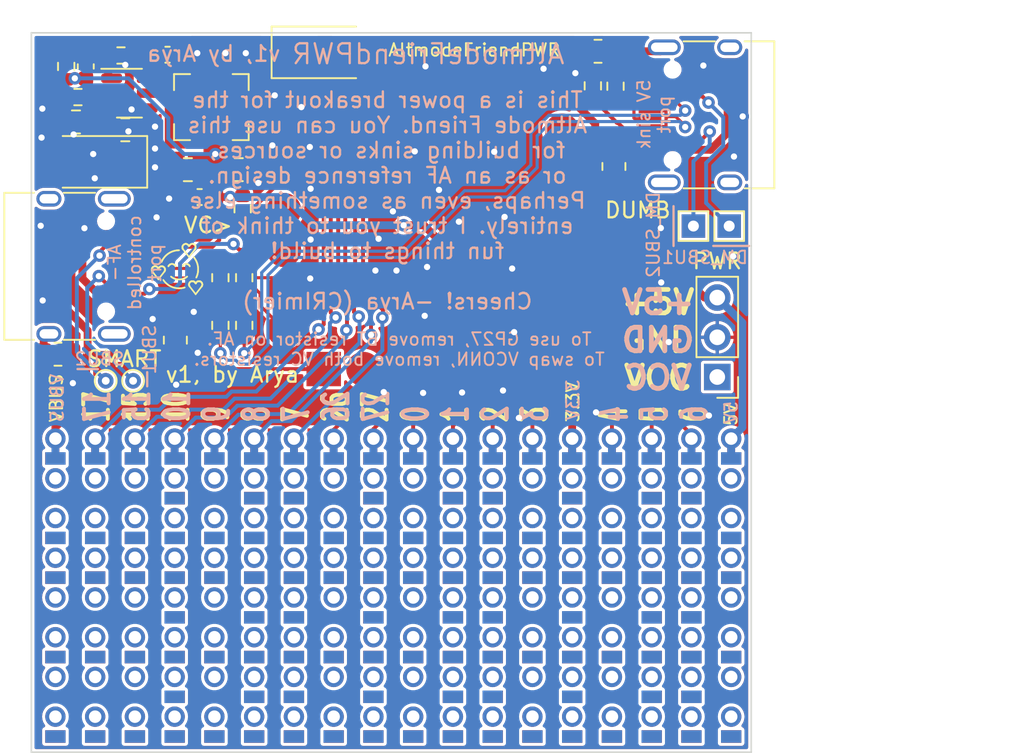
<source format=kicad_pcb>
(kicad_pcb (version 20211014) (generator pcbnew)
  (layers (0 "F.Cu" signal) (31 "B.Cu" signal) (34 "B.Paste" user) (35 "F.Paste" user) (36 "B.SilkS" user "B.Silkscreen") (37 "F.SilkS" user "F.Silkscreen") (38 "B.Mask" user) (39 "F.Mask" user) (44 "Edge.Cuts" user))
  (net 0 "")
  (net 1 "1117_VIN")
  (net 2 "GND")
  (net 3 "+3.3V")
  (net 4 "Net-(J1-PadA4)")
  (net 5 "Net-(J1-PadA5)")
  (net 6 "DM_SBU1")
  (net 7 "Net-(J1-PadB5)")
  (net 8 "DM_SBU2")
  (net 9 "Net-(J1-PadS1)")
  (net 10 "Net-(J2-PadA4)")
  (net 11 "CC1")
  (net 12 "SBU1")
  (net 13 "CC2")
  (net 14 "SBU2")
  (net 15 "Net-(J2-PadS1)")
  (net 16 "+5V")
  (net 17 "VBUS")
  (net 18 "0")
  (net 19 "1")
  (net 20 "2")
  (net 21 "3")
  (net 22 "4")
  (net 23 "5")
  (net 24 "6")
  (net 25 "7")
  (net 26 "8")
  (net 27 "9")
  (net 28 "10")
  (net 29 "15")
  (net 30 "17")
  (net 31 "26")
  (net 32 "27")
  (net 33 "Net-(M1-Pad21)")
  (net 34 "RP_D-")
  (net 35 "RP_D+")
  (net 36 "/DM_D+")
  (net 37 "/DM_D-")
  (net 38 "/SM_D+")
  (net 39 "/SM_D-")
  (net 40 "VCC")
  (net 41 "Net-(C5-Pad1)")
  (net 42 "/SW")
  (net 43 "Net-(C6-Pad1)")
  (net 44 "Net-(R14-Pad1)")
  (footprint "Resistor_SMD:R_0603_1608Metric" (layer "F.Cu") (at 90.975 46.109306 180)
    (fp_text reference "R14" hide)
    (fp_text value "0R")
  )
  (footprint "Resistor_SMD:R_0603_1608Metric" (layer "F.Cu") (at 123.8758 45.3898 90)
    (fp_text reference "R5" hide)
    (fp_text value "5K1")
  )
  (footprint "Resistor_SMD:R_0603_1608Metric" (layer "F.Cu") (at 90.225 44.15 90)
    (fp_text reference "R16" hide)
    (fp_text value "Rs1")
  )
  (footprint "Capacitor_SMD:C_0805_2012Metric" (layer "F.Cu") (at 94 48.2)
    (fp_text reference "C1" hide)
    (fp_text value "1uF")
  )
  (footprint "Connector_USB:USB_C_Receptacle_HRO_TYPE-C-31-M-12" (layer "F.Cu") (at 90.17 56.93 -90)
    (fp_text reference "J2" hide)
    (fp_text value "SMART")
  )
  (footprint "Capacitor_SMD:C_0603_1608Metric" (layer "F.Cu") (at 98.75 52.5 180)
    (fp_text reference "C4" hide)
    (fp_text value "100nF")
  )
  (footprint "TestPoint:TestPoint_THTPad_1.5x1.5mm_Drill0.7mm" (layer "F.Cu") (at 130.302 54.356)
    (fp_text reference "TP12" hide)
    (fp_text value "DM_SBU2")
  )
  (footprint "Resistor_SMD:R_0603_1608Metric" (layer "F.Cu") (at 101.5 53.25 -90)
    (fp_text reference "R11" hide)
    (fp_text value "0R")
  )
  (footprint "Resistor_SMD:R_0805_2012Metric" (layer "F.Cu") (at 125.222 50.546 -90)
    (fp_text reference "R3" hide)
    (fp_text value "0R/F")
  )
  (footprint "Resistor_SMD:R_0805_2012Metric" (layer "F.Cu") (at 97.2 61.65 -90)
    (fp_text reference "R4" hide)
    (fp_text value "0R/F")
  )
  (footprint "TestPoint:TestPoint_THTPad_D1.0mm_Drill0.5mm" (layer "F.Cu") (at 94.5 64.25)
    (fp_text reference "TP9" hide)
    (fp_text value "SBU1")
  )
  (footprint "Capacitor_SMD:C_0805_2012Metric" (layer "F.Cu") (at 101.25 50.75)
    (fp_text reference "C3" hide)
    (fp_text value "1uF")
  )
  (footprint "Resistor_SMD:R_0805_2012Metric" (layer "F.Cu") (at 89.7 62.55)
    (fp_text reference "R2" hide)
    (fp_text value "FB")
  )
  (footprint "Connector_USB:USB_C_Receptacle_HRO_TYPE-C-31-M-12" (layer "F.Cu") (at 131.572 47.244 90)
    (fp_text reference "J1" hide)
    (fp_text value "DUMB")
  )
  (footprint "Capacitor_SMD:C_0805_2012Metric" (layer "F.Cu") (at 90.85 47.7 180)
    (fp_text reference "C2" hide)
    (fp_text value "100nF")
  )
  (footprint "Capacitor_SMD:C_0805_2012Metric" (layer "F.Cu") (at 98 50.75 180)
    (fp_text reference "C7" hide)
    (fp_text value "1uF")
  )
  (footprint "usbc_power_breakout_af:PROTO_THT_SMD_4x" (layer "F.Cu") (at 111.125 76.835 180)
    (fp_text reference "J3" hide)
    (fp_text value "PROTO")
  )
  (footprint "Diode_SMD:D_SMA" (layer "F.Cu") (at 106.75 43.25)
    (fp_text reference "D2" hide)
    (fp_text value "D_Small")
  )
  (footprint "Package_TO_SOT_SMD:TSOT-23-6" (layer "F.Cu") (at 94.265 45.859306)
    (fp_text reference "U2" hide)
    (fp_text value "AP63200WU")
  )
  (footprint "Resistor_SMD:R_0603_1608Metric" (layer "F.Cu") (at 93.725 43.45)
    (fp_text reference "R15" hide)
    (fp_text value "Rs2")
  )
  (footprint "Connector_PinHeader_2.54mm:PinHeader_1x03_P2.54mm_Vertical" (layer "F.Cu") (at 131.826 64.008 180)
    (fp_text reference "J4" hide)
    (fp_text value "PWR")
  )
  (footprint "Resistor_SMD:R_0603_1608Metric" (layer "F.Cu") (at 100.076 60.706 90)
    (fp_text reference "R7" hide)
    (fp_text value "0R")
  )
  (footprint "Capacitor_SMD:C_0603_1608Metric" (layer "F.Cu") (at 91.475 44.15 -90)
    (fp_text reference "C6" hide)
    (fp_text value "100pF")
  )
  (footprint "Resistor_SMD:R_0603_1608Metric" (layer "F.Cu") (at 125.3236 45.4152 90)
    (fp_text reference "R6" hide)
    (fp_text value "5K1")
  )
  (footprint "TestPoint:TestPoint_THTPad_D1.0mm_Drill0.5mm" (layer "F.Cu") (at 92.75 64.25)
    (fp_text reference "TP10" hide)
    (fp_text value "SBU2")
  )
  (footprint "Diode_SMD:D_SMA" (layer "F.Cu") (at 92 50.25 180)
    (fp_text reference "D1" hide)
    (fp_text value "D_Small")
  )
  (footprint "Inductor_SMD:L_Bourns-SRN4018" (layer "F.Cu") (at 99.5 46.75)
    (fp_text reference "L1" hide)
    (fp_text value "Ls")
  )
  (footprint "Capacitor_SMD:C_0603_1608Metric" (layer "F.Cu") (at 96.7 43.4)
    (fp_text reference "C5" hide)
    (fp_text value "100nF")
  )
  (footprint "Resistor_SMD:R_0603_1608Metric" (layer "F.Cu") (at 101.6 60.706 90)
    (fp_text reference "R8" hide)
    (fp_text value "0R")
  )
  (footprint "Resistor_SMD:R_0805_2012Metric" (layer "F.Cu") (at 124.206 43.18 180)
    (fp_text reference "R1" hide)
    (fp_text value "FB")
  )
  (footprint "Resistor_SMD:R_0603_1608Metric" (layer "F.Cu") (at 100.076 57.658 -90)
    (fp_text reference "R9" hide)
    (fp_text value "0R")
  )
  (footprint "TestPoint:TestPoint_THTPad_1.5x1.5mm_Drill0.7mm" (layer "F.Cu") (at 132.588 54.356)
    (fp_text reference "TP11" hide)
    (fp_text value "DM_SBU1")
  )
  (footprint "Resistor_SMD:R_0603_1608Metric" (layer "F.Cu") (at 101.6 57.658 -90)
    (fp_text reference "R10" hide)
    (fp_text value "0R")
  )
  (footprint "usbc_power_breakout_af:altmode_friend" (layer "F.Cu") (at 113.03 54.61 90)
    (fp_text reference "M1" hide)
    (fp_text value "AltmodeFriendPWR")
  )
  (gr_line (start 90.95 63.5) (end 92.25 63.5) (layer "B.SilkS") (width 0.15))
  (gr_line (start 131.572 55.626) (end 133.858 55.626) (layer "B.SilkS") (width 0.15))
  (gr_line (start 95.4 64.6) (end 95.4 63.7) (layer "B.SilkS") (width 0.15))
  (gr_line (start 129.032 55.626) (end 129.032 53.086) (layer "B.SilkS") (width 0.15))
  (gr_line (start 96.116332 57.758864) (end 96.116332 57.758864) (layer "F.SilkS") (width 0.105833))
  (gr_line (start 98.45701 55.839322) (end 98.463295 55.830262) (layer "F.SilkS") (width 0.105833))
  (gr_line (start 98.666803 57.883852) (end 98.656761 57.886045) (layer "F.SilkS") (width 0.052916))
  (gr_line (start 97.99691 55.544246) (end 97.990991 55.539757) (layer "F.SilkS") (width 0.105833))
  (gr_line (start 98.074283 55.630641) (end 98.073379 55.630619) (layer "F.SilkS") (width 0.052916))
  (gr_line (start 95.795595 56.958496) (end 95.7869 56.964071) (layer "F.SilkS") (width 0.105833))
  (gr_line (start 98.064805 55.628047) (end 98.064141 55.627635) (layer "F.SilkS") (width 0.105833))
  (gr_line (start 98.078723 55.630105) (end 98.07785 55.630297) (layer "F.SilkS") (width 0.052916))
  (gr_line (start 95.863531 56.93182) (end 95.853163 56.934213) (layer "F.SilkS") (width 0.105833))
  (gr_line (start 98.92134 58.081723) (end 98.920497 58.071474) (layer "F.SilkS") (width 0.105833))
  (gr_line (start 98.483442 58.005298) (end 98.482953 58.004693) (layer "F.SilkS") (width 0.052916))
  (gr_line (start 98.074246 55.630641) (end 98.073342 55.630619) (layer "F.SilkS") (width 0.105833))
  (gr_line (start 97.728319 55.54766) (end 97.720543 55.554396) (layer "F.SilkS") (width 0.105833))
  (gr_line (start 98.176845 57.910996) (end 98.16815 57.916571) (layer "F.SilkS") (width 0.105833))
  (gr_line (start 95.96664 56.935854) (end 95.959403 56.933895) (layer "F.SilkS") (width 0.105833))
  (gr_line (start 98.497579 58.011891) (end 98.496676 58.011869) (layer "F.SilkS") (width 0.105833))
  (gr_line (start 98.511228 58.005991) (end 98.510589 58.006641) (layer "F.SilkS") (width 0.052916))
  (gr_line (start 96.114558 57.059302) (end 96.113653 57.059189) (layer "F.SilkS") (width 0.052916))
  (gr_line (start 95.752995 56.992544) (end 95.745897 57.000221) (layer "F.SilkS") (width 0.052916))
  (gr_line (start 97.735624 56.838776) (end 97.727011 56.846283) (layer "F.SilkS") (width 0.105833))
  (gr_line (start 98.081231 55.629284) (end 98.080396 55.629598) (layer "F.SilkS") (width 0.105833))
  (gr_line (start 98.728452 57.880945) (end 98.718103 57.880186) (layer "F.SilkS") (width 0.052916))
  (gr_line (start 98.303326 57.880464) (end 98.295674 57.880076) (layer "F.SilkS") (width 0.105833))
  (gr_line (start 98.114193 57.968974) (end 98.10835 57.977513) (layer "F.SilkS") (width 0.052916))
  (gr_line (start 97.105175 56.8129) (end 97.094554 56.80728) (layer "F.SilkS") (width 0.105833))
  (gr_line (start 97.671016 55.804873) (end 97.674264 55.811427) (layer "F.SilkS") (width 0.105833))
  (gr_line (start 98.513433 58.003045) (end 98.512922 58.003832) (layer "F.SilkS") (width 0.105833))
  (gr_line (start 98.346196 55.507853) (end 98.336011 55.505036) (layer "F.SilkS") (width 0.052916))
  (gr_line (start 97.963602 55.523134) (end 97.954361 55.518604) (layer "F.SilkS") (width 0.052916))
  (gr_line (start 96.112749 57.059031) (end 96.111849 57.058827) (layer "F.SilkS") (width 0.052916))
  (gr_line (start 98.073379 55.630619) (end 98.072474 55.630552) (layer "F.SilkS") (width 0.052916))
  (gr_line (start 96.125757 57.056857) (end 96.124973 57.057288) (layer "F.SilkS") (width 0.052916))
  (gr_line (start 95.937211 56.929549) (end 95.929674 56.928622) (layer "F.SilkS") (width 0.105833))
  (gr_line (start 98.818769 57.911163) (end 98.809207 57.905672) (layer "F.SilkS") (width 0.052916))
  (gr_line (start 96.24398 56.943727) (end 96.23452 56.94792) (layer "F.SilkS") (width 0.105833))
  (gr_line (start 98.511799 58.005305) (end 98.511191 58.005991) (layer "F.SilkS") (width 0.105833))
  (gr_line (start 98.485017 58.006979) (end 98.484457 58.006441) (layer "F.SilkS") (width 0.105833))
  (gr_line (start 98.073926 58.10489) (end 98.074693 58.115318) (layer "F.SilkS") (width 0.052916))
  (gr_line (start 97.706005 55.568936) (end 97.699269 55.576713) (layer "F.SilkS") (width 0.105833))
  (gr_line (start 98.896454 57.993086) (end 98.89133 57.984021) (layer "F.SilkS") (width 0.105833))
  (gr_line (start 97.794054 56.802464) (end 97.794054 56.802464) (layer "F.SilkS") (width 0.105833))
  (gr_line (start 98.266947 57.881112) (end 98.256519 57.882398) (layer "F.SilkS") (width 0.052916))
  (gr_line (start 97.6624 55.642378) (end 97.659239 55.652158) (layer "F.SilkS") (width 0.052916))
  (gr_line (start 98.194607 55.518285) (end 98.18533 55.522814) (layer "F.SilkS") (width 0.052916))
  (gr_line (start 97.208793 58.31509) (end 97.135022 58.29855) (layer "F.SilkS") (width 0.105833))
  (gr_line (start 95.693443 57.162818) (end 95.694729 57.173246) (layer "F.SilkS") (width 0.052916))
  (gr_line (start 96.929365 56.786643) (end 96.917217 56.789633) (layer "F.SilkS") (width 0.105833))
  (gr_line (start 96.754489 56.113422) (end 96.791535 56.089141) (layer "F.SilkS") (width 0.105833))
  (gr_line (start 95.854485 56.934052) (end 95.844165 56.936934) (layer "F.SilkS") (width 0.052916))
  (gr_line (start 97.654457 55.754906) (end 97.6568 55.76528) (layer "F.SilkS") (width 0.052916))
  (gr_line (start 97.895128 55.500799) (end 97.88759 55.499872) (layer "F.SilkS") (width 0.105833))
  (gr_line (start 98.018969 55.564241) (end 98.013708 55.558944) (layer "F.SilkS") (width 0.105833))
  (gr_line (start 98.211526 55.511254) (end 98.201897 55.514977) (layer "F.SilkS") (width 0.105833))
  (gr_line (start 98.067943 55.629528) (end 98.067061 55.629182) (layer "F.SilkS") (width 0.105833))
  (gr_line (start 98.083673 55.628107) (end 98.08289 55.628538) (layer "F.SilkS") (width 0.052916))
  (gr_line (start 98.041182 55.591808) (end 98.034906 55.583123) (layer "F.SilkS") (width 0.052916))
  (gr_line (start 98.089355 58.014009) (end 98.085731 58.023628) (layer "F.SilkS") (width 0.052916))
  (gr_line (start 98.654551 57.886478) (end 98.644639 57.889253) (layer "F.SilkS") (width 0.105833))
  (gr_line (start 98.654236 57.190792) (end 98.651711 57.225902) (layer "F.SilkS") (width 0.105833))
  (gr_line (start 98.231217 55.505229) (end 98.221306 55.508003) (layer "F.SilkS") (width 0.105833))
  (gr_line (start 98.075183 55.63062) (end 98.074283 55.630641) (layer "F.SilkS") (width 0.052916))
  (gr_line (start 98.49577 58.011801) (end 98.494865 58.011689) (layer "F.SilkS") (width 0.105833))
  (gr_line (start 96.050358 56.982592) (end 96.044756 56.977691) (layer "F.SilkS") (width 0.105833))
  (gr_line (start 98.873203 57.958251) (end 98.866252 57.9502) (layer "F.SilkS") (width 0.105833))
  (gr_line (start 96.814199 56.846283) (end 96.805941 56.854172) (layer "F.SilkS") (width 0.105833))
  (gr_line (start 96.149164 57.021067) (end 96.143197 57.030339) (layer "F.SilkS") (width 0.052916))
  (gr_line (start 98.851005 57.935019) (end 98.842714 57.927926) (layer "F.SilkS") (width 0.105833))
  (gr_line (start 98.655059 57.064938) (end 98.656273 57.119784) (layer "F.SilkS") (width 0.105833))
  (gr_line (start 98.469053 55.820994) (end 98.474285 55.811539) (layer "F.SilkS") (width 0.105833))
  (gr_line (start 98.176262 55.527797) (end 98.167421 55.53323) (layer "F.SilkS") (width 0.052916))
  (gr_line (start 98.586296 57.527522) (end 98.57454 57.559183) (layer "F.SilkS") (width 0.105833))
  (gr_line (start 97.931704 55.509312) (end 97.924557 55.507104) (layer "F.SilkS") (width 0.105833))
  (gr_line (start 97.676199 55.610883) (end 97.671467 55.620123) (layer "F.SilkS") (width 0.105833))
  (gr_line (start 98.19506 57.901102) (end 98.185819 57.905835) (layer "F.SilkS") (width 0.105833))
  (gr_line (start 98.718103 57.880186) (end 98.707759 57.879931) (layer "F.SilkS") (width 0.052916))
  (gr_line (start 98.082853 55.628538) (end 98.082051 55.628931) (layer "F.SilkS") (width 0.105833))
  (gr_line (start 98.517941 57.994309) (end 98.516726 57.99665) (layer "F.SilkS") (width 0.052916))
  (gr_line (start 98.37835 56.345608) (end 98.410083 56.385741) (layer "F.SilkS") (width 0.105833))
  (gr_line (start 98.499375 58.011805) (end 98.49848 58.01187) (layer "F.SilkS") (width 0.105833))
  (gr_line (start 98.083675 58.158992) (end 98.085993 58.165899) (layer "F.SilkS") (width 0.105833))
  (gr_line (start 97.771727 55.519852) (end 97.762486 55.524585) (layer "F.SilkS") (width 0.105833))
  (gr_line (start 98.07785 55.630297) (end 98.076969 55.630447) (layer "F.SilkS") (width 0.052916))
  (gr_line (start 98.917757 58.053519) (end 98.915563 58.043477) (layer "F.SilkS") (width 0.052916))
  (gr_line (start 98.054095 55.613231) (end 98.050436 55.606499) (layer "F.SilkS") (width 0.105833))
  (gr_line (start 96.95377 56.782543) (end 96.941556 56.784282) (layer "F.SilkS") (width 0.105833))
  (gr_line (start 97.720543 55.554396) (end 97.7131 55.561493) (layer "F.SilkS") (width 0.105833))
  (gr_line (start 98.483185 55.792137) (end 98.486859 55.782229) (layer "F.SilkS") (width 0.105833))
  (gr_line (start 98.512377 58.004585) (end 98.511799 58.005305) (layer "F.SilkS") (width 0.105833))
  (gr_line (start 95.967607 56.936489) (end 95.957683 56.933797) (layer "F.SilkS") (width 0.052916))
  (gr_line (start 98.890445 58.205485) (end 98.890445 58.205485) (layer "F.SilkS") (width 0.052916))
  (gr_line (start 95.696898 57.185357) (end 95.698501 57.192465) (layer "F.SilkS") (width 0.105833))
  (gr_line (start 97.90051 57.629385) (end 97.870428 57.649053) (layer "F.SilkS") (width 0.105833))
  (gr_line (start 98.501184 58.011547) (end 98.500302 58.011697) (layer "F.SilkS") (width 0.052916))
  (gr_line (start 98.526277 57.979792) (end 98.523694 57.983995) (layer "F.SilkS") (width 0.105833))
  (gr_line (start 98.461491 57.968565) (end 98.456984 57.962521) (layer "F.SilkS") (width 0.105833))
  (gr_line (start 95.778498 56.970047) (end 95.770402 56.97641) (layer "F.SilkS") (width 0.105833))
  (gr_line (start 96.139207 57.037174) (end 96.137935 57.039484) (layer "F.SilkS") (width 0.052916))
  (gr_line (start 95.803897 56.953904) (end 95.794455 56.95937) (layer "F.SilkS") (width 0.052916))
  (gr_line (start 98.340653 57.886395) (end 98.333332 57.884689) (layer "F.SilkS") (width 0.105833))
  (gr_line (start 97.652806 55.6804) (end 97.651443 55.691125) (layer "F.SilkS") (width 0.105833))
  (gr_line (start 98.089589 55.622582) (end 98.089044 55.623335) (layer "F.SilkS") (width 0.105833))
  (gr_line (start 97.950972 56.787114) (end 97.93918 56.784723) (layer "F.SilkS") (width 0.105833))
  (gr_line (start 98.1067 58.208536) (end 98.109333 58.212614) (layer "F.SilkS") (width 0.052916))
  (gr_line (start 96.336856 56.927689) (end 96.326512 56.927433) (layer "F.SilkS") (width 0.052916))
  (gr_line (start 96.770442 56.898888) (end 96.764588 56.908796) (layer "F.SilkS") (width 0.105833))
  (gr_line (start 95.937476 56.929846) (end 95.927228 56.928598) (layer "F.SilkS") (width 0.052916))
  (gr_line (start 97.879993 55.499214) (end 97.87234 55.498826) (layer "F.SilkS") (width 0.105833))
  (gr_line (start 95.87527 56.929898) (end 95.86486 56.931709) (layer "F.SilkS") (width 0.052916))
  (gr_line (start 98.091049 55.620126) (end 98.091049 55.620126) (layer "F.SilkS") (width 0.052916))
  (gr_line (start 98.132527 55.561433) (end 98.125096 55.56928) (layer "F.SilkS") (width 0.105833))
  (gr_line (start 98.912506 58.156245) (end 98.915322 58.146061) (layer "F.SilkS") (width 0.052916))
  (gr_line (start 96.133096 57.04887) (end 96.133096 57.04887) (layer "F.SilkS") (width 0.105833))
  (gr_line (start 95.7131 57.233623) (end 95.716348 57.240178) (layer "F.SilkS") (width 0.105833))
  (gr_line (start 96.881242 56.802464) (end 96.870764 56.807412) (layer "F.SilkS") (width 0.105833))
  (gr_line (start 95.741353 57.005463) (end 95.734991 57.013559) (layer "F.SilkS") (width 0.105833))
  (gr_line (start 98.087256 55.625392) (end 98.086589 55.626007) (layer "F.SilkS") (width 0.052916))
  (gr_line (start 98.09904 56.885476) (end 98.091575 56.875552) (layer "F.SilkS") (width 0.105833))
  (gr_line (start 98.129338 57.950186) (end 98.122603 57.957963) (layer "F.SilkS") (width 0.105833))
  (gr_line (start 96.13222 57.050545) (end 96.13171 57.051332) (layer "F.SilkS") (width 0.052916))
  (gr_line (start 98.099532 57.992132) (end 98.0948 58.001373) (layer "F.SilkS") (width 0.105833))
  (gr_line (start 98.081594 58.152012) (end 98.083675 58.158992) (layer "F.SilkS") (width 0.105833))
  (gr_line (start 95.7869 56.964071) (end 95.778498 56.970047) (layer "F.SilkS") (width 0.105833))
  (gr_line (start 97.703358 56.871043) (end 97.696246 56.879999) (layer "F.SilkS") (width 0.105833))
  (gr_line (start 96.101703 57.052193) (end 96.101239 57.051568) (layer "F.SilkS") (width 0.052916))
  (gr_line (start 98.134245 57.945044) (end 98.127147 57.952721) (layer "F.SilkS") (width 0.052916))
  (gr_line (start 96.948473 57.60826) (end 96.919813 57.585678) (layer "F.SilkS") (width 0.105833))
  (gr_line (start 96.12248 57.058343) (end 96.121631 57.058617) (layer "F.SilkS") (width 0.105833))
  (gr_line (start 98.37615 55.519476) (end 98.366284 55.515068) (layer "F.SilkS") (width 0.052916))
  (gr_line (start 98.695134 57.880194) (end 98.684885 57.881037) (layer "F.SilkS") (width 0.105833))
  (gr_line (start 98.55586 57.942683) (end 98.54843 57.95053) (layer "F.SilkS") (width 0.105833))
  (gr_line (start 95.696412 57.100882) (end 95.694676 57.111039) (layer "F.SilkS") (width 0.052916))
  (gr_line (start 98.085896 55.626587) (end 98.085178 55.627131) (layer "F.SilkS") (width 0.052916))
  (gr_line (start 98.16815 57.916571) (end 98.159748 57.922547) (layer "F.SilkS") (width 0.105833))
  (gr_line (start 98.318461 57.882049) (end 98.310924 57.881122) (layer "F.SilkS") (width 0.105833))
  (gr_line (start 98.382605 57.901805) (end 98.375878 57.89864) (layer "F.SilkS") (width 0.105833))
  (gr_line (start 97.610935 57.75395) (end 97.57688 57.760506) (layer "F.SilkS") (width 0.105833))
  (gr_line (start 95.695537 57.178196) (end 95.696898 57.185357) (layer "F.SilkS") (width 0.105833))
  (gr_line (start 98.088546 58.172727) (end 98.091332 58.179471) (layer "F.SilkS") (width 0.105833))
  (gr_line (start 96.110063 57.058278) (end 96.109182 57.057932) (layer "F.SilkS") (width 0.052916))
  (gr_line (start 95.692547 57.149128) (end 95.692923 57.156446) (layer "F.SilkS") (width 0.105833))
  (gr_line (start 98.488176 58.009297) (end 98.487511 58.008885) (layer "F.SilkS") (width 0.052916))
  (gr_line (start 98.49836 55.710759) (end 98.498007 55.700473) (layer "F.SilkS") (width 0.105833))
  (gr_line (start 97.805947 56.797536) (end 97.794054 56.802464) (layer "F.SilkS") (width 0.105833))
  (gr_line (start 97.170865 56.866074) (end 97.162553 56.857051) (layer "F.SilkS") (width 0.105833))
  (gr_line (start 96.536103 57.098664) (end 96.533806 57.08864) (layer "F.SilkS") (width 0.105833))
  (gr_line (start 98.494903 58.011689) (end 98.493999 58.011531) (layer "F.SilkS") (width 0.052916))
  (gr_line (start 96.491953 57.005751) (end 96.485002 56.9977) (layer "F.SilkS") (width 0.105833))
  (gr_line (start 98.11344 55.583453) (end 98.10708 55.592317) (layer "F.SilkS") (width 0.052916))
  (gr_line (start 98.77689 57.891342) (end 98.766869 57.888182) (layer "F.SilkS") (width 0.105833))
  (gr_line (start 97.799425 58.28267) (end 97.756406 58.295113) (layer "F.SilkS") (width 0.105833))
  (gr_line (start 98.487511 58.008885) (end 98.486866 58.008446) (layer "F.SilkS") (width 0.052916))
  (gr_line (start 97.833186 55.501148) (end 97.822776 55.502959) (layer "F.SilkS") (width 0.052916))
  (gr_line (start 96.519633 57.2337) (end 96.524041 57.223833) (layer "F.SilkS") (width 0.052916))
  (gr_line (start 96.116332 57.758864) (end 96.499094 57.268072) (layer "F.SilkS") (width 0.105833))
  (gr_line (start 96.190412 56.975832) (end 96.182361 56.982783) (layer "F.SilkS") (width 0.105833))
  (gr_line (start 96.798053 56.862429) (end 96.790546 56.871043) (layer "F.SilkS") (width 0.105833))
  (gr_line (start 96.434406 56.956648) (end 96.42495 56.951416) (layer "F.SilkS") (width 0.105833))
  (gr_line (start 98.878169 58.223594) (end 98.878169 58.223594) (layer "F.SilkS") (width 0.052916))
  (gr_line (start 98.150493 55.545423) (end 98.142444 55.552176) (layer "F.SilkS") (width 0.052916))
  (gr_line (start 95.699166 57.088227) (end 95.696773 57.098596) (layer "F.SilkS") (width 0.105833))
  (gr_line (start 97.667175 55.629617) (end 97.663339 55.639349) (layer "F.SilkS") (width 0.105833))
  (gr_line (start 98.086552 55.626007) (end 98.085859 55.626587) (layer "F.SilkS") (width 0.105833))
  (gr_line (start 96.080241 57.016062) (end 96.075734 57.010018) (layer "F.SilkS") (width 0.105833))
  (gr_line (start 98.473121 55.611836) (end 98.467997 55.60277) (layer "F.SilkS") (width 0.105833))
  (gr_line (start 98.356293 55.511195) (end 98.346196 55.507853) (layer "F.SilkS") (width 0.052916))
  (gr_line (start 96.540172 57.152319) (end 96.540428 57.141975) (layer "F.SilkS") (width 0.052916))
  (gr_line (start 96.117267 57.05937) (end 96.116366 57.059391) (layer "F.SilkS") (width 0.052916))
  (gr_line (start 98.07567 58.123486) (end 98.076787 58.130696) (layer "F.SilkS") (width 0.105833))
  (gr_line (start 97.945703 55.514458) (end 97.938755 55.511764) (layer "F.SilkS") (width 0.105833))
  (gr_line (start 97.843614 55.499862) (end 97.833186 55.501148) (layer "F.SilkS") (width 0.052916))
  (gr_line (start 98.087894 55.624741) (end 98.087256 55.625392) (layer "F.SilkS") (width 0.052916))
  (gr_line (start 96.499094 57.268072) (end 96.499094 57.268072) (layer "F.SilkS") (width 0.105833))
  (gr_line (start 98.292391 55.498731) (end 98.282087 55.498591) (layer "F.SilkS") (width 0.105833))
  (gr_line (start 98.518821 57.992575) (end 98.516533 57.996949) (layer "F.SilkS") (width 0.105833))
  (gr_line (start 97.508231 57.769248) (end 97.43919 57.772162) (layer "F.SilkS") (width 0.105833))
  (gr_line (start 98.504602 58.010534) (end 98.503767 58.010848) (layer "F.SilkS") (width 0.052916))
  (gr_line (start 98.454835 55.842344) (end 98.454835 55.842344) (layer "F.SilkS") (width 0.052916))
  (gr_line (start 97.663107 55.785849) (end 97.667083 55.796008) (layer "F.SilkS") (width 0.052916))
  (gr_line (start 96.518894 57.916274) (end 96.472726 57.859644) (layer "F.SilkS") (width 0.105833))
  (gr_line (start 98.074777 58.072375) (end 98.07395 58.083258) (layer "F.SilkS") (width 0.105833))
  (gr_line (start 97.667999 55.798221) (end 97.671016 55.804873) (layer "F.SilkS") (width 0.105833))
  (gr_line (start 97.972361 55.527572) (end 97.965879 55.52395) (layer "F.SilkS") (width 0.105833))
  (gr_line (start 98.061123 55.625191) (end 98.060586 55.624631) (layer "F.SilkS") (width 0.105833))
  (gr_line (start 98.909163 58.166342) (end 98.912506 58.156245) (layer "F.SilkS") (width 0.052916))
  (gr_line (start 96.427958 56.953173) (end 96.418235 56.948226) (layer "F.SilkS") (width 0.052916))
  (gr_line (start 98.523088 57.985101) (end 98.521758 57.98738) (layer "F.SilkS") (width 0.052916))
  (gr_line (start 98.058268 55.621509) (end 98.057883 55.620826) (layer "F.SilkS") (width 0.105833))
  (gr_line (start 98.481601 58.002759) (end 98.481216 58.002076) (layer "F.SilkS") (width 0.105833))
  (gr_line (start 98.614116 56.801067) (end 98.626784 56.85229) (layer "F.SilkS") (width 0.105833))
  (gr_line (start 98.48583 55.785092) (end 98.489172 55.774995) (layer "F.SilkS") (width 0.052916))
  (gr_line (start 98.496063 55.744254) (end 98.49733 55.733918) (layer "F.SilkS") (width 0.052916))
  (gr_line (start 98.573826 57.926673) (end 98.565777 57.933426) (layer "F.SilkS") (width 0.052916))
  (gr_line (start 96.759181 56.918996) (end 96.754231 56.929474) (layer "F.SilkS") (width 0.105833))
  (gr_line (start 98.287973 57.879964) (end 98.287973 57.879964) (layer "F.SilkS") (width 0.105833))
  (gr_line (start 96.150482 57.019068) (end 96.147707 57.023149) (layer "F.SilkS") (width 0.105833))
  (gr_line (start 96.110026 57.058273) (end 96.109145 57.057927) (layer "F.SilkS") (width 0.105833))
  (gr_line (start 98.079547 55.629872) (end 98.078686 55.630105) (layer "F.SilkS") (width 0.105833))
  (gr_line (start 98.366284 55.515068) (end 98.356293 55.511195) (layer "F.SilkS") (width 0.052916))
  (gr_line (start 95.694889 57.10915) (end 95.693527 57.119875) (layer "F.SilkS") (width 0.105833))
  (gr_line (start 98.221306 55.508003) (end 98.211526 55.511254) (layer "F.SilkS") (width 0.105833))
  (gr_line (start 98.915056 58.04114) (end 98.912281 58.031229) (layer "F.SilkS") (width 0.105833))
  (gr_line (start 98.243469 55.502602) (end 98.233428 55.504795) (layer "F.SilkS") (width 0.052916))
  (gr_line (start 95.947634 56.931581) (end 95.937476 56.929846) (layer "F.SilkS") (width 0.052916))
  (gr_line (start 97.135022 58.29855) (end 97.063013 58.27762) (layer "F.SilkS") (width 0.105833))
  (gr_line (start 98.078148 58.137857) (end 98.079751 58.144965) (layer "F.SilkS") (width 0.105833))
  (gr_line (start 97.756406 58.295113) (end 97.712749 58.305999) (layer "F.SilkS") (width 0.105833))
  (gr_line (start 96.16935 56.99572) (end 96.162259 57.003753) (layer "F.SilkS") (width 0.052916))
  (gr_line (start 95.768405 56.978178) (end 95.7605 56.98519) (layer "F.SilkS") (width 0.052916))
  (gr_line (start 96.868357 56.044595) (end 96.908065 56.024396) (layer "F.SilkS") (width 0.105833))
  (gr_line (start 98.263826 55.499662) (end 98.253608 55.500889) (layer "F.SilkS") (width 0.052916))
  (gr_line (start 98.042462 55.593538) (end 98.038158 55.587316) (layer "F.SilkS") (width 0.105833))
  (gr_line (start 98.060072 55.624048) (end 98.059582 55.623444) (layer "F.SilkS") (width 0.105833))
  (gr_line (start 98.489561 55.652302) (end 98.486419 55.642511) (layer "F.SilkS") (width 0.052916))
  (gr_line (start 96.12798 57.055337) (end 96.127262 57.055881) (layer "F.SilkS") (width 0.052916))
  (gr_line (start 97.989958 55.539362) (end 97.981418 55.533519) (layer "F.SilkS") (width 0.052916))
  (gr_line (start 98.488138 58.009297) (end 98.487474 58.008885) (layer "F.SilkS") (width 0.105833))
  (gr_line (start 95.723526 57.25297) (end 95.723526 57.25297) (layer "F.SilkS") (width 0.105833))
  (gr_line (start 98.644639 57.889253) (end 98.63486 57.892504) (layer "F.SilkS") (width 0.105833))
  (gr_line (start 98.494865 58.011689) (end 98.493962 58.011531) (layer "F.SilkS") (width 0.105833))
  (gr_line (start 98.440141 56.427214) (end 98.468471 56.469975) (layer "F.SilkS") (width 0.105833))
  (gr_line (start 96.130587 57.052805) (end 96.129978 57.053491) (layer "F.SilkS") (width 0.052916))
  (gr_line (start 98.10708 55.592317) (end 98.101114 55.601589) (layer "F.SilkS") (width 0.052916))
  (gr_line (start 97.65826 55.770762) (end 97.660342 55.777742) (layer "F.SilkS") (width 0.105833))
  (gr_line (start 98.246109 57.884209) (end 98.235735 57.886552) (layer "F.SilkS") (width 0.052916))
  (gr_line (start 98.482916 58.004693) (end 98.482451 58.004068) (layer "F.SilkS") (width 0.105833))
  (gr_line (start 95.952082 56.932189) (end 95.944683 56.930739) (layer "F.SilkS") (width 0.105833))
  (gr_line (start 97.002437 56.781647) (end 96.99034 56.780978) (layer "F.SilkS") (width 0.105833))
  (gr_line (start 98.497363 55.692626) (end 98.496136 55.682408) (layer "F.SilkS") (width 0.052916))
  (gr_line (start 96.131165 57.052085) (end 96.130587 57.052805) (layer "F.SilkS") (width 0.052916))
  (gr_line (start 98.912281 58.031229) (end 98.90903 58.021449) (layer "F.SilkS") (width 0.105833))
  (gr_line (start 98.134695 55.55936) (end 98.127266 55.56697) (layer "F.SilkS") (width 0.052916))
  (gr_line (start 98.094607 55.61306) (end 98.093392 55.6154) (layer "F.SilkS") (width 0.052916))
  (gr_line (start 96.841053 56.824958) (end 96.831767 56.831663) (layer "F.SilkS") (width 0.105833))
  (gr_line (start 97.693719 55.842328) (end 98.074248 56.330114) (layer "F.SilkS") (width 0.105833))
  (gr_line (start 98.524447 57.982839) (end 98.524447 57.982839) (layer "F.SilkS") (width 0.052916))
  (gr_line (start 98.917352 58.051164) (end 98.915056 58.04114) (layer "F.SilkS") (width 0.105833))
  (gr_line (start 96.192577 56.974174) (end 96.184528 56.980926) (layer "F.SilkS") (width 0.052916))
  (gr_line (start 98.127147 57.952721) (end 98.12046 57.960703) (layer "F.SilkS") (width 0.052916))
  (gr_line (start 97.972627 55.528108) (end 97.963602 55.523134) (layer "F.SilkS") (width 0.052916))
  (gr_line (start 98.656273 57.119784) (end 98.656273 57.119784) (layer "F.SilkS") (width 0.105833))
  (gr_line (start 95.712185 57.052071) (end 95.708105 57.061509) (layer "F.SilkS") (width 0.052916))
  (gr_line (start 98.261551 55.499787) (end 98.251359 55.501117) (layer "F.SilkS") (width 0.105833))
  (gr_line (start 96.365312 56.93089) (end 96.355065 56.929253) (layer "F.SilkS") (width 0.105833))
  (gr_line (start 97.653454 55.749446) (end 97.654815 55.756607) (layer "F.SilkS") (width 0.105833))
  (gr_line (start 96.683287 56.165834) (end 96.718395 56.138997) (layer "F.SilkS") (width 0.105833))
  (gr_line (start 97.65997 55.649307) (end 97.657082 55.659477) (layer "F.SilkS") (width 0.105833))
  (gr_line (start 98.088503 55.624055) (end 98.087894 55.624741) (layer "F.SilkS") (width 0.052916))
  (gr_line (start 97.842727 55.499821) (end 97.832002 55.501185) (layer "F.SilkS") (width 0.105833))
  (gr_line (start 95.884811 56.928571) (end 95.874085 56.929935) (layer "F.SilkS") (width 0.105833))
  (gr_line (start 98.310924 57.881122) (end 98.303326 57.880464) (layer "F.SilkS") (width 0.105833))
  (gr_line (start 98.483405 58.005298) (end 98.482916 58.004693) (layer "F.SilkS") (width 0.105833))
  (gr_line (start 98.085178 55.627131) (end 98.084437 55.627637) (layer "F.SilkS") (width 0.052916))
  (gr_line (start 98.185147 57.906404) (end 98.175705 57.91187) (layer "F.SilkS") (width 0.052916))
  (gr_line (start 98.467997 55.60277) (end 98.462411 55.59393) (layer "F.SilkS") (width 0.105833))
  (gr_line (start 98.408256 57.916729) (end 98.402044 57.912666) (layer "F.SilkS") (width 0.105833))
  (gr_line (start 98.467112 55.824236) (end 98.472602 55.814674) (layer "F.SilkS") (width 0.052916))
  (gr_line (start 98.726029 57.880618) (end 98.715725 57.879981) (layer "F.SilkS") (width 0.105833))
  (gr_line (start 98.637264 56.904339) (end 98.645503 56.957165) (layer "F.SilkS") (width 0.105833))
  (gr_line (start 98.588591 57.91579) (end 98.579995 57.921833) (layer "F.SilkS") (width 0.105833))
  (gr_line (start 98.256519 57.882398) (end 98.246109 57.884209) (layer "F.SilkS") (width 0.052916))
  (gr_line (start 98.444849 55.571243) (end 98.437665 55.563495) (layer "F.SilkS") (width 0.052916))
  (gr_line (start 97.87234 55.498826) (end 97.86464 55.498714) (layer "F.SilkS") (width 0.105833))
  (gr_line (start 97.996499 56.802179) (end 97.985404 56.797603) (layer "F.SilkS") (width 0.105833))
  (gr_line (start 98.684885 57.881037) (end 98.674692 57.882367) (layer "F.SilkS") (width 0.105833))
  (gr_line (start 98.08644 58.167099) (end 98.090416 58.177257) (layer "F.SilkS") (width 0.052916))
  (gr_line (start 96.135283 57.044445) (end 96.133096 57.04887) (layer "F.SilkS") (width 0.105833))
  (gr_line (start 98.073926 58.084107) (end 98.073673 58.09448) (layer "F.SilkS") (width 0.052916))
  (gr_line (start 97.909999 55.503439) (end 97.902599 55.501989) (layer "F.SilkS") (width 0.105833))
  (gr_line (start 98.080396 55.629598) (end 98.079547 55.629872) (layer "F.SilkS") (width 0.105833))
  (gr_line (start 98.234413 57.886713) (end 98.224243 57.889602) (layer "F.SilkS") (width 0.105833))
  (gr_line (start 95.944683 56.930739) (end 95.937211 56.929549) (layer "F.SilkS") (width 0.105833))
  (gr_line (start 97.854369 56.784282) (end 97.842177 56.786643) (layer "F.SilkS") (width 0.105833))
  (gr_line (start 96.137571 57.040073) (end 96.135283 57.044445) (layer "F.SilkS") (width 0.105833))
  (gr_line (start 98.353557 55.510092) (end 98.343535 55.506932) (layer "F.SilkS") (width 0.105833))
  (gr_line (start 97.743307 55.5365) (end 97.734621 55.542775) (layer "F.SilkS") (width 0.052916))
  (gr_line (start 96.104954 57.055477) (end 96.10435 57.054987) (layer "F.SilkS") (width 0.105833))
  (gr_line (start 95.770402 56.97641) (end 95.762626 56.983146) (layer "F.SilkS") (width 0.105833))
  (gr_line (start 97.014453 56.782898) (end 97.002437 56.781647) (layer "F.SilkS") (width 0.105833))
  (gr_line (start 96.334475 56.927481) (end 96.32417 56.927341) (layer "F.SilkS") (width 0.105833))
  (gr_line (start 98.656273 57.119784) (end 98.655762 57.155415) (layer "F.SilkS") (width 0.105833))
  (gr_line (start 96.236692 56.947036) (end 96.227415 56.951565) (layer "F.SilkS") (width 0.052916))
  (gr_line (start 95.692421 57.141787) (end 95.692547 57.149128) (layer "F.SilkS") (width 0.105833))
  (gr_line (start 97.78122 55.51556) (end 97.771727 55.519852) (layer "F.SilkS") (width 0.105833))
  (gr_line (start 98.489522 58.010038) (end 98.488821 58.009681) (layer "F.SilkS") (width 0.105833))
  (gr_line (start 97.650338 55.713037) (end 97.650464 55.720378) (layer "F.SilkS") (width 0.105833))
  (gr_line (start 96.102706 57.05338) (end 96.102192 57.052798) (layer "F.SilkS") (width 0.052916))
  (gr_line (start 98.118004 55.57757) (end 98.111268 55.586301) (layer "F.SilkS") (width 0.105833))
  (gr_line (start 96.536895 57.180652) (end 96.538532 57.170404) (layer "F.SilkS") (width 0.105833))
  (gr_line (start 97.298438 55.910752) (end 97.344875 55.906301) (layer "F.SilkS") (width 0.105833))
  (gr_line (start 98.070666 55.630281) (end 98.069765 55.630077) (layer "F.SilkS") (width 0.052916))
  (gr_line (start 95.735802 57.271078) (end 96.116332 57.758864) (layer "F.SilkS") (width 0.105833))
  (gr_line (start 98.499413 58.011805) (end 98.498517 58.01187) (layer "F.SilkS") (width 0.052916))
  (gr_line (start 98.520457 57.989674) (end 98.519184 57.991984) (layer "F.SilkS") (width 0.052916))
  (gr_line (start 96.92488 58.223181) (end 96.859055 58.189972) (layer "F.SilkS") (width 0.105833))
  (gr_line (start 98.845355 57.930224) (end 98.836905 57.923489) (layer "F.SilkS") (width 0.052916))
  (gr_line (start 96.520824 57.052156) (end 96.516294 57.042879) (layer "F.SilkS") (width 0.052916))
  (gr_line (start 96.393694 56.496341) (end 96.417128 56.458701) (layer "F.SilkS") (width 0.105833))
  (gr_line (start 98.902073 58.004656) (end 98.897544 57.995379) (layer "F.SilkS") (width 0.052916))
  (gr_line (start 96.200909 56.967857) (end 96.192577 56.974174) (layer "F.SilkS") (width 0.052916))
  (gr_line (start 95.709166 57.224758) (end 95.713699 57.234809) (layer "F.SilkS") (width 0.052916))
  (gr_line (start 97.671616 55.806059) (end 97.673774 55.810411) (layer "F.SilkS") (width 0.052916))
  (gr_line (start 97.686 55.831364) (end 97.688726 55.835382) (layer "F.SilkS") (width 0.052916))
  (gr_line (start 97.817946 56.793262) (end 97.805947 56.797536) (layer "F.SilkS") (width 0.105833))
  (gr_line (start 98.093435 58.004571) (end 98.089355 58.014009) (layer "F.SilkS") (width 0.052916))
  (gr_line (start 95.929674 56.928622) (end 95.922076 56.927964) (layer "F.SilkS") (width 0.105833))
  (gr_line (start 98.511191 58.005991) (end 98.510552 58.006641) (layer "F.SilkS") (width 0.105833))
  (gr_line (start 98.091049 55.620126) (end 98.090612 55.620977) (layer "F.SilkS") (width 0.052916))
  (gr_line (start 97.674264 55.811427) (end 97.67774 55.817879) (layer "F.SilkS") (width 0.105833))
  (gr_line (start 98.481957 55.795083) (end 98.48583 55.785092) (layer "F.SilkS") (width 0.052916))
  (gr_line (start 98.336011 55.505036) (end 98.325758 55.50274) (layer "F.SilkS") (width 0.052916))
  (gr_line (start 97.74458 56.831663) (end 97.735624 56.838776) (layer "F.SilkS") (width 0.105833))
  (gr_line (start 98.516726 57.99665) (end 98.51554 57.999005) (layer "F.SilkS") (width 0.052916))
  (gr_line (start 98.074306 56.33013) (end 98.074306 56.33013) (layer "F.SilkS") (width 0.052916))
  (gr_line (start 98.89133 57.984021) (end 98.885745 57.97518) (layer "F.SilkS") (width 0.105833))
  (gr_line (start 98.502019 58.011355) (end 98.501147 58.011547) (layer "F.SilkS") (width 0.105833))
  (gr_line (start 96.101201 57.051563) (end 96.100763 57.050918) (layer "F.SilkS") (width 0.105833))
  (gr_line (start 98.323229 55.50214) (end 98.312981 55.500503) (layer "F.SilkS") (width 0.105833))
  (gr_line (start 98.159748 57.922547) (end 98.151652 57.928909) (layer "F.SilkS") (width 0.105833))
  (gr_line (start 96.39564 56.938842) (end 96.385619 56.935682) (layer "F.SilkS") (width 0.105833))
  (gr_line (start 98.47874 55.623406) (end 98.474211 55.61413) (layer "F.SilkS") (width 0.052916))
  (gr_line (start 98.362088 57.893014) (end 98.355037 57.890562) (layer "F.SilkS") (width 0.105833))
  (gr_line (start 96.367844 56.931492) (end 96.35754 56.929714) (layer "F.SilkS") (width 0.052916))
  (gr_line (start 97.6568 55.76528) (end 97.659681 55.7756) (layer "F.SilkS") (width 0.052916))
  (gr_line (start 98.142444 55.552176) (end 98.134695 55.55936) (layer "F.SilkS") (width 0.052916))
  (gr_line (start 97.061292 56.793562) (end 97.049808 56.790063) (layer "F.SilkS") (width 0.105833))
  (gr_line (start 97.166947 57.725541) (end 97.134167 57.713157) (layer "F.SilkS") (width 0.105833))
  (gr_line (start 96.527913 57.213842) (end 96.531256 57.203745) (layer "F.SilkS") (width 0.052916))
  (gr_line (start 98.880343 58.220572) (end 98.886629 58.211512) (layer "F.SilkS") (width 0.105833))
  (gr_line (start 95.692423 57.14198) (end 95.692676 57.15239) (layer "F.SilkS") (width 0.052916))
  (gr_line (start 98.097597 58.192678) (end 98.101073 58.199129) (layer "F.SilkS") (width 0.105833))
  (gr_line (start 97.671993 56.918996) (end 97.667044 56.929474) (layer "F.SilkS") (width 0.105833))
  (gr_line (start 98.215166 57.892859) (end 98.205007 57.896835) (layer "F.SilkS") (width 0.052916))
  (gr_line (start 96.531031 57.078729) (end 96.527781 57.068949) (layer "F.SilkS") (width 0.105833))
  (gr_line (start 96.536368 57.183308) (end 96.538147 57.173004) (layer "F.SilkS") (width 0.052916))
  (gr_line (start 96.515204 57.040586) (end 96.51008 57.031521) (layer "F.SilkS") (width 0.105833))
  (gr_line (start 96.103207 57.053936) (end 96.102669 57.053375) (layer "F.SilkS") (width 0.105833))
  (gr_line (start 98.786798 57.895016) (end 98.77689 57.891342) (layer "F.SilkS") (width 0.105833))
  (gr_line (start 98.886629 58.211512) (end 98.892386 58.202245) (layer "F.SilkS") (width 0.105833))
  (gr_line (start 97.344875 55.906301) (end 97.391803 55.903606) (layer "F.SilkS") (width 0.105833))
  (gr_line (start 96.111849 57.058827) (end 96.110953 57.058576) (layer "F.SilkS") (width 0.052916))
  (gr_line (start 98.486829 58.008446) (end 98.486204 58.007982) (layer "F.SilkS") (width 0.105833))
  (gr_line (start 97.91525 56.781647) (end 97.903153 56.780978) (layer "F.SilkS") (width 0.105833))
  (gr_line (start 97.134167 57.713157) (end 97.101829 57.699316) (layer "F.SilkS") (width 0.105833))
  (gr_line (start 96.141839 57.032601) (end 96.140509 57.03488) (layer "F.SilkS") (width 0.052916))
  (gr_line (start 96.371609 56.53488) (end 96.393694 56.496341) (layer "F.SilkS") (width 0.105833))
  (gr_line (start 96.140509 57.03488) (end 96.139207 57.037174) (layer "F.SilkS") (width 0.052916))
  (gr_line (start 95.6927 57.130758) (end 95.692421 57.141787) (layer "F.SilkS") (width 0.105833))
  (gr_line (start 98.477781 55.621109) (end 98.473121 55.611836) (layer "F.SilkS") (width 0.105833))
  (gr_line (start 96.992916 58.252447) (end 96.92488 58.223181) (layer "F.SilkS") (width 0.105833))
  (gr_line (start 96.495193 56.351504) (end 96.523692 56.31779) (layer "F.SilkS") (width 0.105833))
  (gr_line (start 98.087858 55.624741) (end 98.087219 55.625392) (layer "F.SilkS") (width 0.105833))
  (gr_line (start 95.7605 56.98519) (end 95.752995 56.992544) (layer "F.SilkS") (width 0.052916))
  (gr_line (start 98.062267 55.626243) (end 98.061684 55.625729) (layer "F.SilkS") (width 0.105833))
  (gr_line (start 98.315454 55.500962) (end 98.305119 55.499695) (layer "F.SilkS") (width 0.052916))
  (gr_line (start 98.062871 55.626732) (end 98.062267 55.626243) (layer "F.SilkS") (width 0.105833))
  (gr_line (start 98.485697 55.640199) (end 98.481974 55.630569) (layer "F.SilkS") (width 0.105833))
  (gr_line (start 98.395694 57.908822) (end 98.389212 57.9052) (layer "F.SilkS") (width 0.105833))
  (gr_line (start 98.078023 58.051096) (end 98.076139 58.061649) (layer "F.SilkS") (width 0.105833))
  (gr_line (start 98.066189 55.628788) (end 98.065488 55.628432) (layer "F.SilkS") (width 0.105833))
  (gr_line (start 95.844165 56.936934) (end 95.833916 56.940359) (layer "F.SilkS") (width 0.052916))
  (gr_line (start 96.143197 57.030339) (end 96.143197 57.030339) (layer "F.SilkS") (width 0.052916))
  (gr_line (start 98.091332 58.179471) (end 98.09435 58.186123) (layer "F.SilkS") (width 0.105833))
  (gr_line (start 98.906144 58.014122) (end 98.902073 58.004656) (layer "F.SilkS") (width 0.052916))
  (gr_line (start 98.919167 58.061281) (end 98.917352 58.051164) (layer "F.SilkS") (width 0.105833))
  (gr_line (start 98.175705 57.91187) (end 98.166639 57.91775) (layer "F.SilkS") (width 0.052916))
  (gr_line (start 97.670103 55.623321) (end 97.666023 55.632759) (layer "F.SilkS") (width 0.052916))
  (gr_line (start 97.710914 55.563794) (end 97.703816 55.571471) (layer "F.SilkS") (width 0.052916))
  (gr_line (start 97.832002 55.501185) (end 97.821448 55.50307) (layer "F.SilkS") (width 0.105833))
  (gr_line (start 96.948595 56.005624) (end 96.989912 55.98831) (layer "F.SilkS") (width 0.105833))
  (gr_line (start 98.491276 58.010778) (end 98.490394 58.010432) (layer "F.SilkS") (width 0.105833))
  (gr_line (start 98.166639 57.91775) (end 98.157953 57.924025) (layer "F.SilkS") (width 0.052916))
  (gr_line (start 96.408369 56.943819) (end 96.398378 56.939947) (layer "F.SilkS") (width 0.052916))
  (gr_line (start 97.650594 55.72364) (end 97.65136 55.734068) (layer "F.SilkS") (width 0.052916))
  (gr_line (start 96.496919 57.271094) (end 96.496919 57.271094) (layer "F.SilkS") (width 0.052916))
  (gr_line (start 97.86464 55.498714) (end 97.86464 55.498714) (layer "F.SilkS") (width 0.105833))
  (gr_line (start 98.085993 58.165899) (end 98.088546 58.172727) (layer "F.SilkS") (width 0.105833))
  (gr_line (start 96.120769 57.05885) (end 96.119897 57.059042) (layer "F.SilkS") (width 0.105833))
  (gr_line (start 98.905307 58.011819) (end 98.901114 58.002359) (layer "F.SilkS") (width 0.105833))
  (gr_line (start 98.920497 58.071474) (end 98.919167 58.061281) (layer "F.SilkS") (width 0.105833))
  (gr_line (start 98.284426 55.498681) (end 98.274105 55.498924) (layer "F.SilkS") (width 0.052916))
  (gr_line (start 96.13429 57.046505) (end 96.133133 57.048875) (layer "F.SilkS") (width 0.052916))
  (gr_line (start 98.511837 58.005305) (end 98.511228 58.005991) (layer "F.SilkS") (width 0.052916))
  (gr_line (start 96.131673 57.051326) (end 96.131128 57.05208) (layer "F.SilkS") (width 0.105833))
  (gr_line (start 96.032042 56.968112) (end 96.023502 56.962269) (layer "F.SilkS") (width 0.052916))
  (gr_line (start 98.069728 55.630077) (end 98.068832 55.629826) (layer "F.SilkS") (width 0.105833))
  (gr_line (start 97.924557 55.507104) (end 97.91732 55.505145) (layer "F.SilkS") (width 0.105833))
  (gr_line (start 96.479749 56.992244) (end 96.472138 56.984815) (layer "F.SilkS") (width 0.052916))
  (gr_line (start 98.486866 58.008446) (end 98.486241 58.007982) (layer "F.SilkS") (width 0.052916))
  (gr_line (start 97.072592 56.797603) (end 97.061292 56.793562) (layer "F.SilkS") (width 0.105833))
  (gr_line (start 98.456368 55.585334) (end 98.44987 55.577001) (layer "F.SilkS") (width 0.105833))
  (gr_line (start 97.074781 55.958194) (end 97.118265 55.945457) (layer "F.SilkS") (width 0.105833))
  (gr_line (start 98.068832 55.629826) (end 98.067943 55.629528) (layer "F.SilkS") (width 0.105833))
  (gr_line (start 98.493999 58.011531) (end 98.493099 58.011327) (layer "F.SilkS") (width 0.052916))
  (gr_line (start 96.505379 57.259012) (end 96.511136 57.249745) (layer "F.SilkS") (width 0.105833))
  (gr_line (start 96.275513 56.933547) (end 96.265588 56.936216) (layer "F.SilkS") (width 0.052916))
  (gr_line (start 96.12652 57.056387) (end 96.125757 57.056857) (layer "F.SilkS") (width 0.052916))
  (gr_line (start 97.659681 55.7756) (end 97.663107 55.785849) (layer "F.SilkS") (width 0.052916))
  (gr_line (start 95.698883 57.19403) (end 95.701764 57.20435) (layer "F.SilkS") (width 0.052916))
  (gr_line (start 97.744212 57.713157) (end 97.711432 57.725541) (layer "F.SilkS") (width 0.105833))
  (gr_line (start 96.568318 57.970007) (end 96.518894 57.916274) (layer "F.SilkS") (width 0.105833))
  (gr_line (start 98.41065 55.539941) (end 98.40159 55.533656) (layer "F.SilkS") (width 0.105833))
  (gr_line (start 95.906723 56.927464) (end 95.895695 56.927743) (layer "F.SilkS") (width 0.105833))
  (gr_line (start 98.389212 57.9052) (end 98.382605 57.901805) (layer "F.SilkS") (width 0.105833))
  (gr_line (start 98.498517 58.01187) (end 98.497616 58.011891) (layer "F.SilkS") (width 0.052916))
  (gr_line (start 98.531732 57.971568) (end 98.528956 57.975649) (layer "F.SilkS") (width 0.105833))
  (gr_line (start 97.690862 55.587724) (end 97.685019 55.596263) (layer "F.SilkS") (width 0.052916))
  (gr_line (start 98.090416 58.177257) (end 98.094949 58.187309) (layer "F.SilkS") (width 0.052916))
  (gr_line (start 96.119934 57.059047) (end 96.119052 57.059197) (layer "F.SilkS") (width 0.052916))
  (gr_line (start 98.563495 56.652876) (end 98.582421 56.701309) (layer "F.SilkS") (width 0.105833))
  (gr_line (start 95.728083 57.260114) (end 95.73081 57.264132) (layer "F.SilkS") (width 0.052916))
  (gr_line (start 96.415324 56.946707) (end 96.405548 56.942516) (layer "F.SilkS") (width 0.105833))
  (gr_line (start 98.101114 55.601589) (end 98.101114 55.601589) (layer "F.SilkS") (width 0.052916))
  (gr_line (start 98.885745 57.97518) (end 98.879701 57.966584) (layer "F.SilkS") (width 0.105833))
  (gr_line (start 98.749092 57.88399) (end 98.738788 57.882211) (layer "F.SilkS") (width 0.052916))
  (gr_line (start 98.892561 57.986311) (end 98.887129 57.97747) (layer "F.SilkS") (width 0.052916))
  (gr_line (start 95.698628 57.090832) (end 95.696412 57.100882) (layer "F.SilkS") (width 0.052916))
  (gr_line (start 98.104776 58.20547) (end 98.117052 58.223578) (layer "F.SilkS") (width 0.105833))
  (gr_line (start 98.223502 55.507465) (end 98.213711 55.510606) (layer "F.SilkS") (width 0.052916))
  (gr_line (start 96.143197 57.030339) (end 96.141839 57.032601) (layer "F.SilkS") (width 0.052916))
  (gr_line (start 95.994628 56.94614) (end 95.987787 56.943208) (layer "F.SilkS") (width 0.105833))
  (gr_line (start 98.077661 58.053382) (end 98.075926 58.063539) (layer "F.SilkS") (width 0.052916))
  (gr_line (start 96.174611 56.990183) (end 96.16718 56.99803) (layer "F.SilkS") (width 0.105833))
  (gr_line (start 96.129978 57.053491) (end 96.129339 57.054141) (layer "F.SilkS") (width 0.052916))
  (gr_line (start 98.274105 55.498924) (end 98.263826 55.499662) (layer "F.SilkS") (width 0.052916))
  (gr_line (start 98.39596 57.909358) (end 98.386935 57.904384) (layer "F.SilkS") (width 0.052916))
  (gr_line (start 98.064141 55.627635) (end 98.063496 55.627196) (layer "F.SilkS") (width 0.105833))
  (gr_line (start 98.543508 57.956253) (end 98.536773 57.964703) (layer "F.SilkS") (width 0.052916))
  (gr_line (start 98.467112 55.824236) (end 98.467112 55.824236) (layer "F.SilkS") (width 0.052916))
  (gr_line (start 98.6482 57.260729) (end 98.643717 57.29526) (layer "F.SilkS") (width 0.105833))
  (gr_line (start 96.527781 57.068949) (end 96.524057 57.05932) (layer "F.SilkS") (width 0.105833))
  (gr_line (start 96.917217 56.789633) (end 96.905134 56.793262) (layer "F.SilkS") (width 0.105833))
  (gr_line (start 96.516368 57.240289) (end 96.521078 57.230663) (layer "F.SilkS") (width 0.105833))
  (gr_line (start 97.671467 55.620123) (end 97.667175 55.629617) (layer "F.SilkS") (width 0.105833))
  (gr_line (start 98.421562 57.92688) (end 98.413292 57.920612) (layer "F.SilkS") (width 0.052916))
  (gr_line (start 95.813706 56.948868) (end 95.813706 56.948868) (layer "F.SilkS") (width 0.052916))
  (gr_line (start 98.457919 55.587624) (end 98.451602 55.579293) (layer "F.SilkS") (width 0.052916))
  (gr_line (start 98.101073 58.199129) (end 98.104776 58.20547) (layer "F.SilkS") (width 0.105833))
  (gr_line (start 98.082051 55.628931) (end 98.081231 55.629284) (layer "F.SilkS") (width 0.105833))
  (gr_line (start 98.192436 55.51917) (end 98.183164 55.52383) (layer "F.SilkS") (width 0.105833))
  (gr_line (start 98.456984 57.962521) (end 98.45228 57.956658) (layer "F.SilkS") (width 0.105833))
  (gr_line (start 97.67826 57.736467) (end 97.644745 57.745937) (layer "F.SilkS") (width 0.105833))
  (gr_line (start 95.693527 57.119875) (end 95.6927 57.130758) (layer "F.SilkS") (width 0.105833))
  (gr_line (start 95.86486 56.931709) (end 95.854485 56.934052) (layer "F.SilkS") (width 0.052916))
  (gr_line (start 97.697129 55.579453) (end 97.690862 55.587724) (layer "F.SilkS") (width 0.052916))
  (gr_line (start 97.205813 56.917845) (end 97.199774 56.90663) (layer "F.SilkS") (width 0.105833))
  (gr_line (start 98.664574 57.884182) (end 98.654551 57.886478) (layer "F.SilkS") (width 0.105833))
  (gr_line (start 95.70519 57.214599) (end 95.709166 57.224758) (layer "F.SilkS") (width 0.052916))
  (gr_line (start 96.120806 57.058855) (end 96.119934 57.059047) (layer "F.SilkS") (width 0.052916))
  (gr_line (start 95.720463 57.247709) (end 95.722909 57.251901) (layer "F.SilkS") (width 0.052916))
  (gr_line (start 98.490432 58.010432) (end 98.489559 58.010038) (layer "F.SilkS") (width 0.052916))
  (gr_line (start 98.302696 55.499368) (end 98.292391 55.498731) (layer "F.SilkS") (width 0.105833))
  (gr_line (start 96.500002 57.016374) (end 96.493685 57.008042) (layer "F.SilkS") (width 0.052916))
  (gr_line (start 95.748088 56.997686) (end 95.741353 57.005463) (layer "F.SilkS") (width 0.105833))
  (gr_line (start 98.626784 56.85229) (end 98.637264 56.904339) (layer "F.SilkS") (width 0.105833))
  (gr_line (start 96.905134 56.793262) (end 96.893135 56.797536) (layer "F.SilkS") (width 0.105833))
  (gr_line (start 98.073673 58.09448) (end 98.073926 58.10489) (layer "F.SilkS") (width 0.052916))
  (gr_line (start 98.060109 55.624048) (end 98.059619 55.623444) (layer "F.SilkS") (width 0.052916))
  (gr_line (start 97.652594 55.682289) (end 97.651347 55.692537) (layer "F.SilkS") (width 0.052916))
  (gr_line (start 98.067061 55.629182) (end 98.066189 55.628788) (layer "F.SilkS") (width 0.105833))
  (gr_line (start 95.823758 56.944335) (end 95.813706 56.948868) (layer "F.SilkS") (width 0.052916))
  (gr_line (start 96.001355 56.949305) (end 95.994628 56.94614) (layer "F.SilkS") (width 0.105833))
  (gr_line (start 98.064178 55.627635) (end 98.063533 55.627196) (layer "F.SilkS") (width 0.052916))
  (gr_line (start 96.11639 57.758879) (end 96.11639 57.758879) (layer "F.SilkS") (width 0.052916))
  (gr_line (start 97.144775 56.8404) (end 97.135349 56.832787) (layer "F.SilkS") (width 0.105833))
  (gr_line (start 98.506186 58.009788) (end 98.505384 58.010181) (layer "F.SilkS") (width 0.105833))
  (gr_line (start 98.486419 55.642511) (end 98.482811 55.632873) (layer "F.SilkS") (width 0.052916))
  (gr_line (start 96.207341 56.96329) (end 96.198745 56.969333) (layer "F.SilkS") (width 0.105833))
  (gr_line (start 97.532376 58.333353) (end 97.486007 58.335983) (layer "F.SilkS") (width 0.105833))
  (gr_line (start 96.119015 57.059192) (end 96.118126 57.0593) (layer "F.SilkS") (width 0.105833))
  (gr_line (start 98.328883 57.884081) (end 98.318726 57.882346) (layer "F.SilkS") (width 0.052916))
  (gr_line (start 97.965879 55.52395) (end 97.959272 55.520555) (layer "F.SilkS") (width 0.105833))
  (gr_line (start 98.868182 57.952493) (end 98.860998 57.944744) (layer "F.SilkS") (width 0.052916))
  (gr_line (start 98.151652 57.928909) (end 98.143876 57.935646) (layer "F.SilkS") (width 0.105833))
  (gr_line (start 96.385619 56.935682) (end 96.375503 56.933032) (layer "F.SilkS") (width 0.105833))
  (gr_line (start 97.671616 55.806059) (end 97.671616 55.806059) (layer "F.SilkS") (width 0.052916))
  (gr_line (start 97.790952 55.511722) (end 97.78122 55.51556) (layer "F.SilkS") (width 0.105833))
  (gr_line (start 98.616345 57.430148) (end 98.607212 57.46299) (layer "F.SilkS") (width 0.105833))
  (gr_line (start 97.65034 55.71323) (end 97.650594 55.72364) (layer "F.SilkS") (width 0.052916))
  (gr_line (start 98.651452 57.010715) (end 98.655059 57.064938) (layer "F.SilkS") (width 0.105833))
  (gr_line (start 98.582158 57.920356) (end 98.573826 57.926673) (layer "F.SilkS") (width 0.052916))
  (gr_line (start 96.528503 57.071261) (end 96.524895 57.061623) (layer "F.SilkS") (width 0.052916))
  (gr_line (start 98.561939 57.590422) (end 98.548505 57.621226) (layer "F.SilkS") (width 0.105833))
  (gr_line (start 98.442919 55.56895) (end 98.435518 55.5612) (layer "F.SilkS") (width 0.105833))
  (gr_line (start 97.686933 55.593212) (end 97.681359 55.601907) (layer "F.SilkS") (width 0.105833))
  (gr_line (start 98.002673 55.548943) (end 97.99691 55.544246) (layer "F.SilkS") (width 0.105833))
  (gr_line (start 96.734635 58.112322) (end 96.676338 58.06818) (layer "F.SilkS") (width 0.105833))
  (gr_line (start 98.828042 57.91713) (end 98.818769 57.911163) (layer "F.SilkS") (width 0.052916))
  (gr_line (start 98.590754 57.914479) (end 98.582158 57.920356) (layer "F.SilkS") (width 0.052916))
  (gr_line (start 98.530414 57.973566) (end 98.524447 57.982839) (layer "F.SilkS") (width 0.052916))
  (gr_line (start 98.085141 55.627131) (end 98.0844 55.627637) (layer "F.SilkS") (width 0.105833))
  (gr_line (start 98.485054 58.006979) (end 98.484494 58.006441) (layer "F.SilkS") (width 0.052916))
  (gr_line (start 96.110916 57.058571) (end 96.110026 57.058273) (layer "F.SilkS") (width 0.105833))
  (gr_line (start 98.508511 58.008381) (end 98.50777 58.008887) (layer "F.SilkS") (width 0.052916))
  (gr_line (start 96.540444 57.139509) (end 96.540091 57.129223) (layer "F.SilkS") (width 0.105833))
  (gr_line (start 98.065488 55.628432) (end 98.064805 55.628047) (layer "F.SilkS") (width 0.105833))
  (gr_line (start 98.08257 58.033408) (end 98.079878 58.043332) (layer "F.SilkS") (width 0.052916))
  (gr_line (start 98.655762 57.155415) (end 98.654236 57.190792) (layer "F.SilkS") (width 0.105833))
  (gr_line (start 95.701764 57.20435) (end 95.70519 57.214599) (layer "F.SilkS") (width 0.052916))
  (gr_line (start 98.599311 56.750723) (end 98.614116 56.801067) (layer "F.SilkS") (width 0.105833))
  (gr_line (start 98.233428 55.504795) (end 98.223502 55.507465) (layer "F.SilkS") (width 0.052916))
  (gr_line (start 98.07395 58.083258) (end 98.073671 58.094287) (layer "F.SilkS") (width 0.105833))
  (gr_line (start 96.776727 56.889285) (end 96.770442 56.898888) (layer "F.SilkS") (width 0.105833))
  (gr_line (start 98.512414 58.004585) (end 98.511837 58.005305) (layer "F.SilkS") (width 0.052916))
  (gr_line (start 96.218346 56.956548) (end 96.209505 56.96198) (layer "F.SilkS") (width 0.052916))
  (gr_line (start 98.087219 55.625392) (end 98.086552 55.626007) (layer "F.SilkS") (width 0.105833))
  (gr_line (start 95.716715 57.04283) (end 95.712185 57.052071) (layer "F.SilkS") (width 0.052916))
  (gr_line (start 98.463795 55.59622) (end 98.457919 55.587624) (layer "F.SilkS") (width 0.052916))
  (gr_line (start 98.075979 58.125746) (end 98.07779 58.136156) (layer "F.SilkS") (width 0.052916))
  (gr_line (start 96.107609 57.057181) (end 96.106926 57.056797) (layer "F.SilkS") (width 0.052916))
  (gr_line (start 98.079751 58.144965) (end 98.081594 58.152012) (layer "F.SilkS") (width 0.105833))
  (gr_line (start 98.074248 56.330114) (end 98.074248 56.330114) (layer "F.SilkS") (width 0.105833))
  (gr_line (start 96.347205 56.928447) (end 96.336856 56.927689) (layer "F.SilkS") (width 0.052916))
  (gr_line (start 96.104991 57.055482) (end 96.104387 57.054992) (layer "F.SilkS") (width 0.052916))
  (gr_line (start 96.119897 57.059042) (end 96.119015 57.059192) (layer "F.SilkS") (width 0.105833))
  (gr_line (start 96.118163 57.059305) (end 96.117267 57.05937) (layer "F.SilkS") (width 0.052916))
  (gr_line (start 97.65084 55.727696) (end 97.651465 55.734984) (layer "F.SilkS") (width 0.105833))
  (gr_line (start 98.072474 55.630552) (end 98.071569 55.630439) (layer "F.SilkS") (width 0.052916))
  (gr_line (start 96.534314 57.090977) (end 96.531644 57.081052) (layer "F.SilkS") (width 0.052916))
  (gr_line (start 98.49848 58.01187) (end 98.497579 58.011891) (layer "F.SilkS") (width 0.105833))
  (gr_line (start 98.060586 55.624631) (end 98.060072 55.624048) (layer "F.SilkS") (width 0.105833))
  (gr_line (start 98.487474 58.008885) (end 98.486829 58.008446) (layer "F.SilkS") (width 0.105833))
  (gr_line (start 98.44987 55.577001) (end 98.442919 55.56895) (layer "F.SilkS") (width 0.105833))
  (gr_line (start 96.100351 57.050254) (end 96.099966 57.049571) (layer "F.SilkS") (width 0.105833))
  (gr_line (start 98.104692 57.983157) (end 98.099532 57.992132) (layer "F.SilkS") (width 0.105833))
  (gr_line (start 96.184528 56.980926) (end 96.176779 56.98811) (layer "F.SilkS") (width 0.052916))
  (gr_line (start 98.224243 57.889602) (end 98.214285 57.892972) (layer "F.SilkS") (width 0.105833))
  (gr_line (start 98.057587 56.8404) (end 98.048161 56.832787) (layer "F.SilkS") (width 0.105833))
  (gr_line (start 98.651711 57.225902) (end 98.6482 57.260729) (layer "F.SilkS") (width 0.105833))
  (gr_line (start 98.516533 57.996949) (end 98.514345 58.001376) (layer "F.SilkS") (width 0.105833))
  (gr_line (start 98.582421 56.701309) (end 98.599311 56.750723) (layer "F.SilkS") (width 0.105833))
  (gr_line (start 96.033074 56.968506) (end 96.027006 56.964228) (layer "F.SilkS") (width 0.105833))
  (gr_line (start 96.100003 57.049576) (end 96.099647 57.048876) (layer "F.SilkS") (width 0.052916))
  (gr_line (start 98.482488 58.004068) (end 98.48205 58.003423) (layer "F.SilkS") (width 0.052916))
  (gr_line (start 98.90903 58.021449) (end 98.905307 58.011819) (layer "F.SilkS") (width 0.105833))
  (gr_line (start 96.099966 57.049571) (end 96.09961 57.04887) (layer "F.SilkS") (width 0.105833))
  (gr_line (start 95.735802 57.271078) (end 95.735802 57.271078) (layer "F.SilkS") (width 0.105833))
  (gr_line (start 98.12046 57.960703) (end 98.114193 57.968974) (layer "F.SilkS") (width 0.052916))
  (gr_line (start 98.548505 57.621226) (end 98.534253 57.65158) (layer "F.SilkS") (width 0.105833))
  (gr_line (start 96.499094 57.268072) (end 96.505379 57.259012) (layer "F.SilkS") (width 0.105833))
  (gr_line (start 96.099647 57.048876) (end 96.099647 57.048876) (layer "F.SilkS") (width 0.052916))
  (gr_line (start 98.46989 57.981183) (end 98.465795 57.974787) (layer "F.SilkS") (width 0.105833))
  (gr_line (start 96.539667 57.160118) (end 96.540303 57.149814) (layer "F.SilkS") (width 0.105833))
  (gr_line (start 98.185819 57.905835) (end 98.176845 57.910996) (layer "F.SilkS") (width 0.105833))
  (gr_line (start 98.062304 55.626243) (end 98.061721 55.625729) (layer "F.SilkS") (width 0.052916))
  (gr_line (start 98.510589 58.006641) (end 98.509923 58.007257) (layer "F.SilkS") (width 0.052916))
  (gr_line (start 97.652646 55.744496) (end 97.654457 55.754906) (layer "F.SilkS") (width 0.052916))
  (gr_line (start 97.665212 55.791477) (end 97.667999 55.798221) (layer "F.SilkS") (width 0.105833))
  (gr_line (start 98.881252 57.968874) (end 98.874935 57.960542) (layer "F.SilkS") (width 0.052916))
  (gr_line (start 98.482953 58.004693) (end 98.482488 58.004068) (layer "F.SilkS") (width 0.052916))
  (gr_line (start 95.694729 57.173246) (end 95.69654 57.183656) (layer "F.SilkS") (width 0.052916))
  (gr_line (start 96.417128 56.458701) (end 96.441878 56.421993) (layer "F.SilkS") (width 0.105833))
  (gr_line (start 97.744817 55.535321) (end 97.736415 55.541297) (layer "F.SilkS") (width 0.105833))
  (gr_line (start 98.542586 56.605474) (end 98.563495 56.652876) (layer "F.SilkS") (width 0.105833))
  (gr_line (start 95.694676 57.111039) (end 95.693429 57.121287) (layer "F.SilkS") (width 0.052916))
  (gr_line (start 96.153352 57.015051) (end 96.150482 57.019068) (layer "F.SilkS") (width 0.105833))
  (gr_line (start 98.251359 55.501117) (end 98.241241 55.502932) (layer "F.SilkS") (width 0.105833))
  (gr_line (start 97.783576 56.807412) (end 97.773377 56.812819) (layer "F.SilkS") (width 0.105833))
  (gr_line (start 98.444575 57.948169) (end 98.437221 57.940665) (layer "F.SilkS") (width 0.052916))
  (gr_line (start 96.536507 57.101019) (end 96.534314 57.090977) (layer "F.SilkS") (width 0.052916))
  (gr_line (start 97.67774 55.817879) (end 97.681442 55.82422) (layer "F.SilkS") (width 0.105833))
  (gr_line (start 97.753512 55.529746) (end 97.744817 55.535321) (layer "F.SilkS") (width 0.105833))
  (gr_line (start 96.131128 57.05208) (end 96.13055 57.0528) (layer "F.SilkS") (width 0.105833))
  (gr_line (start 97.808399 57.684019) (end 97.776551 57.699316) (layer "F.SilkS") (width 0.105833))
  (gr_line (start 98.41065 55.539941) (end 98.41065 55.539941) (layer "F.SilkS") (width 0.105833))
  (gr_line (start 97.683366 55.827287) (end 97.686 55.831364) (layer "F.SilkS") (width 0.052916))
  (gr_line (start 96.108309 57.057538) (end 96.108309 57.057538) (layer "F.SilkS") (width 0.052916))
  (gr_line (start 98.513908 58.002226) (end 98.513433 58.003045) (layer "F.SilkS") (width 0.105833))
  (gr_line (start 98.395436 55.529913) (end 98.385874 55.524423) (layer "F.SilkS") (width 0.052916))
  (gr_line (start 98.097875 55.607007) (end 98.095488 55.611325) (layer "F.SilkS") (width 0.105833))
  (gr_line (start 96.344779 56.928118) (end 96.334475 56.927481) (layer "F.SilkS") (width 0.105833))
  (gr_line (start 98.510552 58.006641) (end 98.509885 58.007257) (layer "F.SilkS") (width 0.105833))
  (gr_line (start 98.057563 55.620126) (end 98.057563 55.620126) (layer "F.SilkS") (width 0.052916))
  (gr_line (start 98.295674 57.880076) (end 98.287973 57.879964) (layer "F.SilkS") (width 0.105833))
  (gr_line (start 98.086672 58.020599) (end 98.083303 58.030557) (layer "F.SilkS") (width 0.105833))
  (gr_line (start 98.429544 57.933566) (end 98.421562 57.92688) (layer "F.SilkS") (width 0.052916))
  (gr_line (start 98.373241 55.517957) (end 98.363465 55.513766) (layer "F.SilkS") (width 0.105833))
  (gr_line (start 95.762626 56.983146) (end 95.755184 56.990243) (layer "F.SilkS") (width 0.105833))
  (gr_line (start 98.514345 58.001376) (end 98.513908 58.002226) (layer "F.SilkS") (width 0.105833))
  (gr_line (start 98.057526 55.620126) (end 98.054095 55.613231) (layer "F.SilkS") (width 0.105833))
  (gr_line (start 98.48205 58.003423) (end 98.481638 58.002759) (layer "F.SilkS") (width 0.052916))
  (gr_line (start 97.794054 56.802464) (end 97.783576 56.807412) (layer "F.SilkS") (width 0.105833))
  (gr_line (start 96.055972 56.988165) (end 96.048294 56.981066) (layer "F.SilkS") (width 0.052916))
  (gr_line (start 98.523694 57.983995) (end 98.521208 57.988257) (layer "F.SilkS") (width 0.105833))
  (gr_line (start 96.313884 56.927694) (end 96.303635 56.928537) (layer "F.SilkS") (width 0.105833))
  (gr_line (start 98.091049 55.620126) (end 98.091049 55.620126) (layer "F.SilkS") (width 0.052916))
  (gr_line (start 98.102944 55.598542) (end 98.10036 55.602745) (layer "F.SilkS") (width 0.105833))
  (gr_line (start 97.771623 55.520118) (end 97.761814 55.525154) (layer "F.SilkS") (width 0.052916))
  (gr_line (start 98.183164 55.52383) (end 98.174098 55.528955) (layer "F.SilkS") (width 0.105833))
  (gr_line (start 96.108272 57.057533) (end 96.108272 57.057533) (layer "F.SilkS") (width 0.105833))
  (gr_line (start 96.094612 57.039066) (end 96.089145 57.029625) (layer "F.SilkS") (width 0.052916))
  (gr_line (start 96.355065 56.929253) (end 96.344779 56.928118) (layer "F.SilkS") (width 0.105833))
  (gr_line (start 97.781674 55.515585) (end 97.771623 55.520118) (layer "F.SilkS") (width 0.052916))
  (gr_line (start 96.108272 57.057533) (end 96.107572 57.057176) (layer "F.SilkS") (width 0.105833))
  (gr_line (start 98.0948 58.001373) (end 98.090509 58.010867) (layer "F.SilkS") (width 0.105833))
  (gr_line (start 95.73081 57.264132) (end 95.733628 57.268088) (layer "F.SilkS") (width 0.052916))
  (gr_line (start 98.0901 55.621795) (end 98.089589 55.622582) (layer "F.SilkS") (width 0.105833))
  (gr_line (start 98.789617 57.896318) (end 98.779626 57.892445) (layer "F.SilkS") (width 0.052916))
  (gr_line (start 96.676338 58.06818) (end 96.62085 58.020692) (layer "F.SilkS") (width 0.105833))
  (gr_line (start 98.084437 55.627637) (end 98.083673 55.628107) (layer "F.SilkS") (width 0.052916))
  (gr_line (start 97.660342 55.777742) (end 97.662659 55.784649) (layer "F.SilkS") (width 0.105833))
  (gr_line (start 98.451602 55.579293) (end 98.444849 55.571243) (layer "F.SilkS") (width 0.052916))
  (gr_line (start 96.07699 57.011872) (end 96.070337 57.003574) (layer "F.SilkS") (width 0.052916))
  (gr_line (start 97.677401 56.908796) (end 97.671993 56.918996) (layer "F.SilkS") (width 0.105833))
  (gr_line (start 96.265588 56.936216) (end 96.255797 56.939357) (layer "F.SilkS") (width 0.052916))
  (gr_line (start 98.174098 55.528955) (end 98.165258 55.53454) (layer "F.SilkS") (width 0.105833))
  (gr_line (start 98.057883 55.620826) (end 98.057526 55.620126) (layer "F.SilkS") (width 0.105833))
  (gr_line (start 96.860564 56.812819) (end 96.850656 56.818672) (layer "F.SilkS") (width 0.105833))
  (gr_line (start 96.893135 56.797536) (end 96.881242 56.802464) (layer "F.SilkS") (width 0.105833))
  (gr_line (start 96.127262 57.055881) (end 96.12652 57.056387) (layer "F.SilkS") (width 0.052916))
  (gr_line (start 96.1008 57.050923) (end 96.100388 57.050259) (layer "F.SilkS") (width 0.052916))
  (gr_line (start 97.683254 56.898888) (end 97.677401 56.908796) (layer "F.SilkS") (width 0.105833))
  (gr_line (start 98.092206 55.617756) (end 98.091049 55.620126) (layer "F.SilkS") (width 0.052916))
  (gr_line (start 96.305912 56.928414) (end 96.295694 56.929641) (layer "F.SilkS") (width 0.052916))
  (gr_line (start 98.194956 57.901368) (end 98.194956 57.901368) (layer "F.SilkS") (width 0.052916))
  (gr_line (start 95.745897 57.000221) (end 95.73921 57.008203) (layer "F.SilkS") (width 0.052916))
  (gr_line (start 95.72545 57.256036) (end 95.728083 57.260114) (layer "F.SilkS") (width 0.052916))
  (gr_line (start 96.805941 56.854172) (end 96.798053 56.862429) (layer "F.SilkS") (width 0.105833))
  (gr_line (start 95.693548 57.163734) (end 95.69442 57.170986) (layer "F.SilkS") (width 0.105833))
  (gr_line (start 98.363465 55.513766) (end 98.353557 55.510092) (layer "F.SilkS") (width 0.105833))
  (gr_line (start 98.435518 55.5612) (end 98.427671 55.553769) (layer "F.SilkS") (width 0.105833))
  (gr_line (start 96.99034 56.780978) (end 96.978183 56.780899) (layer "F.SilkS") (width 0.105833))
  (gr_line (start 96.584209 56.253585) (end 96.616161 56.223161) (layer "F.SilkS") (width 0.105833))
  (gr_line (start 95.693429 57.121287) (end 95.692676 57.131607) (layer "F.SilkS") (width 0.052916))
  (gr_line (start 96.908065 56.024396) (end 96.948595 56.005624) (layer "F.SilkS") (width 0.105833))
  (gr_line (start 97.985404 56.797603) (end 97.974105 56.793562) (layer "F.SilkS") (width 0.105833))
  (gr_line (start 95.71355 57.048873) (end 95.709259 57.058367) (layer "F.SilkS") (width 0.105833))
  (gr_line (start 98.920663 58.115168) (end 98.921422 58.104819) (layer "F.SilkS") (width 0.052916))
  (gr_line (start 98.047062 55.600875) (end 98.041182 55.591808) (layer "F.SilkS") (width 0.052916))
  (gr_line (start 98.897544 57.995379) (end 98.892561 57.986311) (layer "F.SilkS") (width 0.052916))
  (gr_line (start 98.422022 55.548974) (end 98.413572 55.54224) (layer "F.SilkS") (width 0.052916))
  (gr_line (start 98.348857 57.888989) (end 98.338933 57.886297) (layer "F.SilkS") (width 0.052916))
  (gr_line (start 98.112059 58.216632) (end 98.114877 58.220588) (layer "F.SilkS") (width 0.052916))
  (gr_line (start 98.494423 55.672269) (end 98.49223 55.662227) (layer "F.SilkS") (width 0.052916))
  (gr_line (start 97.691544 55.839338) (end 97.691544 55.839338) (layer "F.SilkS") (width 0.052916))
  (gr_line (start 98.738788 57.882211) (end 98.728452 57.880945) (layer "F.SilkS") (width 0.052916))
  (gr_line (start 98.101713 58.200209) (end 98.104159 58.204401) (layer "F.SilkS") (width 0.052916))
  (gr_line (start 98.266061 57.881071) (end 98.255335 57.882435) (layer "F.SilkS") (width 0.105833))
  (gr_line (start 98.090137 55.621795) (end 98.089626 55.622582) (layer "F.SilkS") (width 0.052916))
  (gr_line (start 96.123315 57.058029) (end 96.12248 57.058343) (layer "F.SilkS") (width 0.105833))
  (gr_line (start 98.488948 55.649979) (end 98.485697 55.640199) (layer "F.SilkS") (width 0.105833))
  (gr_line (start 98.921422 58.104819) (end 98.921677 58.094475) (layer "F.SilkS") (width 0.052916))
  (gr_line (start 96.11639 57.758879) (end 96.496919 57.271094) (layer "F.SilkS") (width 0.052916))
  (gr_line (start 98.643717 57.29526) (end 98.638276 57.329482) (layer "F.SilkS") (width 0.105833))
  (gr_line (start 97.974105 56.793562) (end 97.96262 56.790063) (layer "F.SilkS") (width 0.105833))
  (gr_line (start 98.05792 55.620826) (end 98.057563 55.620126) (layer "F.SilkS") (width 0.052916))
  (gr_line (start 96.537917 57.108781) (end 96.536103 57.098664) (layer "F.SilkS") (width 0.105833))
  (gr_line (start 97.668485 58.315299) (end 97.623647 58.322978) (layer "F.SilkS") (width 0.105833))
  (gr_line (start 97.763469 56.818672) (end 97.753866 56.824958) (layer "F.SilkS") (width 0.105833))
  (gr_line (start 98.312981 55.500503) (end 98.302696 55.499368) (layer "F.SilkS") (width 0.105833))
  (gr_line (start 96.116329 57.059386) (end 96.115426 57.059363) (layer "F.SilkS") (width 0.105833))
  (gr_line (start 96.182361 56.982783) (end 96.174611 56.990183) (layer "F.SilkS") (width 0.105833))
  (gr_line (start 95.987787 56.943208) (end 95.980838 56.940514) (layer "F.SilkS") (width 0.105833))
  (gr_line (start 98.512922 58.003832) (end 98.512377 58.004585) (layer "F.SilkS") (width 0.105833))
  (gr_line (start 98.579995 57.921833) (end 98.571662 57.928331) (layer "F.SilkS") (width 0.105833))
  (gr_line (start 96.11723 57.059365) (end 96.116329 57.059386) (layer "F.SilkS") (width 0.105833))
  (gr_line (start 95.704743 57.213399) (end 95.707296 57.220228) (layer "F.SilkS") (width 0.105833))
  (gr_line (start 98.50777 58.008887) (end 98.507007 58.009357) (layer "F.SilkS") (width 0.052916))
  (gr_line (start 96.102155 57.052792) (end 96.101666 57.052188) (layer "F.SilkS") (width 0.105833))
  (gr_line (start 97.681442 55.82422) (end 97.681442 55.82422) (layer "F.SilkS") (width 0.105833))
  (gr_line (start 96.061053 56.992989) (end 96.055792 56.987692) (layer "F.SilkS") (width 0.105833))
  (gr_line (start 98.919781 58.122904) (end 98.920917 58.112618) (layer "F.SilkS") (width 0.105833))
  (gr_line (start 96.472726 57.859644) (end 96.429963 57.800266) (layer "F.SilkS") (width 0.105833))
  (gr_line (start 98.149655 57.930678) (end 98.14175 57.93769) (layer "F.SilkS") (width 0.052916))
  (gr_line (start 96.531644 57.081052) (end 96.528503 57.071261) (layer "F.SilkS") (width 0.052916))
  (gr_line (start 96.496919 57.271094) (end 96.509195 57.252986) (layer "F.SilkS") (width 0.052916))
  (gr_line (start 96.649198 56.1939) (end 96.683287 56.165834) (layer "F.SilkS") (width 0.105833))
  (gr_line (start 95.785389 56.96525) (end 95.776703 56.971525) (layer "F.SilkS") (width 0.052916))
  (gr_line (start 97.650616 55.702008) (end 97.650338 55.713037) (layer "F.SilkS") (width 0.105833))
  (gr_line (start 98.631891 57.36338) (end 98.624576 57.39694) (layer "F.SilkS") (width 0.105833))
  (gr_line (start 96.511311 57.033811) (end 96.505879 57.02497) (layer "F.SilkS") (width 0.052916))
  (gr_line (start 98.493099 58.011327) (end 98.492203 58.011076) (layer "F.SilkS") (width 0.052916))
  (gr_line (start 98.496713 58.011869) (end 98.495808 58.011801) (layer "F.SilkS") (width 0.052916))
  (gr_line (start 98.066189 55.628788) (end 98.066189 55.628788) (layer "F.SilkS") (width 0.105833))
  (gr_line (start 98.880343 58.220572) (end 98.880343 58.220572) (layer "F.SilkS") (width 0.105833))
  (gr_line (start 98.746562 57.88339) (end 98.736315 57.881753) (layer "F.SilkS") (width 0.105833))
  (gr_line (start 98.091012 55.620126) (end 98.091012 55.620126) (layer "F.SilkS") (width 0.105833))
  (gr_line (start 98.910192 58.163479) (end 98.913352 58.153458) (layer "F.SilkS") (width 0.105833))
  (gr_line (start 96.103244 57.053941) (end 96.102706 57.05338) (layer "F.SilkS") (width 0.052916))
  (gr_line (start 98.158825 55.539106) (end 98.150493 55.545423) (layer "F.SilkS") (width 0.052916))
  (gr_line (start 98.638276 57.329482) (end 98.631891 57.36338) (layer "F.SilkS") (width 0.105833))
  (gr_line (start 98.088466 55.624055) (end 98.087858 55.624741) (layer "F.SilkS") (width 0.105833))
  (gr_line (start 98.40159 55.533656) (end 98.392322 55.527898) (layer "F.SilkS") (width 0.105833))
  (gr_line (start 98.244781 57.88432) (end 98.234413 57.886713) (layer "F.SilkS") (width 0.105833))
  (gr_line (start 98.481253 58.002076) (end 98.480897 58.001376) (layer "F.SilkS") (width 0.052916))
  (gr_line (start 98.815655 57.909148) (end 98.806199 57.903916) (layer "F.SilkS") (width 0.105833))
  (gr_line (start 96.099647 57.048876) (end 96.094612 57.039066) (layer "F.SilkS") (width 0.052916))
  (gr_line (start 96.540184 57.131654) (end 96.539447 57.121376) (layer "F.SilkS") (width 0.052916))
  (gr_line (start 97.15385 56.84849) (end 97.144775 56.8404) (layer "F.SilkS") (width 0.105833))
  (gr_line (start 95.823303 56.94431) (end 95.81381 56.948602) (layer "F.SilkS") (width 0.105833))
  (gr_line (start 97.007952 57.649053) (end 96.977869 57.629385) (layer "F.SilkS") (width 0.105833))
  (gr_line (start 97.696246 56.879999) (end 97.68954 56.889285) (layer "F.SilkS") (width 0.105833))
  (gr_line (start 96.118126 57.0593) (end 96.11723 57.059365) (layer "F.SilkS") (width 0.105833))
  (gr_line (start 98.069765 55.630077) (end 98.068869 55.629826) (layer "F.SilkS") (width 0.052916))
  (gr_line (start 96.443673 56.962406) (end 96.434406 56.956648) (layer "F.SilkS") (width 0.105833))
  (gr_line (start 97.68954 56.889285) (end 97.683254 56.898888) (layer "F.SilkS") (width 0.105833))
  (gr_line (start 98.095851 55.610734) (end 98.094607 55.61306) (layer "F.SilkS") (width 0.052916))
  (gr_line (start 97.125593 56.825661) (end 97.115528 56.819029) (layer "F.SilkS") (width 0.105833))
  (gr_line (start 98.10036 55.602745) (end 98.097875 55.607007) (layer "F.SilkS") (width 0.105833))
  (gr_line (start 96.127225 57.055875) (end 96.126483 57.056382) (layer "F.SilkS") (width 0.105833))
  (gr_line (start 97.667083 55.796008) (end 97.671616 55.806059) (layer "F.SilkS") (width 0.052916))
  (gr_line (start 96.516294 57.042879) (end 96.511311 57.033811) (layer "F.SilkS") (width 0.052916))
  (gr_line (start 97.878798 56.781418) (end 97.866582 56.782543) (layer "F.SilkS") (width 0.105833))
  (gr_line (start 98.114877 58.220588) (end 98.497639 58.71138) (layer "F.SilkS") (width 0.052916))
  (gr_line (start 98.895936 58.195923) (end 98.900883 58.1862) (layer "F.SilkS") (width 0.052916))
  (gr_line (start 97.651347 55.692537) (end 97.650593 55.702857) (layer "F.SilkS") (width 0.052916))
  (gr_line (start 98.504564 58.010534) (end 98.503729 58.010848) (layer "F.SilkS") (width 0.105833))
  (gr_line (start 98.074679 58.073787) (end 98.073926 58.084107) (layer "F.SilkS") (width 0.052916))
  (gr_line (start 97.361027 58.334398) (end 97.284178 58.327089) (layer "F.SilkS") (width 0.105833))
  (gr_line (start 95.996444 56.947354) (end 95.987006 56.943274) (layer "F.SilkS") (width 0.052916))
  (gr_line (start 98.887129 57.97747) (end 98.881252 57.968874) (layer "F.SilkS") (width 0.052916))
  (gr_line (start 97.026367 56.784723) (end 97.014453 56.782898) (layer "F.SilkS") (width 0.105833))
  (gr_line (start 98.906518 58.173387) (end 98.910192 58.163479) (layer "F.SilkS") (width 0.105833))
  (gr_line (start 98.901114 58.002359) (end 98.896454 57.993086) (layer "F.SilkS") (width 0.105833))
  (gr_line (start 98.038158 55.587316) (end 98.033651 55.581271) (layer "F.SilkS") (width 0.105833))
  (gr_line (start 98.325758 55.50274) (end 98.315454 55.500962) (layer "F.SilkS") (width 0.052916))
  (gr_line (start 98.494811 55.751901) (end 98.496448 55.741654) (layer "F.SilkS") (width 0.105833))
  (gr_line (start 95.718112 57.243461) (end 95.720463 57.247709) (layer "F.SilkS") (width 0.052916))
  (gr_line (start 97.43919 57.772162) (end 97.370148 57.769248) (layer "F.SilkS") (width 0.105833))
  (gr_line (start 97.038159 56.787114) (end 97.026367 56.784723) (layer "F.SilkS") (width 0.105833))
  (gr_line (start 97.822776 55.502959) (end 97.812402 55.505303) (layer "F.SilkS") (width 0.052916))
  (gr_line (start 98.824923 57.914906) (end 98.815655 57.909148) (layer "F.SilkS") (width 0.105833))
  (gr_line (start 97.753866 56.824958) (end 97.74458 56.831663) (layer "F.SilkS") (width 0.105833))
  (gr_line (start 96.273301 56.933979) (end 96.26339 56.936753) (layer "F.SilkS") (width 0.105833))
  (gr_line (start 98.10835 57.977513) (end 98.102938 57.986305) (layer "F.SilkS") (width 0.052916))
  (gr_line (start 98.490019 55.772208) (end 98.492669 55.762092) (layer "F.SilkS") (width 0.105833))
  (gr_line (start 98.920696 58.073876) (end 98.919469 58.063658) (layer "F.SilkS") (width 0.052916))
  (gr_line (start 96.539248 57.118974) (end 96.537917 57.108781) (layer "F.SilkS") (width 0.105833))
  (gr_line (start 98.082088 55.628931) (end 98.081268 55.629284) (layer "F.SilkS") (width 0.052916))
  (gr_line (start 96.51008 57.031521) (end 96.504495 57.02268) (layer "F.SilkS") (width 0.105833))
  (gr_line (start 97.674634 55.61408) (end 97.670103 55.623321) (layer "F.SilkS") (width 0.052916))
  (gr_line (start 98.892386 58.202245) (end 98.897618 58.192789) (layer "F.SilkS") (width 0.105833))
  (gr_line (start 98.495834 55.680031) (end 98.494019 55.669914) (layer "F.SilkS") (width 0.105833))
  (gr_line (start 96.539447 57.121376) (end 96.538219 57.111158) (layer "F.SilkS") (width 0.052916))
  (gr_line (start 98.140277 55.554032) (end 98.132527 55.561433) (layer "F.SilkS") (width 0.105833))
  (gr_line (start 98.066226 55.628788) (end 98.065525 55.628432) (layer "F.SilkS") (width 0.052916))
  (gr_line (start 98.806199 57.903916) (end 98.796574 57.899207) (layer "F.SilkS") (width 0.105833))
  (gr_line (start 98.225415 57.889434) (end 98.215166 57.892859) (layer "F.SilkS") (width 0.052916))
  (gr_line (start 97.691544 55.839338) (end 98.074306 56.33013) (layer "F.SilkS") (width 0.052916))
  (gr_line (start 98.61794 57.899535) (end 98.608663 57.904064) (layer "F.SilkS") (width 0.052916))
  (gr_line (start 98.058716 55.622174) (end 98.058305 55.621509) (layer "F.SilkS") (width 0.052916))
  (gr_line (start 96.62085 58.020692) (end 96.568318 57.970007) (layer "F.SilkS") (width 0.105833))
  (gr_line (start 97.927266 56.782898) (end 97.91525 56.781647) (layer "F.SilkS") (width 0.105833))
  (gr_line (start 95.696773 57.098596) (end 95.694889 57.10915) (layer "F.SilkS") (width 0.105833))
  (gr_line (start 96.375503 56.933032) (end 96.365312 56.93089) (layer "F.SilkS") (width 0.105833))
  (gr_line (start 97.651465 55.734984) (end 97.652337 55.742236) (layer "F.SilkS") (width 0.105833))
  (gr_line (start 98.028254 55.574824) (end 98.021242 55.56692) (layer "F.SilkS") (width 0.052916))
  (gr_line (start 98.430055 55.556066) (end 98.422022 55.548974) (layer "F.SilkS") (width 0.052916))
  (gr_line (start 96.109182 57.057932) (end 96.108309 57.057538) (layer "F.SilkS") (width 0.052916))
  (gr_line (start 97.718754 56.854172) (end 97.710866 56.862429) (layer "F.SilkS") (width 0.105833))
  (gr_line (start 96.418235 56.948226) (end 96.408369 56.943819) (layer "F.SilkS") (width 0.052916))
  (gr_line (start 95.916909 56.927845) (end 95.906535 56.927592) (layer "F.SilkS") (width 0.052916))
  (gr_line (start 96.553376 56.285139) (end 96.584209 56.253585) (layer "F.SilkS") (width 0.105833))
  (gr_line (start 96.511136 57.249745) (end 96.516368 57.240289) (layer "F.SilkS") (width 0.105833))
  (gr_line (start 98.48086 58.001376) (end 98.48086 58.001376) (layer "F.SilkS") (width 0.105833))
  (gr_line (start 98.503729 58.010848) (end 98.50288 58.011122) (layer "F.SilkS") (width 0.105833))
  (gr_line (start 98.007367 56.80728) (end 97.996499 56.802179) (layer "F.SilkS") (width 0.105833))
  (gr_line (start 98.112586 56.90663) (end 98.106051 56.895838) (layer "F.SilkS") (width 0.105833))
  (gr_line (start 98.454835 55.842344) (end 98.467112 55.824236) (layer "F.SilkS") (width 0.052916))
  (gr_line (start 98.404752 57.914769) (end 98.39596 57.909358) (layer "F.SilkS") (width 0.052916))
  (gr_line (start 96.109145 57.057927) (end 96.108272 57.057533) (layer "F.SilkS") (width 0.105833))
  (gr_line (start 96.044756 56.977691) (end 96.038993 56.972995) (layer "F.SilkS") (width 0.105833))
  (gr_line (start 96.509195 57.252986) (end 96.509195 57.252986) (layer "F.SilkS") (width 0.052916))
  (gr_line (start 96.133133 57.048875) (end 96.133133 57.048876) (layer "F.SilkS") (width 0.052916))
  (gr_line (start 98.521208 57.988257) (end 98.518821 57.992575) (layer "F.SilkS") (width 0.105833))
  (gr_line (start 98.437221 57.940665) (end 98.429544 57.933566) (layer "F.SilkS") (width 0.052916))
  (gr_line (start 98.105623 55.594399) (end 98.102944 55.598542) (layer "F.SilkS") (width 0.105833))
  (gr_line (start 97.854042 55.499096) (end 97.843614 55.499862) (layer "F.SilkS") (width 0.052916))
  (gr_line (start 96.101239 57.051568) (end 96.1008 57.050923) (layer "F.SilkS") (width 0.052916))
  (gr_line (start 97.736415 55.541297) (end 97.728319 55.54766) (layer "F.SilkS") (width 0.105833))
  (gr_line (start 96.528943 57.210979) (end 96.532103 57.200958) (layer "F.SilkS") (width 0.105833))
  (gr_line (start 96.124973 57.057288) (end 96.124171 57.057681) (layer "F.SilkS") (width 0.052916))
  (gr_line (start 96.446792 56.96463) (end 96.43752 56.958663) (layer "F.SilkS") (width 0.052916))
  (gr_line (start 96.112712 57.059026) (end 96.111812 57.058822) (layer "F.SilkS") (width 0.105833))
  (gr_line (start 96.455655 56.970989) (end 96.446792 56.96463) (layer "F.SilkS") (width 0.052916))
  (gr_line (start 98.090575 55.620977) (end 98.0901 55.621795) (layer "F.SilkS") (width 0.105833))
  (gr_line (start 98.475862 57.991566) (end 98.470395 57.982125) (layer "F.SilkS") (width 0.052916))
  (gr_line (start 98.325933 57.883239) (end 98.318461 57.882049) (layer "F.SilkS") (width 0.105833))
  (gr_line (start 96.822811 56.838776) (end 96.814199 56.846283) (layer "F.SilkS") (width 0.105833))
  (gr_line (start 96.09252 57.035245) (end 96.08864 57.028679) (layer "F.SilkS") (width 0.105833))
  (gr_line (start 96.616161 56.223161) (end 96.649198 56.1939) (layer "F.SilkS") (width 0.105833))
  (gr_line (start 97.031985 55.97249) (end 97.074781 55.958194) (layer "F.SilkS") (width 0.105833))
  (gr_line (start 95.704481 57.071128) (end 95.70132 57.080908) (layer "F.SilkS") (width 0.052916))
  (gr_line (start 98.0932 55.615699) (end 98.091012 55.620126) (layer "F.SilkS") (width 0.105833))
  (gr_line (start 96.881242 56.802464) (end 96.881242 56.802464) (layer "F.SilkS") (width 0.105833))
  (gr_line (start 98.094949 58.187309) (end 98.094949 58.187309) (layer "F.SilkS") (width 0.052916))
  (gr_line (start 98.63486 57.892504) (end 98.62523 57.896227) (layer "F.SilkS") (width 0.105833))
  (gr_line (start 98.038406 56.825661) (end 98.028341 56.819029) (layer "F.SilkS") (width 0.105833))
  (gr_line (start 98.809207 57.905672) (end 98.799484 57.900725) (layer "F.SilkS") (width 0.052916))
  (gr_line (start 98.099362 58.195961) (end 98.101713 58.200209) (layer "F.SilkS") (width 0.052916))
  (gr_line (start 95.776703 56.971525) (end 95.768405 56.978178) (layer "F.SilkS") (width 0.052916))
  (gr_line (start 98.071569 55.630439) (end 98.070666 55.630281) (layer "F.SilkS") (width 0.052916))
  (gr_line (start 96.105616 57.055946) (end 96.104991 57.055482) (layer "F.SilkS") (width 0.052916))
  (gr_line (start 96.469755 56.982519) (end 96.461465 56.975426) (layer "F.SilkS") (width 0.105833))
  (gr_line (start 96.129302 57.054136) (end 96.128636 57.054752) (layer "F.SilkS") (width 0.105833))
  (gr_line (start 98.29477 55.498937) (end 98.284426 55.498681) (layer "F.SilkS") (width 0.052916))
  (gr_line (start 98.497581 58.711364) (end 98.497581 58.711364) (layer "F.SilkS") (width 0.105833))
  (gr_line (start 97.874825 55.499095) (end 97.864451 55.498842) (layer "F.SilkS") (width 0.052916))
  (gr_line (start 96.132658 57.049721) (end 96.132183 57.05054) (layer "F.SilkS") (width 0.105833))
  (gr_line (start 97.812402 55.505303) (end 97.802082 55.508184) (layer "F.SilkS") (width 0.052916))
  (gr_line (start 95.81381 56.948602) (end 95.80457 56.953335) (layer "F.SilkS") (width 0.105833))
  (gr_line (start 98.305119 55.499695) (end 98.29477 55.498937) (layer "F.SilkS") (width 0.052916))
  (gr_line (start 98.45228 57.956658) (end 98.447384 57.95098) (layer "F.SilkS") (width 0.105833))
  (gr_line (start 96.313774 56.655562) (end 96.331616 56.614524) (layer "F.SilkS") (width 0.105833))
  (gr_line (start 98.437665 55.563495) (end 98.430055 55.556066) (layer "F.SilkS") (width 0.052916))
  (gr_line (start 98.505421 58.010181) (end 98.504602 58.010534) (layer "F.SilkS") (width 0.052916))
  (gr_line (start 96.106261 57.056385) (end 96.105616 57.055946) (layer "F.SilkS") (width 0.052916))
  (gr_line (start 96.486933 56.999993) (end 96.479749 56.992244) (layer "F.SilkS") (width 0.052916))
  (gr_line (start 98.70542 57.879841) (end 98.695134 57.880194) (layer "F.SilkS") (width 0.105833))
  (gr_line (start 98.51554 57.999005) (end 98.514382 58.001375) (layer "F.SilkS") (width 0.052916))
  (gr_line (start 96.040312 56.97438) (end 96.032042 56.968112) (layer "F.SilkS") (width 0.052916))
  (gr_line (start 98.497584 55.731368) (end 98.49822 55.721064) (layer "F.SilkS") (width 0.105833))
  (gr_line (start 98.059582 55.623444) (end 98.059118 55.622819) (layer "F.SilkS") (width 0.105833))
  (gr_line (start 98.503767 58.010848) (end 98.502918 58.011122) (layer "F.SilkS") (width 0.052916))
  (gr_line (start 98.488858 58.009681) (end 98.488176 58.009297) (layer "F.SilkS") (width 0.052916))
  (gr_line (start 98.033651 55.581271) (end 98.028946 55.575408) (layer "F.SilkS") (width 0.105833))
  (gr_line (start 98.481638 58.002759) (end 98.481253 58.002076) (layer "F.SilkS") (width 0.052916))
  (gr_line (start 96.524041 57.223833) (end 96.527913 57.213842) (layer "F.SilkS") (width 0.052916))
  (gr_line (start 98.637045 57.891855) (end 98.627407 57.895464) (layer "F.SilkS") (width 0.052916))
  (gr_line (start 96.104387 57.054992) (end 96.103804 57.054479) (layer "F.SilkS") (width 0.052916))
  (gr_line (start 95.700344 57.199512) (end 95.702425 57.206492) (layer "F.SilkS") (width 0.105833))
  (gr_line (start 98.091575 56.875552) (end 98.083677 56.866074) (layer "F.SilkS") (width 0.105833))
  (gr_line (start 98.058305 55.621509) (end 98.05792 55.620826) (layer "F.SilkS") (width 0.052916))
  (gr_line (start 96.303635 56.928537) (end 96.293442 56.929867) (layer "F.SilkS") (width 0.105833))
  (gr_line (start 98.097965 57.99533) (end 98.093435 58.004571) (layer "F.SilkS") (width 0.052916))
  (gr_line (start 95.906535 56.927592) (end 95.896125 56.927846) (layer "F.SilkS") (width 0.052916))
  (gr_line (start 98.06798 55.629528) (end 98.067098 55.629182) (layer "F.SilkS") (width 0.052916))
  (gr_line (start 97.811079 55.505463) (end 97.80091 55.508352) (layer "F.SilkS") (width 0.105833))
  (gr_line (start 98.385874 55.524423) (end 98.37615 55.519476) (layer "F.SilkS") (width 0.052916))
  (gr_line (start 97.57688 57.760506) (end 97.508231 57.769248) (layer "F.SilkS") (width 0.105833))
  (gr_line (start 98.075146 55.63062) (end 98.074246 55.630641) (layer "F.SilkS") (width 0.105833))
  (gr_line (start 96.142444 57.031495) (end 96.139958 57.035756) (layer "F.SilkS") (width 0.105833))
  (gr_line (start 97.958567 57.585678) (end 97.929906 57.60826) (layer "F.SilkS") (width 0.105833))
  (gr_line (start 96.023502 56.962269) (end 96.01471 56.956858) (layer "F.SilkS") (width 0.052916))
  (gr_line (start 98.413292 57.920612) (end 98.404752 57.914769) (layer "F.SilkS") (width 0.052916))
  (gr_line (start 98.674692 57.882367) (end 98.664574 57.884182) (layer "F.SilkS") (width 0.105833))
  (gr_line (start 98.495023 56.513972) (end 98.519745 56.559156) (layer "F.SilkS") (width 0.105833))
  (gr_line (start 98.62523 57.896227) (end 98.61577 57.90042) (layer "F.SilkS") (width 0.105833))
  (gr_line (start 96.25361 56.940004) (end 96.24398 56.943727) (layer "F.SilkS") (width 0.105833))
  (gr_line (start 97.654815 55.756607) (end 97.656417 55.763715) (layer "F.SilkS") (width 0.105833))
  (gr_line (start 96.498452 57.014084) (end 96.491953 57.005751) (layer "F.SilkS") (width 0.105833))
  (gr_line (start 98.494285 55.754558) (end 98.496063 55.744254) (layer "F.SilkS") (width 0.052916))
  (gr_line (start 97.984922 55.535479) (end 97.97871 55.531416) (layer "F.SilkS") (width 0.105833))
  (gr_line (start 96.084545 57.022284) (end 96.080241 57.016062) (layer "F.SilkS") (width 0.105833))
  (gr_line (start 97.101829 57.699316) (end 97.069981 57.684019) (layer "F.SilkS") (width 0.105833))
  (gr_line (start 98.110266 57.974462) (end 98.104692 57.983157) (layer "F.SilkS") (width 0.105833))
  (gr_line (start 96.020794 56.960165) (end 96.014444 56.956321) (layer "F.SilkS") (width 0.105833))
  (gr_line (start 96.783433 56.879999) (end 96.776727 56.889285) (layer "F.SilkS") (width 0.105833))
  (gr_line (start 98.213711 55.510606) (end 98.204073 55.514214) (layer "F.SilkS") (width 0.052916))
  (gr_line (start 98.404708 55.53588) (end 98.395436 55.529913) (layer "F.SilkS") (width 0.052916))
  (gr_line (start 98.509923 58.007257) (end 98.509229 58.007837) (layer "F.SilkS") (width 0.052916))
  (gr_line (start 96.216181 56.957705) (end 96.207341 56.96329) (layer "F.SilkS") (width 0.105833))
  (gr_line (start 96.978183 56.780899) (end 96.965986 56.781418) (layer "F.SilkS") (width 0.105833))
  (gr_line (start 97.069981 57.684019) (end 97.038672 57.667265) (layer "F.SilkS") (width 0.105833))
  (gr_line (start 98.083677 56.866074) (end 98.075366 56.857051) (layer "F.SilkS") (width 0.105833))
  (gr_line (start 98.491723 55.65989) (end 98.488948 55.649979) (layer "F.SilkS") (width 0.105833))
  (gr_line (start 98.512959 58.003832) (end 98.512414 58.004585) (layer "F.SilkS") (width 0.052916))
  (gr_line (start 98.118626 56.917845) (end 98.112586 56.90663) (layer "F.SilkS") (width 0.105833))
  (gr_line (start 98.496448 55.741654) (end 98.497584 55.731368) (layer "F.SilkS") (width 0.105833))
  (gr_line (start 97.776551 57.699316) (end 97.744212 57.713157) (layer "F.SilkS") (width 0.105833))
  (gr_line (start 98.065525 55.628432) (end 98.064842 55.628047) (layer "F.SilkS") (width 0.052916))
  (gr_line (start 95.980838 56.940514) (end 95.973787 56.938062) (layer "F.SilkS") (width 0.105833))
  (gr_line (start 98.919397 58.125504) (end 98.920663 58.115168) (layer "F.SilkS") (width 0.052916))
  (gr_line (start 98.514382 58.001376) (end 98.513945 58.002226) (layer "F.SilkS") (width 0.052916))
  (gr_line (start 96.113616 57.059184) (end 96.112712 57.059026) (layer "F.SilkS") (width 0.105833))
  (gr_line (start 98.078686 55.630105) (end 98.077814 55.630297) (layer "F.SilkS") (width 0.105833))
  (gr_line (start 96.176779 56.98811) (end 96.16935 56.99572) (layer "F.SilkS") (width 0.052916))
  (gr_line (start 98.50697 58.009357) (end 98.506186 58.009788) (layer "F.SilkS") (width 0.105833))
  (gr_line (start 96.128673 57.054757) (end 96.12798 57.055337) (layer "F.SilkS") (width 0.052916))
  (gr_line (start 96.941556 56.784282) (end 96.929365 56.786643) (layer "F.SilkS") (width 0.105833))
  (gr_line (start 96.540303 57.149814) (end 96.540444 57.139509) (layer "F.SilkS") (width 0.105833))
  (gr_line (start 98.474285 55.811539) (end 98.478995 55.801913) (layer "F.SilkS") (width 0.105833))
  (gr_line (start 97.752373 55.53062) (end 97.743307 55.5365) (layer "F.SilkS") (width 0.052916))
  (gr_line (start 98.059118 55.622819) (end 98.05868 55.622174) (layer "F.SilkS") (width 0.105833))
  (gr_line (start 97.211336 56.929474) (end 97.205813 56.917845) (layer "F.SilkS") (width 0.105833))
  (gr_line (start 96.103767 57.054473) (end 96.103207 57.053936) (layer "F.SilkS") (width 0.105833))
  (gr_line (start 96.255797 56.939357) (end 96.246158 56.942965) (layer "F.SilkS") (width 0.052916))
  (gr_line (start 97.96262 56.790063) (end 97.950972 56.787114) (layer "F.SilkS") (width 0.105833))
  (gr_line (start 96.79559 58.15297) (end 96.734635 58.112322) (layer "F.SilkS") (width 0.105833))
  (gr_line (start 98.235735 57.886552) (end 98.225415 57.889434) (layer "F.SilkS") (width 0.052916))
  (gr_line (start 96.331616 56.614524) (end 96.350905 56.574285) (layer "F.SilkS") (width 0.105833))
  (gr_line (start 97.43919 58.336867) (end 97.361027 58.334398) (layer "F.SilkS") (width 0.105833))
  (gr_line (start 98.842714 57.927926) (end 98.833983 57.921191) (layer "F.SilkS") (width 0.105833))
  (gr_line (start 98.074306 56.33013) (end 98.454835 55.842344) (layer "F.SilkS") (width 0.052916))
  (gr_line (start 98.067098 55.629182) (end 98.066226 55.628788) (layer "F.SilkS") (width 0.052916))
  (gr_line (start 98.480897 58.001376) (end 98.475862 57.991566) (layer "F.SilkS") (width 0.052916))
  (gr_line (start 96.718395 56.138997) (end 96.754489 56.113422) (layer "F.SilkS") (width 0.105833))
  (gr_line (start 96.521078 57.230663) (end 96.525269 57.220887) (layer "F.SilkS") (width 0.105833))
  (gr_line (start 97.821448 55.50307) (end 97.811079 55.505463) (layer "F.SilkS") (width 0.105833))
  (gr_line (start 98.066662 56.84849) (end 98.057587 56.8404) (layer "F.SilkS") (width 0.105833))
  (gr_line (start 98.077814 55.630297) (end 98.076932 55.630447) (layer "F.SilkS") (width 0.105833))
  (gr_line (start 97.685019 55.596263) (end 97.679607 55.605055) (layer "F.SilkS") (width 0.052916))
  (gr_line (start 95.715857 57.239161) (end 95.718112 57.243461) (layer "F.SilkS") (width 0.052916))
  (gr_line (start 98.506223 58.009788) (end 98.505421 58.010181) (layer "F.SilkS") (width 0.052916))
  (gr_line (start 98.013708 55.558944) (end 98.008274 55.553843) (layer "F.SilkS") (width 0.105833))
  (gr_line (start 98.493061 58.011327) (end 98.492166 58.011076) (layer "F.SilkS") (width 0.105833))
  (gr_line (start 96.121668 57.058622) (end 96.120806 57.058855) (layer "F.SilkS") (width 0.052916))
  (gr_line (start 96.106926 57.056797) (end 96.106261 57.056385) (layer "F.SilkS") (width 0.052916))
  (gr_line (start 98.201897 55.514977) (end 98.192436 55.51917) (layer "F.SilkS") (width 0.105833))
  (gr_line (start 98.368256 57.895774) (end 98.358637 57.89215) (layer "F.SilkS") (width 0.052916))
  (gr_line (start 98.277375 57.880346) (end 98.266947 57.881112) (layer "F.SilkS") (width 0.052916))
  (gr_line (start 98.707759 57.879931) (end 98.697438 57.880174) (layer "F.SilkS") (width 0.052916))
  (gr_line (start 97.83003 56.789633) (end 97.817946 56.793262) (layer "F.SilkS") (width 0.105833))
  (gr_line (start 98.470395 57.982125) (end 98.464515 57.973058) (layer "F.SilkS") (width 0.052916))
  (gr_line (start 98.083014 58.15685) (end 98.08644 58.167099) (layer "F.SilkS") (width 0.052916))
  (gr_line (start 98.165258 55.53454) (end 98.156661 55.540583) (layer "F.SilkS") (width 0.105833))
  (gr_line (start 98.645503 56.957165) (end 98.651452 57.010715) (layer "F.SilkS") (width 0.105833))
  (gr_line (start 98.915322 58.146061) (end 98.917618 58.135807) (layer "F.SilkS") (width 0.052916))
  (gr_line (start 98.073342 55.630619) (end 98.072437 55.630552) (layer "F.SilkS") (width 0.105833))
  (gr_line (start 96.132183 57.05054) (end 96.131673 57.051326) (layer "F.SilkS") (width 0.105833))
  (gr_line (start 96.225247 56.952581) (end 96.216181 56.957705) (layer "F.SilkS") (width 0.105833))
  (gr_line (start 97.284178 58.327089) (end 97.208793 58.31509) (layer "F.SilkS") (width 0.105833))
  (gr_line (start 96.540428 57.141975) (end 96.540184 57.131654) (layer "F.SilkS") (width 0.052916))
  (gr_line (start 98.51347 58.003045) (end 98.512959 58.003832) (layer "F.SilkS") (width 0.052916))
  (gr_line (start 97.9156 55.505048) (end 97.90555 55.502831) (layer "F.SilkS") (width 0.052916))
  (gr_line (start 98.505384 58.010181) (end 98.504564 58.010534) (layer "F.SilkS") (width 0.105833))
  (gr_line (start 96.293442 56.929867) (end 96.283325 56.931682) (layer "F.SilkS") (width 0.105833))
  (gr_line (start 98.799484 57.900725) (end 98.789617 57.896318) (layer "F.SilkS") (width 0.052916))
  (gr_line (start 96.124134 57.057675) (end 96.123315 57.058029) (layer "F.SilkS") (width 0.105833))
  (gr_line (start 98.916002 58.143342) (end 98.918144 58.133151) (layer "F.SilkS") (width 0.105833))
  (gr_line (start 98.061684 55.625729) (end 98.061123 55.625191) (layer "F.SilkS") (width 0.105833))
  (gr_line (start 95.733628 57.268088) (end 95.733628 57.268088) (layer "F.SilkS") (width 0.052916))
  (gr_line (start 98.073797 58.101628) (end 98.074173 58.108946) (layer "F.SilkS") (width 0.105833))
  (gr_line (start 95.73921 57.008203) (end 95.732943 57.016474) (layer "F.SilkS") (width 0.052916))
  (gr_line (start 97.693719 55.842328) (end 97.693719 55.842328) (layer "F.SilkS") (width 0.105833))
  (gr_line (start 97.88759 55.499872) (end 97.879993 55.499214) (layer "F.SilkS") (width 0.105833))
  (gr_line (start 96.10435 57.054987) (end 96.103767 57.054473) (layer "F.SilkS") (width 0.105833))
  (gr_line (start 97.681359 55.601907) (end 97.676199 55.610883) (layer "F.SilkS") (width 0.105833))
  (gr_line (start 98.298158 57.880345) (end 98.287785 57.880092) (layer "F.SilkS") (width 0.052916))
  (gr_line (start 96.441878 56.421993) (end 96.467911 56.38625) (layer "F.SilkS") (width 0.105833))
  (gr_line (start 98.33342 55.504282) (end 98.323229 55.50214) (layer "F.SilkS") (width 0.105833))
  (gr_line (start 98.111268 55.586301) (end 98.108399 55.590318) (layer "F.SilkS") (width 0.105833))
  (gr_line (start 98.066226 55.628788) (end 98.066226 55.628788) (layer "F.SilkS") (width 0.052916))
  (gr_line (start 95.702425 57.206492) (end 95.704743 57.213399) (layer "F.SilkS") (width 0.105833))
  (gr_line (start 98.426006 57.930193) (end 98.420243 57.925496) (layer "F.SilkS") (width 0.105833))
  (gr_line (start 98.214285 57.892972) (end 98.204553 57.89681) (layer "F.SilkS") (width 0.105833))
  (gr_line (start 96.113653 57.059189) (end 96.112749 57.059031) (layer "F.SilkS") (width 0.052916))
  (gr_line (start 96.014444 56.956321) (end 96.007962 56.9527) (layer "F.SilkS") (width 0.105833))
  (gr_line (start 98.090509 58.010867) (end 98.086672 58.020599) (layer "F.SilkS") (width 0.105833))
  (gr_line (start 98.756753 57.885532) (end 98.746562 57.88339) (layer "F.SilkS") (width 0.105833))
  (gr_line (start 95.977388 56.93965) (end 95.967607 56.936489) (layer "F.SilkS") (width 0.052916))
  (gr_line (start 96.531256 57.203745) (end 96.534073 57.193561) (layer "F.SilkS") (width 0.052916))
  (gr_line (start 97.727011 56.846283) (end 97.718754 56.854172) (layer "F.SilkS") (width 0.105833))
  (gr_line (start 97.676029 55.814712) (end 97.67838 55.818959) (layer "F.SilkS") (width 0.052916))
  (gr_line (start 96.133096 57.04887) (end 96.132658 57.049721) (layer "F.SilkS") (width 0.105833))
  (gr_line (start 97.734621 55.542775) (end 97.726323 55.549428) (layer "F.SilkS") (width 0.052916))
  (gr_line (start 98.085859 55.626587) (end 98.085141 55.627131) (layer "F.SilkS") (width 0.105833))
  (gr_line (start 96.103804 57.054479) (end 96.103244 57.053941) (layer "F.SilkS") (width 0.052916))
  (gr_line (start 98.072437 55.630552) (end 98.071532 55.630439) (layer "F.SilkS") (width 0.105833))
  (gr_line (start 98.779626 57.892445) (end 98.769529 57.889102) (layer "F.SilkS") (width 0.052916))
  (gr_line (start 96.504495 57.02268) (end 96.498452 57.014084) (layer "F.SilkS") (width 0.105833))
  (gr_line (start 98.482451 58.004068) (end 98.482013 58.003423) (layer "F.SilkS") (width 0.105833))
  (gr_line (start 97.370148 57.769248) (end 97.301499 57.760506) (layer "F.SilkS") (width 0.105833))
  (gr_line (start 98.046557 55.599933) (end 98.042462 55.593538) (layer "F.SilkS") (width 0.105833))
  (gr_line (start 98.921677 58.094475) (end 98.921434 58.084154) (layer "F.SilkS") (width 0.052916))
  (gr_line (start 95.842993 56.937102) (end 95.833035 56.940472) (layer "F.SilkS") (width 0.105833))
  (gr_line (start 98.204073 55.514214) (end 98.194607 55.518285) (layer "F.SilkS") (width 0.052916))
  (gr_line (start 98.509885 58.007257) (end 98.509192 58.007837) (layer "F.SilkS") (width 0.105833))
  (gr_line (start 95.705422 57.068099) (end 95.702053 57.078057) (layer "F.SilkS") (width 0.105833))
  (gr_line (start 95.713699 57.234809) (end 95.713699 57.234809) (layer "F.SilkS") (width 0.052916))
  (gr_line (start 98.676942 57.882139) (end 98.666803 57.883852) (layer "F.SilkS") (width 0.052916))
  (gr_line (start 98.472602 55.814674) (end 98.477549 55.80495) (layer "F.SilkS") (width 0.052916))
  (gr_line (start 96.101666 57.052188) (end 96.101201 57.051563) (layer "F.SilkS") (width 0.105833))
  (gr_line (start 97.650593 55.702857) (end 97.65034 55.71323) (layer "F.SilkS") (width 0.052916))
  (gr_line (start 98.075366 56.857051) (end 98.066662 56.84849) (layer "F.SilkS") (width 0.105833))
  (gr_line (start 96.534753 57.190842) (end 96.536895 57.180652) (layer "F.SilkS") (width 0.105833))
  (gr_line (start 98.509192 58.007837) (end 98.508474 58.008381) (layer "F.SilkS") (width 0.105833))
  (gr_line (start 98.205007 57.896835) (end 98.194956 57.901368) (layer "F.SilkS") (width 0.052916))
  (gr_line (start 97.186228 56.885476) (end 97.178763 56.875552) (layer "F.SilkS") (width 0.105833))
  (gr_line (start 95.719824 57.246629) (end 95.723526 57.25297) (layer "F.SilkS") (width 0.105833))
  (gr_line (start 96.066134 56.998478) (end 96.061053 56.992989) (layer "F.SilkS") (width 0.105833))
  (gr_line (start 97.699269 55.576713) (end 97.692907 55.584809) (layer "F.SilkS") (width 0.105833))
  (gr_line (start 96.850656 56.818672) (end 96.841053 56.824958) (layer "F.SilkS") (width 0.105833))
  (gr_line (start 98.05868 55.622174) (end 98.058268 55.621509) (layer "F.SilkS") (width 0.105833))
  (gr_line (start 98.54843 57.95053) (end 98.541337 57.95882) (layer "F.SilkS") (width 0.105833))
  (gr_line (start 96.106889 57.056792) (end 96.106224 57.05638) (layer "F.SilkS") (width 0.105833))
  (gr_line (start 96.162259 57.003753) (end 96.155524 57.012203) (layer "F.SilkS") (width 0.052916))
  (gr_line (start 96.538532 57.170404) (end 96.539667 57.160118) (layer "F.SilkS") (width 0.105833))
  (gr_line (start 98.074693 58.115318) (end 98.075979 58.125746) (layer "F.SilkS") (width 0.052916))
  (gr_line (start 98.501147 58.011547) (end 98.500265 58.011697) (layer "F.SilkS") (width 0.105833))
  (gr_line (start 96.122517 57.058348) (end 96.121668 57.058622) (layer "F.SilkS") (width 0.052916))
  (gr_line (start 98.427671 55.553769) (end 98.419381 55.546676) (layer "F.SilkS") (width 0.105833))
  (gr_line (start 98.060623 55.624631) (end 98.060109 55.624048) (layer "F.SilkS") (width 0.052916))
  (gr_line (start 98.500265 58.011697) (end 98.499375 58.011805) (layer "F.SilkS") (width 0.105833))
  (gr_line (start 98.921434 58.084154) (end 98.920696 58.073876) (layer "F.SilkS") (width 0.052916))
  (gr_line (start 98.02405 55.56973) (end 98.018969 55.564241) (layer "F.SilkS") (width 0.105833))
  (gr_line (start 95.895695 56.927743) (end 95.884811 56.928571) (layer "F.SilkS") (width 0.105833))
  (gr_line (start 98.608663 57.904064) (end 98.599595 57.909047) (layer "F.SilkS") (width 0.052916))
  (gr_line (start 98.318726 57.882346) (end 98.308478 57.881098) (layer "F.SilkS") (width 0.052916))
  (gr_line (start 98.059619 55.623444) (end 98.059155 55.622819) (layer "F.SilkS") (width 0.052916))
  (gr_line (start 98.104776 58.20547) (end 98.104776 58.20547) (layer "F.SilkS") (width 0.105833))
  (gr_line (start 96.461465 56.975426) (end 96.452733 56.968691) (layer "F.SilkS") (width 0.105833))
  (gr_line (start 98.489522 58.010038) (end 98.489522 58.010038) (layer "F.SilkS") (width 0.105833))
  (gr_line (start 97.952545 55.51739) (end 97.945703 55.514458) (layer "F.SilkS") (width 0.105833))
  (gr_line (start 98.483919 58.00588) (end 98.483405 58.005298) (layer "F.SilkS") (width 0.105833))
  (gr_line (start 97.162553 56.857051) (end 97.15385 56.84849) (layer "F.SilkS") (width 0.105833))
  (gr_line (start 95.709259 57.058367) (end 95.705422 57.068099) (layer "F.SilkS") (width 0.105833))
  (gr_line (start 98.068869 55.629826) (end 98.06798 55.629528) (layer "F.SilkS") (width 0.052916))
  (gr_line (start 98.156661 55.540583) (end 98.148328 55.547082) (layer "F.SilkS") (width 0.105833))
  (gr_line (start 96.038993 56.972995) (end 96.033074 56.968506) (layer "F.SilkS") (width 0.105833))
  (gr_line (start 97.679607 55.605055) (end 97.674634 55.61408) (layer "F.SilkS") (width 0.052916))
  (gr_line (start 97.657082 55.659477) (end 97.65469 55.669846) (layer "F.SilkS") (width 0.105833))
  (gr_line (start 98.076079 55.630555) (end 98.075183 55.63062) (layer "F.SilkS") (width 0.052916))
  (gr_line (start 98.308478 57.881098) (end 98.298158 57.880345) (layer "F.SilkS") (width 0.052916))
  (gr_line (start 96.08864 57.028679) (end 96.084545 57.022284) (layer "F.SilkS") (width 0.105833))
  (gr_line (start 97.094554 56.80728) (end 97.083686 56.802179) (layer "F.SilkS") (width 0.105833))
  (gr_line (start 98.276945 57.880243) (end 98.266061 57.881071) (layer "F.SilkS") (width 0.105833))
  (gr_line (start 97.802082 55.508184) (end 97.791833 55.511609) (layer "F.SilkS") (width 0.052916))
  (gr_line (start 98.052528 55.610316) (end 98.047062 55.600875) (layer "F.SilkS") (width 0.052916))
  (gr_line (start 98.514345 58.001376) (end 98.514345 58.001376) (layer "F.SilkS") (width 0.105833))
  (gr_line (start 98.624576 57.39694) (end 98.616345 57.430148) (layer "F.SilkS") (width 0.105833))
  (gr_line (start 96.089145 57.029625) (end 96.083265 57.020558) (layer "F.SilkS") (width 0.052916))
  (gr_line (start 96.525269 57.220887) (end 96.528943 57.210979) (layer "F.SilkS") (width 0.105833))
  (gr_line (start 95.698501 57.192465) (end 95.700344 57.199512) (layer "F.SilkS") (width 0.105833))
  (gr_line (start 98.57454 57.559183) (end 98.561939 57.590422) (layer "F.SilkS") (width 0.105833))
  (gr_line (start 98.414324 57.921007) (end 98.408256 57.916729) (layer "F.SilkS") (width 0.105833))
  (gr_line (start 96.388281 56.936604) (end 96.378097 56.933788) (layer "F.SilkS") (width 0.052916))
  (gr_line (start 98.194956 57.901368) (end 98.185147 57.906404) (layer "F.SilkS") (width 0.052916))
  (gr_line (start 98.486859 55.782229) (end 98.490019 55.772208) (layer "F.SilkS") (width 0.105833))
  (gr_line (start 95.702053 57.078057) (end 95.699166 57.088227) (layer "F.SilkS") (width 0.105833))
  (gr_line (start 98.481216 58.002076) (end 98.48086 58.001376) (layer "F.SilkS") (width 0.105833))
  (gr_line (start 95.692923 57.156446) (end 95.693548 57.163734) (layer "F.SilkS") (width 0.105833))
  (gr_line (start 95.721689 57.033805) (end 95.716715 57.04283) (layer "F.SilkS") (width 0.052916))
  (gr_line (start 95.922076 56.927964) (end 95.914424 56.927576) (layer "F.SilkS") (width 0.105833))
  (gr_line (start 98.057563 55.620126) (end 98.052528 55.610316) (layer "F.SilkS") (width 0.052916))
  (gr_line (start 98.109333 58.212614) (end 98.112059 58.216632) (layer "F.SilkS") (width 0.052916))
  (gr_line (start 98.921553 58.102314) (end 98.921693 58.092009) (layer "F.SilkS") (width 0.105833))
  (gr_line (start 98.607212 57.46299) (end 98.597191 57.495453) (layer "F.SilkS") (width 0.105833))
  (gr_line (start 97.662659 55.784649) (end 97.665212 55.791477) (layer "F.SilkS") (width 0.105833))
  (gr_line (start 98.534602 57.967551) (end 98.534602 57.967551) (layer "F.SilkS") (width 0.105833))
  (gr_line (start 96.378097 56.933788) (end 96.367844 56.931492) (layer "F.SilkS") (width 0.052916))
  (gr_line (start 96.198745 56.969333) (end 96.190412 56.975832) (layer "F.SilkS") (width 0.105833))
  (gr_line (start 96.106224 57.05638) (end 96.105579 57.055941) (layer "F.SilkS") (width 0.105833))
  (gr_line (start 97.929906 57.60826) (end 97.90051 57.629385) (layer "F.SilkS") (width 0.105833))
  (gr_line (start 96.316191 56.927677) (end 96.305912 56.928414) (layer "F.SilkS") (width 0.052916))
  (gr_line (start 98.101114 55.601589) (end 98.099755 55.603851) (layer "F.SilkS") (width 0.052916))
  (gr_line (start 98.486241 58.007982) (end 98.485637 58.007492) (layer "F.SilkS") (width 0.052916))
  (gr_line (start 96.467911 56.38625) (end 96.495193 56.351504) (layer "F.SilkS") (width 0.105833))
  (gr_line (start 98.079878 58.043332) (end 98.077661 58.053382) (layer "F.SilkS") (width 0.052916))
  (gr_line (start 96.129339 57.054141) (end 96.128673 57.054757) (layer "F.SilkS") (width 0.052916))
  (gr_line (start 98.073671 58.094287) (end 98.073797 58.101628) (layer "F.SilkS") (width 0.105833))
  (gr_line (start 98.076969 55.630447) (end 98.076079 55.630555) (layer "F.SilkS") (width 0.052916))
  (gr_line (start 97.135349 56.832787) (end 97.125593 56.825661) (layer "F.SilkS") (width 0.105833))
  (gr_line (start 98.093392 55.6154) (end 98.092206 55.617756) (layer "F.SilkS") (width 0.052916))
  (gr_line (start 98.599595 57.909047) (end 98.590754 57.914479) (layer "F.SilkS") (width 0.052916))
  (gr_line (start 97.944922 55.514524) (end 97.935304 55.5109) (layer "F.SilkS") (width 0.052916))
  (gr_line (start 98.392322 55.527898) (end 98.382866 55.522666) (layer "F.SilkS") (width 0.105833))
  (gr_line (start 97.652337 55.742236) (end 97.653454 55.749446) (layer "F.SilkS") (width 0.105833))
  (gr_line (start 98.897618 58.192789) (end 98.902328 58.183163) (layer "F.SilkS") (width 0.105833))
  (gr_line (start 98.498088 55.723569) (end 98.498344 55.713225) (layer "F.SilkS") (width 0.052916))
  (gr_line (start 98.355037 57.890562) (end 98.34789 57.888354) (layer "F.SilkS") (width 0.105833))
  (gr_line (start 98.496676 58.011869) (end 98.49577 58.011801) (layer "F.SilkS") (width 0.105833))
  (gr_line (start 96.23452 56.94792) (end 96.225247 56.952581) (layer "F.SilkS") (width 0.105833))
  (gr_line (start 98.048161 56.832787) (end 98.038406 56.825661) (layer "F.SilkS") (width 0.105833))
  (gr_line (start 98.253608 55.500889) (end 98.243469 55.502602) (layer "F.SilkS") (width 0.052916))
  (gr_line (start 98.410083 56.385741) (end 98.440141 56.427214) (layer "F.SilkS") (width 0.105833))
  (gr_line (start 98.921693 58.092009) (end 98.92134 58.081723) (layer "F.SilkS") (width 0.105833))
  (gr_line (start 97.710866 56.862429) (end 97.703358 56.871043) (layer "F.SilkS") (width 0.105833))
  (gr_line (start 97.115528 56.819029) (end 97.105175 56.8129) (layer "F.SilkS") (width 0.105833))
  (gr_line (start 98.508474 58.008381) (end 98.507733 58.008887) (layer "F.SilkS") (width 0.105833))
  (gr_line (start 98.375878 57.89864) (end 98.369037 57.895708) (layer "F.SilkS") (width 0.105833))
  (gr_line (start 97.935304 55.5109) (end 97.925524 55.507739) (layer "F.SilkS") (width 0.052916))
  (gr_line (start 98.057526 55.620126) (end 98.057526 55.620126) (layer "F.SilkS") (width 0.105833))
  (gr_line (start 98.062908 55.626732) (end 98.062304 55.626243) (layer "F.SilkS") (width 0.052916))
  (gr_line (start 96.110953 57.058576) (end 96.110063 57.058278) (layer "F.SilkS") (width 0.052916))
  (gr_line (start 95.833035 56.940472) (end 95.823303 56.94431) (layer "F.SilkS") (width 0.105833))
  (gr_line (start 98.4856 58.007492) (end 98.485017 58.006979) (layer "F.SilkS") (width 0.105833))
  (gr_line (start 96.105579 57.055941) (end 96.104954 57.055477) (layer "F.SilkS") (width 0.105833))
  (gr_line (start 98.484494 58.006441) (end 98.483956 58.00588) (layer "F.SilkS") (width 0.052916))
  (gr_line (start 96.977869 57.629385) (end 96.948473 57.60826) (layer "F.SilkS") (width 0.105833))
  (gr_line (start 95.734991 57.013559) (end 95.729016 57.021962) (layer "F.SilkS") (width 0.105833))
  (gr_line (start 98.853388 57.937315) (end 98.845355 57.930224) (layer "F.SilkS") (width 0.052916))
  (gr_line (start 95.853163 56.934213) (end 95.842993 56.937102) (layer "F.SilkS") (width 0.105833))
  (gr_line (start 97.726323 55.549428) (end 97.718419 55.55644) (layer "F.SilkS") (width 0.052916))
  (gr_line (start 98.097107 58.191661) (end 98.099362 58.195961) (layer "F.SilkS") (width 0.052916))
  (gr_line (start 98.524447 57.982839) (end 98.523088 57.985101) (layer "F.SilkS") (width 0.052916))
  (gr_line (start 95.710082 57.226971) (end 95.7131 57.233623) (layer "F.SilkS") (width 0.105833))
  (gr_line (start 98.116241 57.966059) (end 98.110266 57.974462) (layer "F.SilkS") (width 0.105833))
  (gr_line (start 98.167421 55.53323) (end 98.158825 55.539106) (layer "F.SilkS") (width 0.052916))
  (gr_line (start 98.915563 58.043477) (end 98.912894 58.033552) (layer "F.SilkS") (width 0.052916))
  (gr_line (start 98.006211 55.552316) (end 97.998228 55.54563) (layer "F.SilkS") (width 0.052916))
  (gr_line (start 97.673774 55.810411) (end 97.676029 55.814712) (layer "F.SilkS") (width 0.052916))
  (gr_line (start 98.083303 58.030557) (end 98.080416 58.040727) (layer "F.SilkS") (width 0.105833))
  (gr_line (start 97.771623 55.520118) (end 97.771623 55.520118) (layer "F.SilkS") (width 0.052916))
  (gr_line (start 98.513945 58.002226) (end 98.51347 58.003045) (layer "F.SilkS") (width 0.052916))
  (gr_line (start 95.987006 56.943274) (end 95.977388 56.93965) (layer "F.SilkS") (width 0.052916))
  (gr_line (start 98.083637 55.628107) (end 98.082853 55.628538) (layer "F.SilkS") (width 0.105833))
  (gr_line (start 96.115463 57.059369) (end 96.114558 57.059302) (layer "F.SilkS") (width 0.052916))
  (gr_line (start 97.864451 55.498842) (end 97.854042 55.499096) (layer "F.SilkS") (width 0.052916))
  (gr_line (start 98.509229 58.007837) (end 98.508511 58.008381) (layer "F.SilkS") (width 0.052916))
  (gr_line (start 97.990991 55.539757) (end 97.984922 55.535479) (layer "F.SilkS") (width 0.105833))
  (gr_line (start 95.692676 57.15239) (end 95.693443 57.162818) (layer "F.SilkS") (width 0.052916))
  (gr_line (start 96.12572 57.056851) (end 96.124936 57.057283) (layer "F.SilkS") (width 0.105833))
  (gr_line (start 96.514686 57.243423) (end 96.519633 57.2337) (layer "F.SilkS") (width 0.052916))
  (gr_line (start 98.912894 58.033552) (end 98.909753 58.023761) (layer "F.SilkS") (width 0.052916))
  (gr_line (start 98.47377 57.987749) (end 98.46989 57.981183) (layer "F.SilkS") (width 0.105833))
  (gr_line (start 98.860998 57.944744) (end 98.853388 57.937315) (layer "F.SilkS") (width 0.052916))
  (gr_line (start 98.519184 57.991984) (end 98.517941 57.994309) (layer "F.SilkS") (width 0.052916))
  (gr_line (start 98.497639 58.71138) (end 98.878169 58.223594) (layer "F.SilkS") (width 0.052916))
  (gr_line (start 96.26339 56.936753) (end 96.25361 56.940004) (layer "F.SilkS") (width 0.105833))
  (gr_line (start 98.255335 57.882435) (end 98.244781 57.88432) (layer "F.SilkS") (width 0.105833))
  (gr_line (start 96.989912 55.98831) (end 97.031985 55.97249) (layer "F.SilkS") (width 0.105833))
  (gr_line (start 96.124936 57.057283) (end 96.124134 57.057675) (layer "F.SilkS") (width 0.105833))
  (gr_line (start 98.076787 58.130696) (end 98.078148 58.137857) (layer "F.SilkS") (width 0.105833))
  (gr_line (start 98.419381 55.546676) (end 98.41065 55.539941) (layer "F.SilkS") (width 0.105833))
  (gr_line (start 98.45701 55.839322) (end 98.45701 55.839322) (layer "F.SilkS") (width 0.105833))
  (gr_line (start 98.836905 57.923489) (end 98.828042 57.91713) (layer "F.SilkS") (width 0.052916))
  (gr_line (start 96.115426 57.059363) (end 96.114521 57.059296) (layer "F.SilkS") (width 0.105833))
  (gr_line (start 96.539413 57.162668) (end 96.540172 57.152319) (layer "F.SilkS") (width 0.052916))
  (gr_line (start 98.287973 57.879964) (end 98.287973 57.879964) (layer "F.SilkS") (width 0.105833))
  (gr_line (start 98.766869 57.888182) (end 98.756753 57.885532) (layer "F.SilkS") (width 0.105833))
  (gr_line (start 98.497616 58.011891) (end 98.496713 58.011869) (layer "F.SilkS") (width 0.052916))
  (gr_line (start 96.055792 56.987692) (end 96.050358 56.982592) (layer "F.SilkS") (width 0.105833))
  (gr_line (start 96.129941 57.053485) (end 96.129302 57.054136) (layer "F.SilkS") (width 0.105833))
  (gr_line (start 98.076932 55.630447) (end 98.076042 55.630555) (layer "F.SilkS") (width 0.105833))
  (gr_line (start 97.207171 55.92479) (end 97.252526 55.916926) (layer "F.SilkS") (width 0.105833))
  (gr_line (start 98.833983 57.921191) (end 98.833983 57.921191) (layer "F.SilkS") (width 0.105833))
  (gr_line (start 98.089044 55.623335) (end 98.088466 55.624055) (layer "F.SilkS") (width 0.105833))
  (gr_line (start 98.097124 55.608424) (end 98.095851 55.610734) (layer "F.SilkS") (width 0.052916))
  (gr_line (start 98.111268 55.586301) (end 98.111268 55.586301) (layer "F.SilkS") (width 0.105833))
  (gr_line (start 96.128636 57.054752) (end 96.127943 57.055332) (layer "F.SilkS") (width 0.105833))
  (gr_line (start 98.597431 57.910204) (end 98.588591 57.91579) (layer "F.SilkS") (width 0.105833))
  (gr_line (start 97.712749 58.305999) (end 97.668485 58.315299) (layer "F.SilkS") (width 0.105833))
  (gr_line (start 98.420243 57.925496) (end 98.414324 57.921007) (layer "F.SilkS") (width 0.105833))
  (gr_line (start 98.478995 55.801913) (end 98.483185 55.792137) (layer "F.SilkS") (width 0.105833))
  (gr_line (start 98.073671 58.094287) (end 98.073671 58.094287) (layer "F.SilkS") (width 0.105833))
  (gr_line (start 98.495808 58.011801) (end 98.494903 58.011689) (layer "F.SilkS") (width 0.052916))
  (gr_line (start 97.644745 57.745937) (end 97.610935 57.75395) (layer "F.SilkS") (width 0.105833))
  (gr_line (start 98.102938 57.986305) (end 98.097965 57.99533) (layer "F.SilkS") (width 0.052916))
  (gr_line (start 98.333332 57.884689) (end 98.325933 57.883239) (layer "F.SilkS") (width 0.105833))
  (gr_line (start 98.49223 55.662227) (end 98.489561 55.652302) (layer "F.SilkS") (width 0.052916))
  (gr_line (start 98.558028 57.94061) (end 98.550599 57.94822) (layer "F.SilkS") (width 0.052916))
  (gr_line (start 98.064842 55.628047) (end 98.064178 55.627635) (layer "F.SilkS") (width 0.052916))
  (gr_line (start 95.755184 56.990243) (end 95.748088 56.997686) (layer "F.SilkS") (width 0.105833))
  (gr_line (start 97.7131 55.561493) (end 97.706005 55.568936) (layer "F.SilkS") (width 0.105833))
  (gr_line (start 98.106051 56.895838) (end 98.09904 56.885476) (layer "F.SilkS") (width 0.105833))
  (gr_line (start 98.061721 55.625729) (end 98.06116 55.625191) (layer "F.SilkS") (width 0.052916))
  (gr_line (start 96.126483 57.056382) (end 96.12572 57.056851) (layer "F.SilkS") (width 0.105833))
  (gr_line (start 98.127266 55.56697) (end 98.120175 55.575003) (layer "F.SilkS") (width 0.052916))
  (gr_line (start 98.474211 55.61413) (end 98.469228 55.605061) (layer "F.SilkS") (width 0.052916))
  (gr_line (start 98.890445 58.205485) (end 98.895936 58.195923) (layer "F.SilkS") (width 0.052916))
  (gr_line (start 97.688726 55.835382) (end 97.691544 55.839338) (layer "F.SilkS") (width 0.052916))
  (gr_line (start 98.18533 55.522814) (end 98.176262 55.527797) (layer "F.SilkS") (width 0.052916))
  (gr_line (start 98.468471 56.469975) (end 98.495023 56.513972) (layer "F.SilkS") (width 0.105833))
  (gr_line (start 96.139958 57.035756) (end 96.137571 57.040073) (layer "F.SilkS") (width 0.105833))
  (gr_line (start 96.111812 57.058822) (end 96.110916 57.058571) (layer "F.SilkS") (width 0.105833))
  (gr_line (start 97.038672 57.667265) (end 97.007952 57.649053) (layer "F.SilkS") (width 0.105833))
  (gr_line (start 98.496136 55.682408) (end 98.494423 55.672269) (layer "F.SilkS") (width 0.052916))
  (gr_line (start 97.90555 55.502831) (end 97.895392 55.501096) (layer "F.SilkS") (width 0.052916))
  (gr_line (start 95.813706 56.948868) (end 95.803897 56.953904) (layer "F.SilkS") (width 0.052916))
  (gr_line (start 96.493685 57.008042) (end 96.486933 56.999993) (layer "F.SilkS") (width 0.052916))
  (gr_line (start 96.160087 57.00632) (end 96.153352 57.015051) (layer "F.SilkS") (width 0.105833))
  (gr_line (start 97.233635 57.745937) (end 97.200119 57.736467) (layer "F.SilkS") (width 0.105833))
  (gr_line (start 96.505879 57.02497) (end 96.500002 57.016374) (layer "F.SilkS") (width 0.052916))
  (gr_line (start 98.483956 58.00588) (end 98.483442 58.005298) (layer "F.SilkS") (width 0.052916))
  (gr_line (start 97.703816 55.571471) (end 97.697129 55.579453) (layer "F.SilkS") (width 0.052916))
  (gr_line (start 98.878169 58.223594) (end 98.890445 58.205485) (layer "F.SilkS") (width 0.052916))
  (gr_line (start 98.06116 55.625191) (end 98.060623 55.624631) (layer "F.SilkS") (width 0.052916))
  (gr_line (start 98.021242 55.56692) (end 98.013888 55.559415) (layer "F.SilkS") (width 0.052916))
  (gr_line (start 98.874935 57.960542) (end 98.868182 57.952493) (layer "F.SilkS") (width 0.052916))
  (gr_line (start 98.489172 55.774995) (end 98.491989 55.764811) (layer "F.SilkS") (width 0.052916))
  (gr_line (start 95.906723 56.927464) (end 95.906723 56.927464) (layer "F.SilkS") (width 0.105833))
  (gr_line (start 98.498344 55.713225) (end 98.498101 55.702905) (layer "F.SilkS") (width 0.052916))
  (gr_line (start 98.108399 55.590318) (end 98.105623 55.594399) (layer "F.SilkS") (width 0.105833))
  (gr_line (start 98.431608 57.935093) (end 98.426006 57.930193) (layer "F.SilkS") (width 0.105833))
  (gr_line (start 96.136691 57.041809) (end 96.135476 57.04415) (layer "F.SilkS") (width 0.052916))
  (gr_line (start 98.148328 55.547082) (end 98.140277 55.554032) (layer "F.SilkS") (width 0.105833))
  (gr_line (start 96.102669 57.053375) (end 96.102155 57.052792) (layer "F.SilkS") (width 0.105833))
  (gr_line (start 98.565777 57.933426) (end 98.558028 57.94061) (layer "F.SilkS") (width 0.052916))
  (gr_line (start 98.120175 55.575003) (end 98.11344 55.583453) (layer "F.SilkS") (width 0.052916))
  (gr_line (start 98.489559 58.010038) (end 98.489559 58.010038) (layer "F.SilkS") (width 0.052916))
  (gr_line (start 97.681442 55.82422) (end 97.693719 55.842328) (layer "F.SilkS") (width 0.105833))
  (gr_line (start 98.0844 55.627637) (end 98.083637 55.628107) (layer "F.SilkS") (width 0.105833))
  (gr_line (start 97.486007 58.335983) (end 97.43919 58.336867) (layer "F.SilkS") (width 0.105833))
  (gr_line (start 98.486204 58.007982) (end 98.4856 58.007492) (layer "F.SilkS") (width 0.105833))
  (gr_line (start 96.147707 57.023149) (end 96.145027 57.027292) (layer "F.SilkS") (width 0.105833))
  (gr_line (start 96.124171 57.057681) (end 96.123352 57.058034) (layer "F.SilkS") (width 0.052916))
  (gr_line (start 97.885145 55.499848) (end 97.874825 55.499095) (layer "F.SilkS") (width 0.052916))
  (gr_line (start 97.97871 55.531416) (end 97.972361 55.527572) (layer "F.SilkS") (width 0.105833))
  (gr_line (start 97.656547 55.662082) (end 97.65433 55.672132) (layer "F.SilkS") (width 0.052916))
  (gr_line (start 96.295694 56.929641) (end 96.285555 56.931354) (layer "F.SilkS") (width 0.052916))
  (gr_line (start 97.773377 56.812819) (end 97.763469 56.818672) (layer "F.SilkS") (width 0.105833))
  (gr_line (start 98.497581 58.711364) (end 98.880343 58.220572) (layer "F.SilkS") (width 0.105833))
  (gr_line (start 98.08289 55.628538) (end 98.082088 55.628931) (layer "F.SilkS") (width 0.052916))
  (gr_line (start 96.075734 57.010018) (end 96.07103 57.004155) (layer "F.SilkS") (width 0.105833))
  (gr_line (start 98.492166 58.011076) (end 98.491276 58.010778) (layer "F.SilkS") (width 0.105833))
  (gr_line (start 97.711432 57.725541) (end 97.67826 57.736467) (layer "F.SilkS") (width 0.105833))
  (gr_line (start 98.382866 55.522666) (end 98.373241 55.517957) (layer "F.SilkS") (width 0.105833))
  (gr_line (start 98.646836 57.888714) (end 98.637045 57.891855) (layer "F.SilkS") (width 0.052916))
  (gr_line (start 98.338933 57.886297) (end 98.328883 57.884081) (layer "F.SilkS") (width 0.052916))
  (gr_line (start 98.920917 58.112618) (end 98.921553 58.102314) (layer "F.SilkS") (width 0.105833))
  (gr_line (start 96.155524 57.012203) (end 96.149164 57.021067) (layer "F.SilkS") (width 0.052916))
  (gr_line (start 96.405548 56.942516) (end 96.39564 56.938842) (layer "F.SilkS") (width 0.105833))
  (gr_line (start 98.736315 57.881753) (end 98.726029 57.880618) (layer "F.SilkS") (width 0.105833))
  (gr_line (start 96.285555 56.931354) (end 96.275513 56.933547) (layer "F.SilkS") (width 0.052916))
  (gr_line (start 96.350905 56.574285) (end 96.371609 56.53488) (layer "F.SilkS") (width 0.105833))
  (gr_line (start 98.492203 58.011076) (end 98.491313 58.010778) (layer "F.SilkS") (width 0.052916))
  (gr_line (start 96.519864 57.049859) (end 96.515204 57.040586) (layer "F.SilkS") (width 0.105833))
  (gr_line (start 98.477549 55.80495) (end 98.481957 55.795083) (layer "F.SilkS") (width 0.052916))
  (gr_line (start 97.842177 56.786643) (end 97.83003 56.789633) (layer "F.SilkS") (width 0.105833))
  (gr_line (start 95.692676 57.131607) (end 95.692423 57.14198) (layer "F.SilkS") (width 0.052916))
  (gr_line (start 98.241241 55.502932) (end 98.231217 55.505229) (layer "F.SilkS") (width 0.105833))
  (gr_line (start 98.528956 57.975649) (end 98.526277 57.979792) (layer "F.SilkS") (width 0.105833))
  (gr_line (start 97.656417 55.763715) (end 97.65826 55.770762) (layer "F.SilkS") (width 0.105833))
  (gr_line (start 96.764588 56.908796) (end 96.759181 56.918996) (layer "F.SilkS") (width 0.105833))
  (gr_line (start 98.507007 58.009357) (end 98.506223 58.009788) (layer "F.SilkS") (width 0.052916))
  (gr_line (start 96.123352 57.058034) (end 96.122517 57.058348) (layer "F.SilkS") (width 0.052916))
  (gr_line (start 97.65469 55.669846) (end 97.652806 55.6804) (layer "F.SilkS") (width 0.105833))
  (gr_line (start 96.100388 57.050259) (end 96.100003 57.049576) (layer "F.SilkS") (width 0.052916))
  (gr_line (start 98.68716 57.880912) (end 98.676942 57.882139) (layer "F.SilkS") (width 0.052916))
  (gr_line (start 98.697438 57.880174) (end 98.68716 57.880912) (layer "F.SilkS") (width 0.052916))
  (gr_line (start 97.959272 55.520555) (end 97.952545 55.51739) (layer "F.SilkS") (width 0.105833))
  (gr_line (start 98.494019 55.669914) (end 98.491723 55.65989) (layer "F.SilkS") (width 0.105833))
  (gr_line (start 96.452733 56.968691) (end 96.443673 56.962406) (layer "F.SilkS") (width 0.105833))
  (gr_line (start 95.906723 56.927464) (end 95.906723 56.927464) (layer "F.SilkS") (width 0.105833))
  (gr_line (start 96.096178 57.041976) (end 96.09252 57.035245) (layer "F.SilkS") (width 0.105833))
  (gr_line (start 97.938755 55.511764) (end 97.931704 55.509312) (layer "F.SilkS") (width 0.105833))
  (gr_line (start 97.391803 55.903606) (end 97.43919 55.902701) (layer "F.SilkS") (width 0.105833))
  (gr_line (start 98.497164 55.690224) (end 98.495834 55.680031) (layer "F.SilkS") (width 0.105833))
  (gr_line (start 97.199774 56.90663) (end 97.193238 56.895838) (layer "F.SilkS") (width 0.105833))
  (gr_line (start 98.502918 58.011122) (end 98.502056 58.011355) (layer "F.SilkS") (width 0.052916))
  (gr_line (start 98.442303 57.945491) (end 98.437042 57.940194) (layer "F.SilkS") (width 0.105833))
  (gr_line (start 98.098425 55.60613) (end 98.097124 55.608424) (layer "F.SilkS") (width 0.052916))
  (gr_line (start 95.927228 56.928598) (end 95.916909 56.927845) (layer "F.SilkS") (width 0.052916))
  (gr_line (start 98.462411 55.59393) (end 98.456368 55.585334) (layer "F.SilkS") (width 0.105833))
  (gr_line (start 96.048294 56.981066) (end 96.040312 56.97438) (layer "F.SilkS") (width 0.052916))
  (gr_line (start 98.063533 55.627196) (end 98.062908 55.626732) (layer "F.SilkS") (width 0.052916))
  (gr_line (start 95.733628 57.268088) (end 96.11639 57.758879) (layer "F.SilkS") (width 0.052916))
  (gr_line (start 96.35754 56.929714) (end 96.347205 56.928447) (layer "F.SilkS") (width 0.052916))
  (gr_line (start 98.075926 58.063539) (end 98.074679 58.073787) (layer "F.SilkS") (width 0.052916))
  (gr_line (start 96.870764 56.807412) (end 96.860564 56.812819) (layer "F.SilkS") (width 0.105833))
  (gr_line (start 97.083686 56.802179) (end 97.072592 56.797603) (layer "F.SilkS") (width 0.105833))
  (gr_line (start 98.343535 55.506932) (end 98.33342 55.504282) (layer "F.SilkS") (width 0.105833))
  (gr_line (start 95.718282 57.039632) (end 95.71355 57.048873) (layer "F.SilkS") (width 0.105833))
  (gr_line (start 97.193238 56.895838) (end 97.186228 56.885476) (layer "F.SilkS") (width 0.105833))
  (gr_line (start 96.452733 56.968691) (end 96.452733 56.968691) (layer "F.SilkS") (width 0.105833))
  (gr_line (start 98.451587 57.956074) (end 98.444575 57.948169) (layer "F.SilkS") (width 0.052916))
  (gr_line (start 98.606497 57.90508) (end 98.597431 57.910204) (layer "F.SilkS") (width 0.105833))
  (gr_line (start 96.13171 57.051332) (end 96.131165 57.052085) (layer "F.SilkS") (width 0.052916))
  (gr_line (start 96.246158 56.942965) (end 96.236692 56.947036) (layer "F.SilkS") (width 0.052916))
  (gr_line (start 95.708105 57.061509) (end 95.704481 57.071128) (layer "F.SilkS") (width 0.052916))
  (gr_line (start 96.540091 57.129223) (end 96.539248 57.118974) (layer "F.SilkS") (width 0.105833))
  (gr_line (start 98.091012 55.620126) (end 98.090575 55.620977) (layer "F.SilkS") (width 0.105833))
  (gr_line (start 96.083265 57.020558) (end 96.07699 57.011872) (layer "F.SilkS") (width 0.052916))
  (gr_line (start 98.498007 55.700473) (end 98.497164 55.690224) (layer "F.SilkS") (width 0.105833))
  (gr_line (start 98.143876 57.935646) (end 98.136434 57.942743) (layer "F.SilkS") (width 0.105833))
  (gr_line (start 96.108309 57.057538) (end 96.107609 57.057181) (layer "F.SilkS") (width 0.052916))
  (gr_line (start 98.074248 56.330114) (end 98.45701 55.839322) (layer "F.SilkS") (width 0.105833))
  (gr_line (start 98.507733 58.008887) (end 98.50697 58.009357) (layer "F.SilkS") (width 0.105833))
  (gr_line (start 96.007962 56.9527) (end 96.001355 56.949305) (layer "F.SilkS") (width 0.105833))
  (gr_line (start 98.402044 57.912666) (end 98.395694 57.908822) (layer "F.SilkS") (width 0.105833))
  (gr_line (start 98.104159 58.204401) (end 98.1067 58.208536) (layer "F.SilkS") (width 0.052916))
  (gr_line (start 95.723442 57.030657) (end 95.718282 57.039632) (layer "F.SilkS") (width 0.105833))
  (gr_line (start 98.493962 58.011531) (end 98.493061 58.011327) (layer "F.SilkS") (width 0.105833))
  (gr_line (start 98.45824 57.964372) (end 98.451587 57.956074) (layer "F.SilkS") (width 0.052916))
  (gr_line (start 96.09961 57.04887) (end 96.096178 57.041976) (layer "F.SilkS") (width 0.105833))
  (gr_line (start 98.07779 58.136156) (end 98.080133 58.14653) (layer "F.SilkS") (width 0.052916))
  (gr_line (start 96.477602 56.98995) (end 96.469755 56.982519) (layer "F.SilkS") (width 0.105833))
  (gr_line (start 96.524895 57.061623) (end 96.520824 57.052156) (layer "F.SilkS") (width 0.052916))
  (gr_line (start 98.879701 57.966584) (end 98.873203 57.958251) (layer "F.SilkS") (width 0.105833))
  (gr_line (start 98.563611 57.935282) (end 98.55586 57.942683) (layer "F.SilkS") (width 0.105833))
  (gr_line (start 97.903153 56.780978) (end 97.890995 56.780899) (layer "F.SilkS") (width 0.105833))
  (gr_line (start 98.491313 58.010778) (end 98.490432 58.010432) (layer "F.SilkS") (width 0.052916))
  (gr_line (start 98.769529 57.889102) (end 98.759345 57.886286) (layer "F.SilkS") (width 0.052916))
  (gr_line (start 98.089626 55.622582) (end 98.089081 55.623335) (layer "F.SilkS") (width 0.052916))
  (gr_line (start 97.301499 57.760506) (end 97.267444 57.75395) (layer "F.SilkS") (width 0.105833))
  (gr_line (start 96.398378 56.939947) (end 96.388281 56.936604) (layer "F.SilkS") (width 0.052916))
  (gr_line (start 96.965986 56.781418) (end 96.95377 56.782543) (layer "F.SilkS") (width 0.105833))
  (gr_line (start 95.723526 57.25297) (end 95.735802 57.271078) (layer "F.SilkS") (width 0.105833))
  (gr_line (start 97.954361 55.518604) (end 97.944922 55.514524) (layer "F.SilkS") (width 0.052916))
  (gr_line (start 97.680826 55.823151) (end 97.683366 55.827287) (layer "F.SilkS") (width 0.052916))
  (gr_line (start 96.16718 56.99803) (end 96.160087 57.00632) (layer "F.SilkS") (width 0.105833))
  (gr_line (start 98.492669 55.762092) (end 98.494811 55.751901) (layer "F.SilkS") (width 0.105833))
  (gr_line (start 98.028341 56.819029) (end 98.017988 56.8129) (layer "F.SilkS") (width 0.105833))
  (gr_line (start 96.283325 56.931682) (end 96.273301 56.933979) (layer "F.SilkS") (width 0.105833))
  (gr_line (start 98.124148 56.929474) (end 98.118626 56.917845) (layer "F.SilkS") (width 0.105833))
  (gr_line (start 98.469228 55.605061) (end 98.463795 55.59622) (layer "F.SilkS") (width 0.052916))
  (gr_line (start 97.252526 55.916926) (end 97.298438 55.910752) (layer "F.SilkS") (width 0.105833))
  (gr_line (start 98.008274 55.553843) (end 98.002673 55.548943) (layer "F.SilkS") (width 0.105833))
  (gr_line (start 96.472138 56.984815) (end 96.464106 56.977724) (layer "F.SilkS") (width 0.052916))
  (gr_line (start 98.656761 57.886045) (end 98.646836 57.888714) (layer "F.SilkS") (width 0.052916))
  (gr_line (start 97.118265 55.945457) (end 97.162406 55.934311) (layer "F.SilkS") (width 0.105833))
  (gr_line (start 98.386935 57.904384) (end 98.377694 57.899854) (layer "F.SilkS") (width 0.052916))
  (gr_line (start 96.509195 57.252986) (end 96.514686 57.243423) (layer "F.SilkS") (width 0.052916))
  (gr_line (start 96.13055 57.0528) (end 96.129941 57.053485) (layer "F.SilkS") (width 0.105833))
  (gr_line (start 98.063496 55.627196) (end 98.062871 55.626732) (layer "F.SilkS") (width 0.105833))
  (gr_line (start 98.818769 57.911163) (end 98.818769 57.911163) (layer "F.SilkS") (width 0.052916))
  (gr_line (start 95.794455 56.95937) (end 95.785389 56.96525) (layer "F.SilkS") (width 0.052916))
  (gr_line (start 98.50288 58.011122) (end 98.502019 58.011355) (layer "F.SilkS") (width 0.105833))
  (gr_line (start 98.086589 55.626007) (end 98.085896 55.626587) (layer "F.SilkS") (width 0.052916))
  (gr_line (start 98.482811 55.632873) (end 98.47874 55.623406) (layer "F.SilkS") (width 0.052916))
  (gr_line (start 96.01471 56.956858) (end 96.005685 56.951884) (layer "F.SilkS") (width 0.052916))
  (gr_line (start 97.762486 55.524585) (end 97.753512 55.529746) (layer "F.SilkS") (width 0.105833))
  (gr_line (start 98.34789 57.888354) (end 98.340653 57.886395) (layer "F.SilkS") (width 0.105833))
  (gr_line (start 97.65433 55.672132) (end 97.652594 55.682289) (layer "F.SilkS") (width 0.052916))
  (gr_line (start 98.282087 55.498591) (end 98.2718 55.498944) (layer "F.SilkS") (width 0.105833))
  (gr_line (start 96.485002 56.9977) (end 96.477602 56.98995) (layer "F.SilkS") (width 0.105833))
  (gr_line (start 97.870428 57.649053) (end 97.839707 57.667265) (layer "F.SilkS") (width 0.105833))
  (gr_line (start 98.081268 55.629284) (end 98.080433 55.629598) (layer "F.SilkS") (width 0.052916))
  (gr_line (start 98.90529 58.176333) (end 98.909163 58.166342) (layer "F.SilkS") (width 0.052916))
  (gr_line (start 95.716348 57.240178) (end 95.719824 57.246629) (layer "F.SilkS") (width 0.105833))
  (gr_line (start 98.14175 57.93769) (end 98.134245 57.945044) (layer "F.SilkS") (width 0.052916))
  (gr_line (start 98.902328 58.183163) (end 98.906518 58.173387) (layer "F.SilkS") (width 0.105833))
  (gr_line (start 98.076042 55.630555) (end 98.075146 55.63062) (layer "F.SilkS") (width 0.105833))
  (gr_line (start 95.80457 56.953335) (end 95.795595 56.958496) (layer "F.SilkS") (width 0.105833))
  (gr_line (start 96.145027 57.027292) (end 96.142444 57.031495) (layer "F.SilkS") (width 0.105833))
  (gr_line (start 96.133133 57.048876) (end 96.132695 57.049726) (layer "F.SilkS") (width 0.052916))
  (gr_line (start 98.482013 58.003423) (end 98.481601 58.002759) (layer "F.SilkS") (width 0.105833))
  (gr_line (start 98.514382 58.001375) (end 98.514382 58.001375) (layer "F.SilkS") (width 0.052916))
  (gr_line (start 98.090612 55.620977) (end 98.090137 55.621795) (layer "F.SilkS") (width 0.052916))
  (gr_line (start 98.477428 57.994481) (end 98.47377 57.987749) (layer "F.SilkS") (width 0.105833))
  (gr_line (start 98.117052 58.223578) (end 98.497581 58.711364) (layer "F.SilkS") (width 0.105833))
  (gr_line (start 98.488821 58.009681) (end 98.488138 58.009297) (layer "F.SilkS") (width 0.105833))
  (gr_line (start 98.034906 55.583123) (end 98.028254 55.574824) (layer "F.SilkS") (width 0.052916))
  (gr_line (start 96.538147 57.173004) (end 96.539413 57.162668) (layer "F.SilkS") (width 0.052916))
  (gr_line (start 97.267444 57.75395) (end 97.233635 57.745937) (layer "F.SilkS") (width 0.105833))
  (gr_line (start 98.49733 55.733918) (end 98.498088 55.723569) (layer "F.SilkS") (width 0.052916))
  (gr_line (start 96.07103 57.004155) (end 96.066134 56.998478) (layer "F.SilkS") (width 0.105833))
  (gr_line (start 98.074173 58.108946) (end 98.074798 58.116234) (layer "F.SilkS") (width 0.105833))
  (gr_line (start 96.227415 56.951565) (end 96.218346 56.956548) (layer "F.SilkS") (width 0.052916))
  (gr_line (start 97.67838 55.818959) (end 97.680826 55.823151) (layer "F.SilkS") (width 0.052916))
  (gr_line (start 98.627407 57.895464) (end 98.61794 57.899535) (layer "F.SilkS") (width 0.052916))
  (gr_line (start 98.079584 55.629872) (end 98.078723 55.630105) (layer "F.SilkS") (width 0.052916))
  (gr_line (start 96.102192 57.052798) (end 96.101703 57.052193) (layer "F.SilkS") (width 0.052916))
  (gr_line (start 96.107572 57.057176) (end 96.106889 57.056792) (layer "F.SilkS") (width 0.105833))
  (gr_line (start 98.076139 58.061649) (end 98.074777 58.072375) (layer "F.SilkS") (width 0.105833))
  (gr_line (start 98.114877 58.220588) (end 98.114877 58.220588) (layer "F.SilkS") (width 0.052916))
  (gr_line (start 98.917618 58.135807) (end 98.919397 58.125504) (layer "F.SilkS") (width 0.052916))
  (gr_line (start 95.69654 57.183656) (end 95.698883 57.19403) (layer "F.SilkS") (width 0.052916))
  (gr_line (start 98.099755 55.603851) (end 98.098425 55.60613) (layer "F.SilkS") (width 0.052916))
  (gr_line (start 98.125096 55.56928) (end 98.118004 55.57757) (layer "F.SilkS") (width 0.105833))
  (gr_line (start 97.578267 58.329007) (end 97.532376 58.333353) (layer "F.SilkS") (width 0.105833))
  (gr_line (start 98.136434 57.942743) (end 98.129338 57.950186) (layer "F.SilkS") (width 0.105833))
  (gr_line (start 96.532103 57.200958) (end 96.534753 57.190842) (layer "F.SilkS") (width 0.105833))
  (gr_line (start 97.43919 58.336867) (end 97.43919 58.336867) (layer "F.SilkS") (width 0.105833))
  (gr_line (start 98.541337 57.95882) (end 98.534602 57.967551) (layer "F.SilkS") (width 0.105833))
  (gr_line (start 98.074798 58.116234) (end 98.07567 58.123486) (layer "F.SilkS") (width 0.105833))
  (gr_line (start 97.063013 58.27762) (end 96.992916 58.252447) (layer "F.SilkS") (width 0.105833))
  (gr_line (start 98.480897 58.001376) (end 98.480897 58.001376) (layer "F.SilkS") (width 0.052916))
  (gr_line (start 96.464106 56.977724) (end 96.455655 56.970989) (layer "F.SilkS") (width 0.052916))
  (gr_line (start 97.692907 55.584809) (end 97.686933 55.593212) (layer "F.SilkS") (width 0.105833))
  (gr_line (start 96.43752 56.958663) (end 96.427958 56.953173) (layer "F.SilkS") (width 0.052916))
  (gr_line (start 98.715725 57.879981) (end 98.70542 57.879841) (layer "F.SilkS") (width 0.105833))
  (gr_line (start 96.791535 56.089141) (end 96.829503 56.066188) (layer "F.SilkS") (width 0.105833))
  (gr_line (start 96.114521 57.059296) (end 96.113616 57.059184) (layer "F.SilkS") (width 0.105833))
  (gr_line (start 97.650338 55.713037) (end 97.650338 55.713037) (layer "F.SilkS") (width 0.105833))
  (gr_line (start 97.623647 58.322978) (end 97.578267 58.329007) (layer "F.SilkS") (width 0.105833))
  (gr_line (start 97.178763 56.875552) (end 97.170865 56.866074) (layer "F.SilkS") (width 0.105833))
  (gr_line (start 98.918144 58.133151) (end 98.919781 58.122904) (layer "F.SilkS") (width 0.105833))
  (gr_line (start 97.981418 55.533519) (end 97.972627 55.528108) (layer "F.SilkS") (width 0.052916))
  (gr_line (start 97.718419 55.55644) (end 97.710914 55.563794) (layer "F.SilkS") (width 0.052916))
  (gr_line (start 98.489559 58.010038) (end 98.488858 58.009681) (layer "F.SilkS") (width 0.052916))
  (gr_line (start 98.484457 58.006441) (end 98.483919 58.00588) (layer "F.SilkS") (width 0.105833))
  (gr_line (start 98.085731 58.023628) (end 98.08257 58.033408) (layer "F.SilkS") (width 0.052916))
  (gr_line (start 95.70132 57.080908) (end 95.698628 57.090832) (layer "F.SilkS") (width 0.052916))
  (gr_line (start 96.209505 56.96198) (end 96.200909 56.967857) (layer "F.SilkS") (width 0.052916))
  (gr_line (start 96.859055 58.189972) (end 96.79559 58.15297) (layer "F.SilkS") (width 0.105833))
  (gr_line (start 96.533806 57.08864) (end 96.531031 57.078729) (layer "F.SilkS") (width 0.105833))
  (gr_line (start 95.896125 56.927846) (end 95.885697 56.928612) (layer "F.SilkS") (width 0.052916))
  (gr_line (start 98.550599 57.94822) (end 98.543508 57.956253) (layer "F.SilkS") (width 0.052916))
  (gr_line (start 96.063325 56.995669) (end 96.055972 56.988165) (layer "F.SilkS") (width 0.052916))
  (gr_line (start 98.464515 57.973058) (end 98.45824 57.964372) (layer "F.SilkS") (width 0.052916))
  (gr_line (start 98.497639 58.71138) (end 98.497639 58.71138) (layer "F.SilkS") (width 0.052916))
  (gr_line (start 98.095488 55.611325) (end 98.0932 55.615699) (layer "F.SilkS") (width 0.105833))
  (gr_line (start 97.651443 55.691125) (end 97.650616 55.702008) (layer "F.SilkS") (width 0.105833))
  (gr_line (start 96.121631 57.058617) (end 96.120769 57.05885) (layer "F.SilkS") (width 0.105833))
  (gr_line (start 96.137935 57.039484) (end 96.136691 57.041809) (layer "F.SilkS") (width 0.052916))
  (gr_line (start 96.326512 56.927433) (end 96.316191 56.927677) (layer "F.SilkS") (width 0.052916))
  (gr_line (start 96.534073 57.193561) (end 96.536368 57.183308) (layer "F.SilkS") (width 0.052916))
  (gr_line (start 97.200119 57.736467) (end 97.166947 57.725541) (layer "F.SilkS") (width 0.105833))
  (gr_line (start 98.465795 57.974787) (end 98.461491 57.968565) (layer "F.SilkS") (width 0.105833))
  (gr_line (start 98.204553 57.89681) (end 98.19506 57.901102) (layer "F.SilkS") (width 0.105833))
  (gr_line (start 98.485637 58.007492) (end 98.485054 58.006979) (layer "F.SilkS") (width 0.052916))
  (gr_line (start 97.91732 55.505145) (end 97.909999 55.503439) (layer "F.SilkS") (width 0.105833))
  (gr_line (start 97.853611 55.498993) (end 97.842727 55.499821) (layer "F.SilkS") (width 0.105833))
  (gr_line (start 98.437042 57.940194) (end 98.431608 57.935093) (layer "F.SilkS") (width 0.105833))
  (gr_line (start 96.135476 57.04415) (end 96.13429 57.046505) (layer "F.SilkS") (width 0.052916))
  (gr_line (start 96.42495 56.951416) (end 96.415324 56.946707) (layer "F.SilkS") (width 0.105833))
  (gr_line (start 96.116366 57.059391) (end 96.115463 57.059369) (layer "F.SilkS") (width 0.052916))
  (gr_line (start 97.65136 55.734068) (end 97.652646 55.744496) (layer "F.SilkS") (width 0.052916))
  (gr_line (start 98.117052 58.223578) (end 98.117052 58.223578) (layer "F.SilkS") (width 0.105833))
  (gr_line (start 98.2718 55.498944) (end 98.261551 55.499787) (layer "F.SilkS") (width 0.105833))
  (gr_line (start 97.902599 55.501989) (end 97.895128 55.500799) (layer "F.SilkS") (width 0.105833))
  (gr_line (start 96.027006 56.964228) (end 96.020794 56.960165) (layer "F.SilkS") (width 0.105833))
  (gr_line (start 98.500302 58.011697) (end 98.499413 58.011805) (layer "F.SilkS") (width 0.052916))
  (gr_line (start 97.650464 55.720378) (end 97.65084 55.727696) (layer "F.SilkS") (width 0.105833))
  (gr_line (start 98.413572 55.54224) (end 98.404708 55.53588) (layer "F.SilkS") (width 0.052916))
  (gr_line (start 98.059155 55.622819) (end 98.058716 55.622174) (layer "F.SilkS") (width 0.052916))
  (gr_line (start 96.524057 57.05932) (end 96.519864 57.049859) (layer "F.SilkS") (width 0.105833))
  (gr_line (start 98.358637 57.89215) (end 98.348857 57.888989) (layer "F.SilkS") (width 0.052916))
  (gr_line (start 98.796574 57.899207) (end 98.786798 57.895016) (layer "F.SilkS") (width 0.105833))
  (gr_line (start 97.866582 56.782543) (end 97.854369 56.784282) (layer "F.SilkS") (width 0.105833))
  (gr_line (start 97.666023 55.632759) (end 97.6624 55.642378) (layer "F.SilkS") (width 0.052916))
  (gr_line (start 98.094949 58.187309) (end 98.097107 58.191661) (layer "F.SilkS") (width 0.052916))
  (gr_line (start 95.973787 56.938062) (end 95.96664 56.935854) (layer "F.SilkS") (width 0.105833))
  (gr_line (start 97.659239 55.652158) (end 97.656547 55.662082) (layer "F.SilkS") (width 0.052916))
  (gr_line (start 98.157953 57.924025) (end 98.149655 57.930678) (layer "F.SilkS") (width 0.052916))
  (gr_line (start 98.49822 55.721064) (end 98.49836 55.710759) (layer "F.SilkS") (width 0.105833))
  (gr_line (start 96.538219 57.111158) (end 96.536507 57.101019) (layer "F.SilkS") (width 0.052916))
  (gr_line (start 95.732943 57.016474) (end 95.7271 57.025013) (layer "F.SilkS") (width 0.052916))
  (gr_line (start 98.377694 57.899854) (end 98.368256 57.895774) (layer "F.SilkS") (width 0.052916))
  (gr_line (start 95.69442 57.170986) (end 95.695537 57.178196) (layer "F.SilkS") (width 0.105833))
  (gr_line (start 95.959403 56.933895) (end 95.952082 56.932189) (layer "F.SilkS") (width 0.105833))
  (gr_line (start 98.070629 55.630281) (end 98.069728 55.630077) (layer "F.SilkS") (width 0.105833))
  (gr_line (start 98.48086 58.001376) (end 98.477428 57.994481) (layer "F.SilkS") (width 0.105833))
  (gr_line (start 98.571662 57.928331) (end 98.563611 57.935282) (layer "F.SilkS") (width 0.105833))
  (gr_line (start 98.463295 55.830262) (end 98.469053 55.820994) (layer "F.SilkS") (width 0.105833))
  (gr_line (start 95.713699 57.234809) (end 95.715857 57.239161) (layer "F.SilkS") (width 0.052916))
  (gr_line (start 98.833983 57.921191) (end 98.824923 57.914906) (layer "F.SilkS") (width 0.105833))
  (gr_line (start 97.890995 56.780899) (end 97.878798 56.781418) (layer "F.SilkS") (width 0.105833))
  (gr_line (start 96.127943 57.055332) (end 96.127225 57.055875) (layer "F.SilkS") (width 0.105833))
  (gr_line (start 96.133133 57.048875) (end 96.133133 57.048875) (layer "F.SilkS") (width 0.052916))
  (gr_line (start 98.080416 58.040727) (end 98.078023 58.051096) (layer "F.SilkS") (width 0.105833))
  (gr_line (start 96.132695 57.049726) (end 96.13222 57.050545) (layer "F.SilkS") (width 0.052916))
  (gr_line (start 98.071532 55.630439) (end 98.070629 55.630281) (layer "F.SilkS") (width 0.105833))
  (gr_line (start 98.017988 56.8129) (end 98.007367 56.80728) (layer "F.SilkS") (width 0.105833))
  (gr_line (start 98.050436 55.606499) (end 98.046557 55.599933) (layer "F.SilkS") (width 0.105833))
  (gr_line (start 97.998228 55.54563) (end 97.989958 55.539362) (layer "F.SilkS") (width 0.052916))
  (gr_line (start 98.519745 56.559156) (end 98.542586 56.605474) (layer "F.SilkS") (width 0.105833))
  (gr_line (start 98.481974 55.630569) (end 98.477781 55.621109) (layer "F.SilkS") (width 0.105833))
  (gr_line (start 97.80091 55.508352) (end 97.790952 55.511722) (layer "F.SilkS") (width 0.105833))
  (gr_line (start 96.119052 57.059197) (end 96.118163 57.059305) (layer "F.SilkS") (width 0.052916))
  (gr_line (start 97.791833 55.511609) (end 97.781674 55.515585) (layer "F.SilkS") (width 0.052916))
  (gr_line (start 95.707296 57.220228) (end 95.710082 57.226971) (layer "F.SilkS") (width 0.105833))
  (gr_line (start 98.490394 58.010432) (end 98.489522 58.010038) (layer "F.SilkS") (width 0.105833))
  (gr_line (start 98.013888 55.559415) (end 98.006211 55.552316) (layer "F.SilkS") (width 0.052916))
  (gr_line (start 98.491989 55.764811) (end 98.494285 55.754558) (layer "F.SilkS") (width 0.052916))
  (gr_line (start 96.831767 56.831663) (end 96.822811 56.838776) (layer "F.SilkS") (width 0.105833))
  (gr_line (start 98.080133 58.14653) (end 98.083014 58.15685) (layer "F.SilkS") (width 0.052916))
  (gr_line (start 98.919469 58.063658) (end 98.917757 58.053519) (layer "F.SilkS") (width 0.052916))
  (gr_line (start 95.885697 56.928612) (end 95.87527 56.929898) (layer "F.SilkS") (width 0.052916))
  (gr_line (start 96.005685 56.951884) (end 95.996444 56.947354) (layer "F.SilkS") (width 0.052916))
  (gr_line (start 95.692421 57.141787) (end 95.692421 57.141787) (layer "F.SilkS") (width 0.105833))
  (gr_line (start 97.162406 55.934311) (end 97.207171 55.92479) (layer "F.SilkS") (width 0.105833))
  (gr_line (start 98.900883 58.1862) (end 98.90529 58.176333) (layer "F.SilkS") (width 0.052916))
  (gr_line (start 96.32417 56.927341) (end 96.313884 56.927694) (layer "F.SilkS") (width 0.105833))
  (gr_line (start 98.759345 57.886286) (end 98.749092 57.88399) (layer "F.SilkS") (width 0.052916))
  (gr_line (start 96.100763 57.050918) (end 96.100351 57.050254) (layer "F.SilkS") (width 0.105833))
  (gr_line (start 98.369037 57.895708) (end 98.362088 57.893014) (layer "F.SilkS") (width 0.105833))
  (gr_line (start 97.839707 57.667265) (end 97.808399 57.684019) (layer "F.SilkS") (width 0.105833))
  (gr_line (start 95.722909 57.251901) (end 95.72545 57.256036) (layer "F.SilkS") (width 0.052916))
  (gr_line (start 98.080433 55.629598) (end 98.079584 55.629872) (layer "F.SilkS") (width 0.052916))
  (gr_line (start 98.287785 57.880092) (end 98.277375 57.880346) (layer "F.SilkS") (width 0.052916))
  (gr_line (start 96.153352 57.015051) (end 96.153352 57.015051) (layer "F.SilkS") (width 0.105833))
  (gr_line (start 97.663339 55.639349) (end 97.65997 55.649307) (layer "F.SilkS") (width 0.105833))
  (gr_line (start 95.7271 57.025013) (end 95.721689 57.033805) (layer "F.SilkS") (width 0.052916))
  (gr_line (start 97.895392 55.501096) (end 97.885145 55.499848) (layer "F.SilkS") (width 0.052916))
  (gr_line (start 97.049808 56.790063) (end 97.038159 56.787114) (layer "F.SilkS") (width 0.105833))
  (gr_line (start 98.09435 58.186123) (end 98.097597 58.192678) (layer "F.SilkS") (width 0.105833))
  (gr_line (start 96.523692 56.31779) (end 96.553376 56.285139) (layer "F.SilkS") (width 0.105833))
  (gr_line (start 98.447384 57.95098) (end 98.442303 57.945491) (layer "F.SilkS") (width 0.105833))
  (gr_line (start 98.498101 55.702905) (end 98.497363 55.692626) (layer "F.SilkS") (width 0.052916))
  (gr_line (start 98.909753 58.023761) (end 98.906144 58.014122) (layer "F.SilkS") (width 0.052916))
  (gr_line (start 97.93918 56.784723) (end 97.927266 56.782898) (layer "F.SilkS") (width 0.105833))
  (gr_line (start 95.914424 56.927576) (end 95.906723 56.927464) (layer "F.SilkS") (width 0.105833))
  (gr_line (start 97.761814 55.525154) (end 97.752373 55.53062) (layer "F.SilkS") (width 0.052916))
  (gr_line (start 95.957683 56.933797) (end 95.947634 56.931581) (layer "F.SilkS") (width 0.052916))
  (gr_line (start 96.070337 57.003574) (end 96.063325 56.995669) (layer "F.SilkS") (width 0.052916))
  (gr_line (start 97.86464 55.498714) (end 97.853611 55.498993) (layer "F.SilkS") (width 0.105833))
  (gr_line (start 98.536773 57.964703) (end 98.530414 57.973566) (layer "F.SilkS") (width 0.052916))
  (gr_line (start 96.09961 57.04887) (end 96.09961 57.04887) (layer "F.SilkS") (width 0.105833))
  (gr_line (start 97.86464 55.498714) (end 97.86464 55.498714) (layer "F.SilkS") (width 0.105833))
  (gr_line (start 98.866252 57.9502) (end 98.858852 57.94245) (layer "F.SilkS") (width 0.105833))
  (gr_line (start 98.514382 58.001375) (end 98.514382 58.001376) (layer "F.SilkS") (width 0.052916))
  (gr_line (start 98.028946 55.575408) (end 98.02405 55.56973) (layer "F.SilkS") (width 0.105833))
  (gr_line (start 96.829503 56.066188) (end 96.868357 56.044595) (layer "F.SilkS") (width 0.105833))
  (gr_line (start 95.874085 56.929935) (end 95.863531 56.93182) (layer "F.SilkS") (width 0.105833))
  (gr_line (start 95.833916 56.940359) (end 95.823758 56.944335) (layer "F.SilkS") (width 0.052916))
  (gr_line (start 98.122603 57.957963) (end 98.116241 57.966059) (layer "F.SilkS") (width 0.105833))
  (gr_line (start 98.502056 58.011355) (end 98.501184 58.011547) (layer "F.SilkS") (width 0.052916))
  (gr_line (start 98.858852 57.94245) (end 98.851005 57.935019) (layer "F.SilkS") (width 0.105833))
  (gr_line (start 98.089081 55.623335) (end 98.088503 55.624055) (layer "F.SilkS") (width 0.052916))
  (gr_line (start 95.729016 57.021962) (end 95.723442 57.030657) (layer "F.SilkS") (width 0.105833))
  (gr_line (start 98.597191 57.495453) (end 98.586296 57.527522) (layer "F.SilkS") (width 0.105833))
  (gr_line (start 96.790546 56.871043) (end 96.783433 56.879999) (layer "F.SilkS") (width 0.105833))
  (gr_line (start 98.534602 57.967551) (end 98.531732 57.971568) (layer "F.SilkS") (width 0.105833))
  (gr_line (start 98.521758 57.98738) (end 98.520457 57.989674) (layer "F.SilkS") (width 0.052916))
  (gr_line (start 97.925524 55.507739) (end 97.9156 55.505048) (layer "F.SilkS") (width 0.052916))
  (gr_line (start 98.913352 58.153458) (end 98.916002 58.143342) (layer "F.SilkS") (width 0.105833))
  (gr_line (start 98.287973 57.879964) (end 98.276945 57.880243) (layer "F.SilkS") (width 0.105833))
  (gr_line (start 98.61577 57.90042) (end 98.606497 57.90508) (layer "F.SilkS") (width 0.105833))
  (gr_line (start 96.43752 56.958663) (end 96.43752 56.958663) (layer "F.SilkS") (width 0.052916))
  (gr_line (start 98.395436 55.529913) (end 98.395436 55.529913) (layer "F.SilkS") (width 0.052916))
  (gr_line (start 88 88) (end 134 88) (layer "Edge.Cuts") (width 0.1))
  (gr_line (start 134 42) (end 88 42) (layer "Edge.Cuts") (width 0.1))
  (gr_line (start 134 88) (end 134 42) (layer "Edge.Cuts") (width 0.1))
  (gr_line (start 88 42) (end 88 88) (layer "Edge.Cuts") (width 0.1))
  (gr_text "To use GP27, remove BT resistor on AF.\nTo swap VCONN, remove both VC resistors." (at 111.506 62.23) (layer "B.SilkS") (effects (font (size 0.8 0.8) (thickness 0.12)) (justify mirror)))
  (gr_text "5V" (at 132.708449 66.273 90) (layer "B.SilkS") (effects (font (size 0.8 0.8) (thickness 0.12)) (justify mirror)))
  (gr_text "AF-\ncontrolled\nport" (at 94.6 56.7 90) (layer "B.SilkS") (effects (font (size 0.8 0.8) (thickness 0.12)) (justify mirror)))
  (gr_text "17\n15\n10\n9\n8\n7\n26\n27\n0\n1\n2\n3\n\n4\n5\n6" (at 111.3 67 90) (layer "B.SilkS") (effects (font (size 1.58 1) (thickness 0.25)) (justify right mirror)))
  (gr_text "v1, by Arya" (at 99.6442 43.3324) (layer "B.SilkS") (effects (font (size 1 1)) (justify mirror)))
  (gr_text "VBUS" (at 89.65 65.35 90) (layer "B.SilkS") (effects (font (size 0.8 0.8) (thickness 0.12)) (justify mirror)))
  (gr_text "+5V\nGND\nVCC" (at 128.0414 61.6458) (layer "B.SilkS") (effects (font (size 1.5 1.5) (thickness 0.3)) (justify mirror)))
  (gr_text "This is a power breakout for the\nAltmode Friend. You can use this\nfor building sinks or sources,\nor as an AF reference design.\nPerhaps, even as something else\nentirely. I trust you to think of\nfun things to build!\n\nCheers! -Arya (CRImier)" (at 110.744 52.7304) (layer "B.SilkS") (effects (font (size 1 1)) (justify mirror)))
  (gr_text "3.3V" (at 122.608449 65.473 90) (layer "B.SilkS") (effects (font (size 0.8 0.8) (thickness 0.12)) (justify mirror)))
  (gr_text "5V sink\nport" (at 127.7874 47.2186 90) (layer "B.SilkS") (effects (font (size 0.8 0.8) (thickness 0.12)) (justify mirror)))
  (gr_text "VC>" (at 99.3 54.3) (layer "F.SilkS") (effects (font (size 1 1))))
  (gr_text "v1, by Arya" (at 100.85 63.85) (layer "F.SilkS") (effects (font (size 1 1))))
  (gr_text "VBUS" (at 89.6 65.347038 90) (layer "F.SilkS") (effects (font (size 0.8 0.8) (thickness 0.12))))
  (gr_text "5V" (at 132.7 66.4 90) (layer "F.SilkS") (effects (font (size 0.8 0.8) (thickness 0.12))))
  (gr_text "3.3V" (at 122.6 65.6 90) (layer "F.SilkS") (effects (font (size 0.8 0.8) (thickness 0.12))))
  (gr_text "+5V\nGND\nVCC" (at 128.0414 61.6458) (layer "F.SilkS") (effects (font (size 1.5 1.5) (thickness 0.3))))
  (gr_text "17\n15\n10\n9\n8\n7\n26\n27\n0\n1\n2\n3\n\n4\n5\n6" (at 111.25 67.0306 90) (layer "F.SilkS") (effects (font (size 1.58 1) (thickness 0.25)) (justify left)))
  (segment (start 89.509306 46.109306) (end 90.15 46.109306) (width 0.5) (layer "F.Cu") (net 1))
  (segment (start 92.3275 47.609306) (end 92.674653 47.262153) (width 0.5) (layer "F.Cu") (net 1))
  (segment (start 102.95 43.25) (end 102.95 42.747918) (width 0.5) (layer "F.Cu") (net 1))
  (segment (start 88.5 43.2) (end 88.5 45.1) (width 0.5) (layer "F.Cu") (net 1))
  (segment (start 104.75 43.25) (end 102.95 43.25) (width 0.5) (layer "F.Cu") (net 1))
  (segment (start 93.25 47.8375) (end 92.674653 47.262153) (width 0.5) (layer "F.Cu") (net 1))
  (segment (start 93.225 49.475) (end 93.75 50) (width 0.5) (layer "F.Cu") (net 1))
  (segment (start 91.75 47.609306) (end 92.3275 47.609306) (width 0.5) (layer "F.Cu") (net 1))
  (segment (start 102.652082 42.45) (end 98.247918 42.45) (width 0.5) (layer "F.Cu") (net 1))
  (segment (start 98.222918 42.475) (end 89.225 42.475) (width 0.5) (layer "F.Cu") (net 1))
  (segment (start 92.674653 47.262153) (end 93.1275 46.809306) (width 0.5) (layer "F.Cu") (net 1))
  (segment (start 93.225 47.75) (end 93.225 49.475) (width 0.5) (layer "F.Cu") (net 1))
  (segment (start 89.225 42.475) (end 88.5 43.2) (width 0.5) (layer "F.Cu") (net 1))
  (segment (start 98.247918 42.45) (end 98.222918 42.475) (width 0.5) (layer "F.Cu") (net 1))
  (segment (start 90.25 46.109306) (end 91.75 47.609306) (width 0.5) (layer "F.Cu") (net 1))
  (segment (start 88.5 45.1) (end 89.509306 46.109306) (width 0.5) (layer "F.Cu") (net 1))
  (segment (start 90.15 46.109306) (end 90.25 46.109306) (width 0.5) (layer "F.Cu") (net 1))
  (segment (start 102.95 42.747918) (end 102.652082 42.45) (width 0.5) (layer "F.Cu") (net 1))
  (segment (start 104.14 48.26) (end 104.14 47.86) (width 0.25) (layer "F.Cu") (net 2))
  (segment (start 104.14 47.86) (end 105.25 46.75) (width 0.25) (layer "F.Cu") (net 2))
  (via (at 112.4966 49.5808) (size 0.8) (drill 0.4) (layers "F.Cu" "B.Cu") (net 2))
  (via (at 111.0996 53.4162) (size 0.8) (drill 0.4) (layers "F.Cu" "B.Cu") (net 2))
  (via (at 97.25 64.5) (size 0.8) (drill 0.4) (layers "F.Cu" "B.Cu") (net 2))
  (via (at 109.982 57.2008) (size 0.8) (drill 0.4) (layers "F.Cu" "B.Cu") (net 2))
  (via (at 119.1514 66.6242) (size 0.8) (drill 0.4) (layers "F.Cu" "B.Cu") (net 2))
  (via (at 103.4 49.2) (size 0.8) (drill 0.4) (layers "F.Cu" "B.Cu") (net 2))
  (via (at 128.2192 54.483) (size 0.8) (drill 0.4) (layers "F.Cu" "B.Cu") (net 2))
  (via (at 88.65 48.7) (size 0.8) (drill 0.4) (layers "F.Cu" "B.Cu") (net 2))
  (via (at 94.2 48.3) (size 0.8) (drill 0.4) (layers "F.Cu" "B.Cu") (net 2))
  (via (at 94.4 46.9) (size 0.8) (drill 0.4) (layers "F.Cu" "B.Cu") (net 2))
  (via (at 103.55 46) (size 0.8) (drill 0.4) (layers "F.Cu" "B.Cu") (net 2))
  (via (at 91.95 49.75) (size 0.8) (drill 0.4) (layers "F.Cu" "B.Cu") (net 2))
  (via (at 132.8928 49.911) (size 0.8) (drill 0.4) (layers "F.Cu" "B.Cu") (net 2))
  (via (at 101.7 43.3) (size 0.8) (drill 0.4) (layers "F.Cu" "B.Cu") (net 2))
  (via (at 100.4 43.3) (size 0.8) (drill 0.4) (layers "F.Cu" "B.Cu") (net 2))
  (via (at 90.7 48.5) (size 0.8) (drill 0.4) (layers "F.Cu" "B.Cu") (net 2))
  (via (at 105.25 46.75) (size 0.8) (drill 0.4) (layers "F.Cu" "B.Cu") (net 2))
  (via (at 98.6 43.3) (size 0.8) (drill 0.4) (layers "F.Cu" "B.Cu") (net 2))
  (via (at 95.9 48) (size 0.8) (drill 0.4) (layers "F.Cu" "B.Cu") (net 2))
  (via (at 115.5192 64.9986) (size 0.8) (drill 0.4) (layers "F.Cu" "B.Cu") (net 2))
  (via (at 117.5766 49.6062) (size 0.8) (drill 0.4) (layers "F.Cu" "B.Cu") (net 2))
  (via (at 113.1316 60.0964) (size 0.8) (drill 0.4) (layers "F.Cu" "B.Cu") (net 2))
  (via (at 102.5 51.6) (size 0.8) (drill 0.4) (layers "F.Cu" "B.Cu") (net 2))
  (via (at 105.8418 55.2196) (size 0.8) (drill 0.4) (layers "F.Cu" "B.Cu") (net 2))
  (via (at 88.7 46.85) (size 0.8) (drill 0.4) (layers "F.Cu" "B.Cu") (net 2))
  (via (at 120.7262 44.2976) (size 0.8) (drill 0.4) (layers "F.Cu" "B.Cu") (net 2))
  (via (at 118.1354 64.8716) (size 0.8) (drill 0.4) (layers "F.Cu" "B.Cu") (net 2))
  (via (at 113.1824 44.1452) (size 0.8) (drill 0.4) (layers "F.Cu" "B.Cu") (net 2))
  (via (at 113.03 65.024) (size 0.8) (drill 0.4) (layers "F.Cu" "B.Cu") (net 2))
  (via (at 110.1852 55.1688) (size 0.8) (drill 0.4) (layers "F.Cu" "B.Cu") (net 2))
  (via (at 105.791 49.3014) (size 0.8) (drill 0.4) (layers "F.Cu" "B.Cu") (net 2))
  (via (at 124.079 66.2686) (size 0.8) (drill 0.4) (layers "F.Cu" "B.Cu") (net 2))
  (via (at 131.2926 66.4718) (size 0.8) (drill 0.4) (layers "F.Cu" "B.Cu") (net 2))
  (via (at 118.237 53.7718) (size 0.8) (drill 0.4) (layers "F.Cu" "B.Cu") (net 2))
  (via (at 95.9 49.4) (size 0.8) (drill 0.4) (layers "F.Cu" "B.Cu") (net 2))
  (via (at 122.7582 44.577) (size 0.8) (drill 0.4) (layers "F.Cu" "B.Cu") (net 2))
  (via (at 111.3282 57.2008) (size 0.8) (drill 0.4) (layers "F.Cu" "B.Cu") (net 2))
  (via (at 96.8 52.6) (size 0.8) (drill 0.4) (layers "F.Cu" "B.Cu") (net 2))
  (via (at 128.2446 57.9628) (size 0.8) (drill 0.4) (layers "F.Cu" "B.Cu") (net 2))
  (via (at 94 44.05) (size 0.8) (drill 0.4) (layers "F.Cu" "B.Cu") (net 2))
  (via (at 115.316 54.0766) (size 0.8) (drill 0.4) (layers "F.Cu" "B.Cu") (net 2))
  (via (at 92.05 51.3) (size 0.8) (drill 0.4) (layers "F.Cu" "B.Cu") (net 2))
  (via (at 130.937 44.0944) (size 0.8) (drill 0.4) (layers "F.Cu" "B.Cu") (net 2))
  (via (at 133.4516 47.3456) (size 0.8) (drill 0.4) (layers "F.Cu" "B.Cu") (net 2))
  (via (at 98.6282 62.4586) (size 0.8) (drill 0.4) (layers "F.Cu" "B.Cu") (net 2))
  (via (at 118.8466 61.1378) (size 0.8) (drill 0.4) (layers "F.Cu" "B.Cu") (net 2))
  (via (at 91.3892 54.4916) (size 0.8) (drill 0.4) (layers "F.Cu" "B.Cu") (net 2))
  (via (at 105.8418 51.9684) (size 0.8) (drill 0.4) (layers "F.Cu" "B.Cu") (net 2))
  (via (at 88.7222 59.1144) (size 0.8) (drill 0.4) (layers "F.Cu" "B.Cu") (net 2))
  (via (at 95.9 50.6) (size 0.8) (drill 0.4) (layers "F.Cu" "B.Cu") (net 2))
  (via (at 118.7196 57.0738) (size 0.8) (drill 0.4) (layers "F.Cu" "B.Cu") (net 2))
  (via (at 95.75 60.3) (size 0.8) (drill 0.4) (layers "F.Cu" "B.Cu") (net 2))
  (via (at 90.65 64.4) (size 0.8) (drill 0.4) (layers "F.Cu" "B.Cu") (net 2))
  (via (at 96 53.8) (size 0.8) (drill 0.4) (layers "F.Cu" "B.Cu") (net 2))
  (via (at 114.046 52.0446) (size 0.8) (drill 0.4) (layers "F.Cu" "B.Cu") (net 2))
  (via (at 105.8164 57.7088) (size 0.8) (drill 0.4) (layers "F.Cu" "B.Cu") (net 2))
  (via (at 113.284 56.9722) (size 0.8) (drill 0.4) (layers "F.Cu" "B.Cu") (net 2))
  (via (at 88.5952 54.3392) (size 0.8) (drill 0.4) (layers "F.Cu" "B.Cu") (net 2))
  (via (at 132.842 56.2864) (size 0.8) (drill 0.4) (layers "F.Cu" "B.Cu") (net 2))
  (via (at 98.3742 59.8424) (size 0.8) (drill 0.4) (layers "F.Cu" "B.Cu") (net 2))
  (via (at 128.7272 61.7728) (size 0.8) (drill 0.4) (layers "F.Cu" "B.Cu") (net 2))
  (via (at 110.5154 64.9732) (size 0.8) (drill 0.4) (layers "F.Cu" "B.Cu") (net 2))
  (segment (start 120.396 58.42) (end 120.3706 58.4454) (width 0.5) (layer "F.Cu") (net 3))
  (segment (start 124.0536 59.4106) (end 123.063 58.42) (width 0.5) (layer "F.Cu") (net 3))
  (segment (start 99.525 52.5) (end 101.425 52.5) (width 0.5) (layer "F.Cu") (net 3))
  (segment (start 122.555 64.389) (end 124.0536 62.8904) (width 0.5) (layer "F.Cu") (net 3))
  (segment (start 122.555 67.945) (end 122.555 68.7324) (width 0.25) (layer "F.Cu") (net 3))
  (segment (start 123.063 58.42) (end 121.92 58.42) (width 0.5) (layer "F.Cu") (net 3))
  (segment (start 111.7854 54.3052) (end 113.0808 54.3052) (width 0.5) (layer "F.Cu") (net 3))
  (segment (start 113.0808 54.3052) (end 114.9223 56.1467) (width 0.5) (layer "F.Cu") (net 3))
  (segment (start 91.425 44.909306) (end 91.475 44.859306) (width 0.5) (layer "F.Cu") (net 3))
  (segment (start 101.425 52.5) (end 101.5 52.425) (width 0.5) (layer "F.Cu") (net 3))
  (segment (start 117.221 58.4454) (end 114.9223 56.1467) (width 0.5) (layer "F.Cu") (net 3))
  (segment (start 121.92 58.42) (end 120.396 58.42) (width 0.5) (layer "F.Cu") (net 3))
  (segment (start 114.9223 56.1467) (end 115.5192 56.7436) (width 0.5) (layer "F.Cu") (net 3))
  (segment (start 122.555 67.945) (end 122.555 64.389) (width 0.5) (layer "F.Cu") (net 3))
  (segment (start 122.555 69.215) (end 122.555 67.945) (width 0.5) (layer "F.Cu") (net 3))
  (segment (start 122.555 68.7324) (end 122.555 69.215) (width 0.5) (layer "F.Cu") (net 3))
  (segment (start 120.3706 58.4454) (end 117.221 58.4454) (width 0.5) (layer "F.Cu") (net 3))
  (segment (start 124.0536 62.8904) (end 124.0536 59.4106) (width 0.5) (layer "F.Cu") (net 3))
  (segment (start 90.225 44.909306) (end 91.425 44.909306) (width 0.5) (layer "F.Cu") (net 3))
  (via (at 111.7854 54.3052) (size 0.8) (drill 0.4) (layers "F.Cu" "B.Cu") (net 3))
  (via (at 100.7 52.5) (size 0.8) (drill 0.4) (layers "F.Cu" "B.Cu") (net 3))
  (via (at 99.75 49.75) (size 0.8) (drill 0.4) (layers "F.Cu" "B.Cu") (net 3))
  (via (at 90.775 44.909306) (size 0.8) (drill 0.4) (layers "F.Cu" "B.Cu") (net 3))
  (segment (start 96.75 47.45) (end 96.75 48.75) (width 0.25) (layer "B.Cu") (net 3))
  (segment (start 100.7 52.5) (end 104.2652 52.5) (width 0.5) (layer "B.Cu") (net 3))
  (segment (start 122.555 67.945) (end 122.555 69.215) (width 0.5) (layer "B.Cu") (net 3))
  (segment (start 99.75 49.75) (end 97.75 49.75) (width 0.25) (layer "B.Cu") (net 3))
  (segment (start 94.209306 44.909306) (end 90.775 44.909306) (width 0.25) (layer "B.Cu") (net 3))
  (segment (start 94.209306 44.909306) (end 96.75 47.45) (width 0.25) (layer "B.Cu") (net 3))
  (segment (start 104.2652 52.5) (end 106.0704 54.3052) (width 0.5) (layer "B.Cu") (net 3))
  (segment (start 106.0704 54.3052) (end 111.7854 54.3052) (width 0.5) (layer "B.Cu") (net 3))
  (segment (start 97.75 49.75) (end 96.75 48.75) (width 0.25) (layer "B.Cu") (net 3))
  (segment (start 129.032 45.466) (end 128.9812 45.4152) (width 0.5) (layer "F.Cu") (net 4))
  (segment (start 131.7244 45.466) (end 129.032 45.466) (width 0.5) (layer "F.Cu") (net 4))
  (segment (start 128.505273 49.433999) (end 128.345272 49.594) (width 0.25) (layer "F.Cu") (net 4))
  (segment (start 128.339636 49.599636) (end 128.345272 49.594) (width 0.5) (layer "F.Cu") (net 4))
  (segment (start 131.3942 49.4792) (end 132.4864 48.387) (width 0.5) (layer "F.Cu") (net 4))
  (segment (start 125.2825 49.694) (end 125.222 49.6335) (width 0.5) (layer "F.Cu") (net 4))
  (segment (start 128.5494 44.9834) (end 128.397 44.9834) (width 0.25) (layer "F.Cu") (net 4))
  (segment (start 127.527 49.694) (end 125.2825 49.694) (width 0.5) (layer "F.Cu") (net 4))
  (segment (start 128.397 44.9834) (end 128.2076 44.794) (width 0.25) (layer "F.Cu") (net 4))
  (segment (start 128.9812 45.4152) (end 128.5494 44.9834) (width 0.25) (layer "F.Cu") (net 4))
  (segment (start 130.0226 49.4792) (end 129.977399 49.433999) (width 0.25) (layer "F.Cu") (net 4))
  (segment (start 132.4864 46.228) (end 131.7244 45.466) (width 0.5) (layer "F.Cu") (net 4))
  (segment (start 128.2076 44.794) (end 127.527 44.794) (width 0.25) (layer "F.Cu") (net 4))
  (segment (start 130.0226 49.4792) (end 131.3942 49.4792) (width 0.5) (layer "F.Cu") (net 4))
  (segment (start 127.527 49.694) (end 128.245272 49.694) (width 0.5) (layer "F.Cu") (net 4))
  (segment (start 129.977399 49.433999) (end 128.505273 49.433999) (width 0.25) (layer "F.Cu") (net 4))
  (segment (start 128.245272 49.694) (end 128.339636 49.599636) (width 0.5) (layer "F.Cu") (net 4))
  (segment (start 132.4864 48.387) (end 132.4864 46.228) (width 0.5) (layer "F.Cu") (net 4))
  (segment (start 126.218 48.494) (end 125.476 47.752) (width 0.25) (layer "F.Cu") (net 5))
  (segment (start 125.476 47.752) (end 125.413 47.752) (width 0.25) (layer "F.Cu") (net 5))
  (segment (start 127.527 48.494) (end 126.218 48.494) (width 0.25) (layer "F.Cu") (net 5))
  (segment (start 125.413 47.752) (end 123.8758 46.2148) (width 0.25) (layer "F.Cu") (net 5))
  (segment (start 128.7726 45.994) (end 128.8476 46.069) (width 0.25) (layer "F.Cu") (net 6))
  (segment (start 127.527 45.994) (end 128.7726 45.994) (width 0.25) (layer "F.Cu") (net 6))
  (segment (start 130.8796 46.069) (end 131.2672 46.4566) (width 0.25) (layer "F.Cu") (net 6))
  (segment (start 128.8476 46.069) (end 130.8796 46.069) (width 0.25) (layer "F.Cu") (net 6))
  (via (at 131.2672 46.4566) (size 0.8) (drill 0.4) (layers "F.Cu" "B.Cu") (net 6))
  (segment (start 131.2672 46.4566) (end 132.207 47.3964) (width 0.25) (layer "B.Cu") (net 6))
  (segment (start 131.1148 52.8828) (end 132.588 54.356) (width 0.25) (layer "B.Cu") (net 6))
  (segment (start 132.207 47.3964) (end 132.207 49.2252) (width 0.25) (layer "B.Cu") (net 6))
  (segment (start 131.1148 50.3174) (end 131.1148 52.8828) (width 0.25) (layer "B.Cu") (net 6))
  (segment (start 132.207 49.2252) (end 131.1148 50.3174) (width 0.25) (layer "B.Cu") (net 6))
  (segment (start 126.019 45.494) (end 125.539 45.974) (width 0.25) (layer "F.Cu") (net 7))
  (segment (start 127.527 45.494) (end 126.019 45.494) (width 0.25) (layer "F.Cu") (net 7))
  (segment (start 127.527 48.994) (end 128.3764 48.994) (width 0.25) (layer "F.Cu") (net 8))
  (segment (start 130.7592 48.895) (end 131.3434 48.3108) (width 0.25) (layer "F.Cu") (net 8))
  (segment (start 128.3764 48.994) (end 128.4754 48.895) (width 0.25) (layer "F.Cu") (net 8))
  (segment (start 130.0988 48.895) (end 130.7592 48.895) (width 0.25) (layer "F.Cu") (net 8))
  (segment (start 128.4754 48.895) (end 130.0988 48.895) (width 0.25) (layer "F.Cu") (net 8))
  (via (at 131.3434 48.3108) (size 0.8) (drill 0.4) (layers "F.Cu" "B.Cu") (net 8))
  (segment (start 131.3434 48.3108) (end 131.3434 49.1744) (width 0.25) (layer "B.Cu") (net 8))
  (segment (start 130.302 50.2158) (end 130.302 54.356) (width 0.25) (layer "B.Cu") (net 8))
  (segment (start 131.3434 49.1744) (end 130.302 50.2158) (width 0.25) (layer "B.Cu") (net 8))
  (segment (start 125.1185 43.18) (end 128.186 43.18) (width 0.5) (layer "F.Cu") (net 9))
  (segment (start 128.186 43.18) (end 128.442 42.924) (width 0.5) (layer "F.Cu") (net 9))
  (segment (start 92.837 58.8604) (end 92.6338 58.8604) (width 0.25) (layer "F.Cu") (net 10))
  (segment (start 92.691826 54.865001) (end 92.816826 54.740001) (width 0.25) (layer "F.Cu") (net 10))
  (segment (start 93.2566 59.28) (end 92.837 58.8604) (width 0.25) (layer "F.Cu") (net 10))
  (segment (start 96.63 59.38) (end 97.2 59.95) (width 0.5) (layer "F.Cu") (net 10))
  (segment (start 91.2622 57.711856) (end 91.2622 56.549) (width 0.5) (layer "F.Cu") (net 10))
  (segment (start 92.6338 58.8604) (end 92.410744 58.8604) (width 0.5) (layer "F.Cu") (net 10))
  (segment (start 94.215 54.48) (end 93.496728 54.48) (width 0.5) (layer "F.Cu") (net 10))
  (segment (start 92.412799 54.865001) (end 92.691826 54.865001) (width 0.5) (layer "F.Cu") (net 10))
  (segment (start 93.496728 54.48) (end 93.465864 54.510864) (width 0.5) (layer "F.Cu") (net 10))
  (segment (start 91.2622 56.0156) (end 92.4052 54.8726) (width 0.5) (layer "F.Cu") (net 10))
  (segment (start 93.472 59.28) (end 93.396728 59.28) (width 0.5) (layer "F.Cu") (net 10))
  (segment (start 94.115 59.28) (end 93.472 59.28) (width 0.5) (layer "F.Cu") (net 10))
  (segment (start 92.4052 54.8726) (end 92.412799 54.865001) (width 0.5) (layer "F.Cu") (net 10))
  (segment (start 94.215 59.38) (end 96.63 59.38) (width 0.5) (layer "F.Cu") (net 10))
  (segment (start 93.396728 59.28) (end 93.2566 59.28) (width 0.25) (layer "F.Cu") (net 10))
  (segment (start 92.410744 58.8604) (end 91.2622 57.711856) (width 0.5) (layer "F.Cu") (net 10))
  (segment (start 97.2 59.95) (end 97.2 60.7375) (width 0.5) (layer "F.Cu") (net 10))
  (segment (start 92.816826 54.740001) (end 93.05995 54.740001) (width 0.25) (layer "F.Cu") (net 10))
  (segment (start 94.215 59.38) (end 94.115 59.28) (width 0.5) (layer "F.Cu") (net 10))
  (segment (start 91.2622 56.549) (end 91.2622 56.0156) (width 0.5) (layer "F.Cu") (net 10))
  (segment (start 93.05995 54.740001) (end 93.237776 54.562175) (width 0.25) (layer "F.Cu") (net 10))
  (segment (start 102.142462 53.25) (end 104.14 51.252462) (width 0.25) (layer "F.Cu") (net 11))
  (segment (start 94.215 55.68) (end 99.57 55.68) (width 0.25) (layer "F.Cu") (net 11))
  (segment (start 100 54) (end 100.75 53.25) (width 0.25) (layer "F.Cu") (net 11))
  (segment (start 100.75 53.25) (end 102.142462 53.25) (width 0.25) (layer "F.Cu") (net 11))
  (segment (start 99.57 55.68) (end 100 55.25) (width 0.25) (layer "F.Cu") (net 11))
  (segment (start 104.14 51.252462) (end 104.14 50.8) (width 0.25) (layer "F.Cu") (net 11))
  (segment (start 100 55.25) (end 100 54) (width 0.25) (layer "F.Cu") (net 11))
  (segment (start 92.932426 58.18) (end 94.215 58.18) (width 0.25) (layer "F.Cu") (net 12))
  (segment (start 92.309037 57.556611) (end 92.932426 58.18) (width 0.25) (layer "F.Cu") (net 12))
  (via (at 92.309037 57.556611) (size 0.8) (drill 0.4) (layers "F.Cu" "B.Cu") (net 12))
  (segment (start 92.75 62.5) (end 92.25 62.5) (width 0.25) (layer "B.Cu") (net 12))
  (segment (start 92.309037 57.556611) (end 91.567 58.298648) (width 0.25) (layer "B.Cu") (net 12))
  (segment (start 92.25 62.5) (end 91.567 61.817) (width 0.25) (layer "B.Cu") (net 12))
  (segment (start 94.5 64.25) (end 92.75 62.5) (width 0.25) (layer "B.Cu") (net 12))
  (segment (start 91.567 58.298648) (end 91.567 61.567) (width 0.25) (layer "B.Cu") (net 12))
  (segment (start 91.567 61.817) (end 91.567 61.567) (width 0.25) (layer "B.Cu") (net 12))
  (segment (start 101.2952 55.88) (end 104.14 55.88) (width 0.25) (layer "F.Cu") (net 13))
  (segment (start 100.9142 55.499) (end 101.2952 55.88) (width 0.25) (layer "F.Cu") (net 13))
  (segment (start 95.239002 58.68) (end 95.539502 58.3795) (width 0.25) (layer "F.Cu") (net 13))
  (segment (start 94.215 58.68) (end 95.239002 58.68) (width 0.25) (layer "F.Cu") (net 13))
  (via (at 100.9142 55.499) (size 0.8) (drill 0.4) (layers "F.Cu" "B.Cu") (net 13))
  (via (at 95.539502 58.3795) (size 0.8) (drill 0.4) (layers "F.Cu" "B.Cu") (net 13))
  (segment (start 97.5 58) (end 97.1205 58.3795) (width 0.25) (layer "B.Cu") (net 13))
  (segment (start 100.9142 55.499) (end 98.751 55.499) (width 0.25) (layer "B.Cu") (net 13))
  (segment (start 98.751 55.499) (end 97.5 56.75) (width 0.25) (layer "B.Cu") (net 13))
  (segment (start 97.5 56.75) (end 97.5 58) (width 0.25) (layer "B.Cu") (net 13))
  (segment (start 97.1205 58.3795) (end 95.539502 58.3795) (width 0.25) (layer "B.Cu") (net 13))
  (segment (start 92.3544 56.0156) (end 93.19 55.18) (width 0.25) (layer "F.Cu") (net 14))
  (segment (start 92.3544 56.2442) (end 92.3544 56.0156) (width 0.25) (layer "F.Cu") (net 14))
  (segment (start 93.19 55.18) (end 94.215 55.18) (width 0.25) (layer "F.Cu") (net 14))
  (via (at 92.3544 56.2442) (size 0.8) (drill 0.4) (layers "F.Cu" "B.Cu") (net 14))
  (segment (start 90.9066 60.3434) (end 90.9066 62.4066) (width 0.25) (layer "B.Cu") (net 14))
  (segment (start 90.9066 57.692) (end 90.9066 60.3434) (width 0.25) (layer "B.Cu") (net 14))
  (segment (start 92.3544 56.2442) (end 90.9066 57.692) (width 0.25) (layer "B.Cu") (net 14))
  (segment (start 90.9066 62.4066) (end 92.75 64.25) (width 0.25) (layer "B.Cu") (net 14))
  (segment (start 88.7875 62.55) (end 88.7875 61.5825) (width 0.5) (layer "F.Cu") (net 15))
  (segment (start 88.7875 61.5825) (end 89.12 61.25) (width 0.5) (layer "F.Cu") (net 15))
  (segment (start 121.2376 43.25) (end 121.8438 43.8562) (width 0.5) (layer "F.Cu") (net 16))
  (segment (start 125.222 53.1368) (end 125.222 51.4585) (width 0.5) (layer "F.Cu") (net 16))
  (segment (start 108.75 43.25) (end 121.2376 43.25) (width 0.5) (layer "F.Cu") (net 16))
  (segment (start 131.0132 58.928) (end 125.222 53.1368) (width 0.5) (layer "F.Cu") (net 16))
  (segment (start 131.826 58.928) (end 131.0132 58.928) (width 0.5) (layer "F.Cu") (net 16))
  (segment (start 121.8438 43.8562) (end 121.8438 45.6184) (width 0.5) (layer "F.Cu") (net 16))
  (segment (start 124.0282 47.8028) (end 124.0282 50.2647) (width 0.5) (layer "F.Cu") (net 16))
  (segment (start 124.0282 50.2647) (end 125.222 51.4585) (width 0.5) (layer "F.Cu") (net 16))
  (segment (start 132.715 69.215) (end 132.715 67.945) (width 0.5) (layer "F.Cu") (net 16))
  (segment (start 121.8438 45.6184) (end 124.0282 47.8028) (width 0.5) (layer "F.Cu") (net 16))
  (segment (start 132.715 67.945) (end 132.715 69.215) (width 0.5) (layer "B.Cu") (net 16))
  (segment (start 133.4262 67.2338) (end 133.4262 60.5282) (width 0.5) (layer "B.Cu") (net 16))
  (segment (start 132.715 67.945) (end 133.4262 67.2338) (width 0.5) (layer "B.Cu") (net 16))
  (segment (start 133.4262 60.5282) (end 131.826 58.928) (width 0.5) (layer "B.Cu") (net 16))
  (segment (start 91.5924 61.0424) (end 91.5924 62.5942) (width 0.5) (layer "F.Cu") (net 17))
  (segment (start 89.535 69.215) (end 89.535 67.945) (width 0.5) (layer "F.Cu") (net 17))
  (segment (start 89.75 50) (end 90.75 51) (width 0.5) (layer "F.Cu") (net 17))
  (segment (start 90.75 53.25) (end 89.789 54.211) (width 0.5) (layer "F.Cu") (net 17))
  (segment (start 91.1606 60.5876) (end 91.1606 60.6106) (width 0.5) (layer "F.Cu") (net 17))
  (segment (start 89.789 54.211) (end 89.789 59.216) (width 0.5) (layer "F.Cu") (net 17))
  (segment (start 89.789 59.216) (end 91.1606 60.5876) (width 0.5) (layer "F.Cu") (net 17))
  (segment (start 93.8942 62.5942) (end 96.0942 62.5942) (width 0.5) (layer "F.Cu") (net 17))
  (segment (start 97.5875 63.5) (end 96.55 62.4625) (width 0.25) (layer "F.Cu") (net 17))
  (segment (start 97.1683 62.5942) (end 97.2 62.5625) (width 0.5) (layer "F.Cu") (net 17))
  (segment (start 90.75 51) (end 90.75 53.25) (width 0.5) (layer "F.Cu") (net 17))
  (segment (start 91.1606 60.6106) (end 91.5924 61.0424) (width 0.5) (layer "F.Cu") (net 17))
  (segment (start 91.5 65.25) (end 91.5 62.6866) (width 0.5) (layer "F.Cu") (net 17))
  (segment (start 99.15 63.5) (end 97.5875 63.5) (width 0.25) (layer "F.Cu") (net 17))
  (segment (start 89.535 67.945) (end 89.535 67.215) (width 0.5) (layer "F.Cu") (net 17))
  (segment (start 93.8942 62.5942) (end 91.5924 62.5942) (width 0.5) (layer "F.Cu") (net 17))
  (segment (start 96.0942 62.5942) (end 96.4183 62.5942) (width 0.5) (layer "F.Cu") (net 17))
  (segment (start 91.5 62.6866) (end 91.5924 62.5942) (width 0.5) (layer "F.Cu") (net 17))
  (segment (start 89.535 67.215) (end 91.5 65.25) (width 0.5) (layer "F.Cu") (net 17))
  (segment (start 96.0942 62.5942) (end 97.1683 62.5942) (width 0.5) (layer "F.Cu") (net 17))
  (segment (start 106.68 63.5) (end 99.15 63.5) (width 0.25) (layer "F.Cu") (net 17))
  (segment (start 89.535 69.215) (end 89.535 67.945) (width 0.5) (layer "B.Cu") (net 17))
  (segment (start 112.395 67.945) (end 112.395 67.0814) (width 0.25) (layer "F.Cu") (net 18))
  (segment (start 112.395 69.215) (end 112.395 67.945) (width 0.5) (layer "F.Cu") (net 18))
  (segment (start 112.395 67.0814) (end 114.3 65.1764) (width 0.25) (layer "F.Cu") (net 18))
  (segment (start 114.3 65.1764) (end 114.3 63.5) (width 0.25) (layer "F.Cu") (net 18))
  (segment (start 112.395 67.945) (end 112.395 69.215) (width 0.5) (layer "B.Cu") (net 18))
  (segment (start 114.935 69.215) (end 114.935 67.945) (width 0.5) (layer "F.Cu") (net 19))
  (segment (start 116.84 65.2272) (end 116.84 63.5) (width 0.25) (layer "F.Cu") (net 19))
  (segment (start 114.935 67.1322) (end 116.84 65.2272) (width 0.25) (layer "F.Cu") (net 19))
  (segment (start 114.935 67.945) (end 114.935 67.1322) (width 0.25) (layer "F.Cu") (net 19))
  (segment (start 114.935 67.945) (end 114.935 69.215) (width 0.5) (layer "B.Cu") (net 19))
  (segment (start 117.475 69.215) (end 117.475 67.945) (width 0.5) (layer "F.Cu") (net 20))
  (segment (start 117.475 67.0814) (end 119.38 65.1764) (width 0.25) (layer "F.Cu") (net 20))
  (segment (start 119.38 65.1764) (end 119.38 63.5) (width 0.25) (layer "F.Cu") (net 20))
  (segment (start 117.475 67.945) (end 117.475 67.0814) (width 0.25) (layer "F.Cu") (net 20))
  (segment (start 117.475 67.945) (end 117.475 69.215) (width 0.5) (layer "B.Cu") (net 20))
  (segment (start 120.015 69.215) (end 120.015 67.945) (width 0.5) (layer "F.Cu") (net 21))
  (segment (start 120.015 66.1416) (end 120.015 67.945) (width 0.25) (layer "F.Cu") (net 21))
  (segment (start 121.92 64.2366) (end 120.015 66.1416) (width 0.25) (layer "F.Cu") (net 21))
  (segment (start 121.92 60.96) (end 121.92 64.2366) (width 0.25) (layer "F.Cu") (net 21))
  (segment (start 120.015 67.945) (end 120.015 69.215) (width 0.5) (layer "B.Cu") (net 21))
  (segment (start 125.095 69.215) (end 125.095 67.945) (width 0.5) (layer "F.Cu") (net 22))
  (segment (start 121.92 53.34) (end 125.7698 57.1898) (width 0.25) (layer "F.Cu") (net 22))
  (segment (start 125.095 67.945) (end 125.095 63.883792) (width 0.25) (layer "F.Cu") (net 22))
  (segment (start 125.7698 57.1898) (end 125.7698 63.208992) (width 0.25) (layer "F.Cu") (net 22))
  (segment (start 125.7698 63.208992) (end 125.095 63.883792) (width 0.25) (layer "F.Cu") (net 22))
  (segment (start 125.095 67.945) (end 125.095 69.215) (width 0.5) (layer "B.Cu") (net 22))
  (segment (start 126.2198 57.003404) (end 126.2198 64.372196) (width 0.25) (layer "F.Cu") (net 23))
  (segment (start 127.635 69.215) (end 127.635 67.945) (width 0.5) (layer "F.Cu") (net 23))
  (segment (start 123.345 54.128604) (end 126.2198 57.003404) (width 0.25) (layer "F.Cu") (net 23))
  (segment (start 121.92 50.8) (end 123.345 52.225) (width 0.25) (layer "F.Cu") (net 23))
  (segment (start 126.2198 64.372196) (end 127.635 65.787396) (width 0.25) (layer "F.Cu") (net 23))
  (segment (start 127.635 65.787396) (end 127.635 67.945) (width 0.25) (layer "F.Cu") (net 23))
  (segment (start 123.345 52.225) (end 123.345 54.128604) (width 0.25) (layer "F.Cu") (net 23))
  (segment (start 127.635 67.945) (end 127.635 69.215) (width 0.5) (layer "B.Cu") (net 23))
  (segment (start 126.6698 64.1858) (end 126.6698 56.4896) (width 0.25) (layer "F.Cu") (net 24))
  (segment (start 130.175 67.945) (end 130.175 67.691) (width 0.25) (layer "F.Cu") (net 24))
  (segment (start 130.175 67.691) (end 126.6698 64.1858) (width 0.25) (layer "F.Cu") (net 24))
  (segment (start 123.4532 51.3934) (end 123.4532 49.7932) (width 0.25) (layer "F.Cu") (net 24))
  (segment (start 123.8758 51.816) (end 123.4532 51.3934) (width 0.25) (layer "F.Cu") (net 24))
  (segment (start 126.6698 56.4896) (end 123.8758 53.6956) (width 0.25) (layer "F.Cu") (net 24))
  (segment (start 123.4532 49.7932) (end 121.92 48.26) (width 0.25) (layer "F.Cu") (net 24))
  (segment (start 123.8758 53.6956) (end 123.8758 51.816) (width 0.25) (layer "F.Cu") (net 24))
  (segment (start 130.175 69.215) (end 130.175 67.945) (width 0.5) (layer "F.Cu") (net 24))
  (segment (start 130.175 67.945) (end 130.175 69.215) (width 0.5) (layer "B.Cu") (net 24))
  (segment (start 110.4646 59.7154) (end 110.4646 60.175368) (width 0.25) (layer "F.Cu") (net 25))
  (segment (start 104.775 69.215) (end 104.775 67.945) (width 0.5) (layer "F.Cu") (net 25))
  (segment (start 112.9538 48.5394) (end 111.887 48.5394) (width 0.25) (layer "F.Cu") (net 25))
  (segment (start 113.8682 47.8536) (end 113.8428 47.8282) (width 0.25) (layer "F.Cu") (net 25))
  (segment (start 117.4242 47.6758) (end 116.8146 47.6758) (width 0.25) (layer "F.Cu") (net 25))
  (segment (start 115.7732 47.8536) (end 113.8682 47.8536) (width 0.25) (layer "F.Cu") (net 25))
  (segment (start 111.7346 48.5394) (end 109.4994 50.7746) (width 0.25) (layer "F.Cu") (net 25))
  (segment (start 113.03 48.4632) (end 112.9538 48.5394) (width 0.25) (layer "F.Cu") (net 25))
  (segment (start 109.1946 51.0794) (end 109.1946 54.9148) (width 0.25) (layer "F.Cu") (net 25))
  (segment (start 115.951 47.6758) (end 115.7732 47.8536) (width 0.25) (layer "F.Cu") (net 25))
  (segment (start 111.887 48.5394) (end 111.7346 48.5394) (width 0.25) (layer "F.Cu") (net 25))
  (segment (start 116.8146 47.6758) (end 115.951 47.6758) (width 0.25) (layer "F.Cu") (net 25))
  (segment (start 119.38 45.72) (end 117.4242 47.6758) (width 0.25) (layer "F.Cu") (net 25))
  (segment (start 113.8428 47.8282) (end 113.665 47.8282) (width 0.25) (layer "F.Cu") (net 25))
  (segment (start 109.4994 50.7746) (end 109.1946 51.0794) (width 0.25) (layer "F.Cu") (net 25))
  (segment (start 109.1946 58.4454) (end 110.4646 59.7154) (width 0.25) (layer "F.Cu") (net 25))
  (segment (start 113.665 47.8282) (end 113.03 48.4632) (width 0.25) (layer "F.Cu") (net 25))
  (segment (start 110.4646 60.175368) (end 110.4271 60.212868) (width 0.25) (layer "F.Cu") (net 25))
  (segment (start 109.1946 54.9148) (end 109.1946 58.4454) (width 0.25) (layer "F.Cu") (net 25))
  (via (at 110.4271 60.212868) (size 0.8) (drill 0.4) (layers "F.Cu" "B.Cu") (net 25))
  (segment (start 110.4271 62.2929) (end 110.4271 60.212868) (width 0.25) (layer "B.Cu") (net 25))
  (segment (start 104.775 67.945) (end 110.4271 62.2929) (width 0.25) (layer "B.Cu") (net 25))
  (segment (start 104.775 69.215) (end 104.775 67.945) (width 0.5) (layer "B.Cu") (net 25))
  (segment (start 108.6866 58.6486) (end 108.6866 50.673) (width 0.25) (layer "F.Cu") (net 26))
  (segment (start 102.235 69.215) (end 102.235 67.945) (width 0.5) (layer "F.Cu") (net 26))
  (segment (start 115.2906 47.2694) (end 116.84 45.72) (width 0.25) (layer "F.Cu") (net 26))
  (segment (start 109.7026 61.3156) (end 109.7026 59.6646) (width 0.25) (layer "F.Cu") (net 26))
  (segment (start 111.4806 47.879) (end 112.8014 47.879) (width 0.25) (layer "F.Cu") (net 26))
  (segment (start 112.8014 47.879) (end 113.411 47.2694) (width 0.25) (layer "F.Cu") (net 26))
  (segment (start 109.7026 59.6646) (end 108.6866 58.6486) (width 0.25) (layer "F.Cu") (net 26))
  (segment (start 108.6866 50.673) (end 111.4806 47.879) (width 0.25) (layer "F.Cu") (net 26))
  (segment (start 113.411 47.2694) (end 115.2906 47.2694) (width 0.25) (layer "F.Cu") (net 26))
  (via (at 109.7026 61.3156) (size 0.8) (drill 0.4) (layers "F.Cu" "B.Cu") (net 26))
  (segment (start 109.7026 61.722) (end 104.5972 66.8274) (width 0.25) (layer "B.Cu") (net 26))
  (segment (start 109.7026 61.3156) (end 109.7026 61.722) (width 0.25) (layer "B.Cu") (net 26))
  (segment (start 102.235 69.215) (end 102.235 67.945) (width 0.5) (layer "B.Cu") (net 26))
  (segment (start 103.3526 66.8274) (end 102.235 67.945) (width 0.25) (layer "B.Cu") (net 26))
  (segment (start 104.5972 66.8274) (end 103.3526 66.8274) (width 0.25) (layer "B.Cu") (net 26))
  (segment (start 112.875 47.145) (end 111.0768 47.145) (width 0.25) (layer "F.Cu") (net 27))
  (segment (start 108.054198 57.609798) (end 108.054198 57.812998) (width 0.25) (layer "F.Cu") (net 27))
  (segment (start 108.617 59.8424) (end 108.617 59.849) (width 0.25) (layer "F.Cu") (net 27))
  (segment (start 108.054198 50.162402) (end 108.054198 53.6702) (width 0.25) (layer "F.Cu") (net 27))
  (segment (start 108.617 59.363802) (end 108.617 59.8424) (width 0.25) (layer "F.Cu") (net 27))
  (segment (start 99.695 69.215) (end 99.695 67.945) (width 0.5) (layer "F.Cu") (net 27))
  (segment (start 111.0742 47.1424) (end 108.054198 50.162402) (width 0.25) (layer "F.Cu") (net 27))
  (segment (start 111.0768 47.145) (end 111.0742 47.1424) (width 0.25) (layer "F.Cu") (net 27))
  (segment (start 108.054198 53.6702) (end 108.054198 57.609798) (width 0.25) (layer "F.Cu") (net 27))
  (segment (start 108.054198 58.801) (end 108.617 59.363802) (width 0.25) (layer "F.Cu") (net 27))
  (segment (start 108.617 59.849) (end 108.9152 60.1472) (width 0.25) (layer "F.Cu") (net 27))
  (segment (start 108.054198 57.609798) (end 108.054198 58.801) (width 0.25) (layer "F.Cu") (net 27))
  (segment (start 114.3 45.72) (end 112.875 47.145) (width 0.25) (layer "F.Cu") (net 27))
  (via (at 108.9152 60.1472) (size 0.8) (drill 0.4) (layers "F.Cu" "B.Cu") (net 27))
  (segment (start 99.695 67.945) (end 101.219 66.421) (width 0.25) (layer "B.Cu") (net 27))
  (segment (start 99.695 69.215) (end 99.695 67.945) (width 0.5) (layer "B.Cu") (net 27))
  (segment (start 108.966 61.822204) (end 108.966 60.198) (width 0.25) (layer "B.Cu") (net 27))
  (segment (start 103.166204 66.3774) (end 104.410804 66.3774) (width 0.25) (layer "B.Cu") (net 27))
  (segment (start 108.966 60.198) (end 108.9152 60.1472) (width 0.25) (layer "B.Cu") (net 27))
  (segment (start 104.410804 66.3774) (end 108.966 61.822204) (width 0.25) (layer "B.Cu") (net 27))
  (segment (start 101.219 66.421) (end 103.122604 66.421) (width 0.25) (layer "B.Cu") (net 27))
  (segment (start 103.122604 66.421) (end 103.166204 66.3774) (width 0.25) (layer "B.Cu") (net 27))
  (segment (start 108.167 59.897695) (end 107.827652 59.558347) (width 0.25) (layer "F.Cu") (net 28))
  (segment (start 97.155 69.215) (end 97.155 67.945) (width 0.5) (layer "F.Cu") (net 28))
  (segment (start 107.604198 59.344198) (end 107.604198 49.875802) (width 0.25) (layer "F.Cu") (net 28))
  (segment (start 108.167 60.9716) (end 108.167 59.897695) (width 0.25) (layer "F.Cu") (net 28))
  (segment (start 108.1278 61.0108) (end 108.167 60.9716) (width 0.25) (layer "F.Cu") (net 28))
  (segment (start 107.823 59.563) (end 107.604198 59.344198) (width 0.25) (layer "F.Cu") (net 28))
  (segment (start 107.604198 49.875802) (end 111.76 45.72) (width 0.25) (layer "F.Cu") (net 28))
  (via (at 108.1278 61.0108) (size 0.8) (drill 0.4) (layers "F.Cu" "B.Cu") (net 28))
  (segment (start 97.155 69.215) (end 97.155 67.945) (width 0.5) (layer "B.Cu") (net 28))
  (segment (start 100.404804 66.5988) (end 101.166804 65.8368) (width 0.25) (layer "B.Cu") (net 28))
  (segment (start 101.166804 65.8368) (end 103.7336 65.8368) (width 0.25) (layer "B.Cu") (net 28))
  (segment (start 103.7336 65.8368) (end 108.1278 61.4426) (width 0.25) (layer "B.Cu") (net 28))
  (segment (start 98.5012 66.5988) (end 100.404804 66.5988) (width 0.25) (layer "B.Cu") (net 28))
  (segment (start 97.155 67.945) (end 98.5012 66.5988) (width 0.25) (layer "B.Cu") (net 28))
  (segment (start 108.1278 61.4426) (end 108.1278 61.0108) (width 0.25) (layer "B.Cu") (net 28))
  (segment (start 107.13 49.3776) (end 107.13 59.886) (width 0.25) (layer "F.Cu") (net 29))
  (segment (start 94.615 69.215) (end 94.615 67.945) (width 0.5) (layer "F.Cu") (net 29))
  (segment (start 109.22 47.2876) (end 107.13 49.3776) (width 0.25) (layer "F.Cu") (net 29))
  (segment (start 107.13 59.886) (end 107.442 60.198) (width 0.25) (layer "F.Cu") (net 29))
  (segment (start 109.22 45.72) (end 109.22 47.2876) (width 0.25) (layer "F.Cu") (net 29))
  (via (at 107.442 60.198) (size 0.8) (drill 0.4) (layers "F.Cu" "B.Cu") (net 29))
  (segment (start 96.012 66.548) (end 97.7138 66.548) (width 0.25) (layer "B.Cu") (net 29))
  (segment (start 94.615 67.945) (end 96.012 66.548) (width 0.25) (layer "B.Cu") (net 29))
  (segment (start 100.276408 66.0908) (end 100.980408 65.3868) (width 0.25) (layer "B.Cu") (net 29))
  (segment (start 107.0748 60.5652) (end 107.442 60.198) (width 0.25) (layer "B.Cu") (net 29))
  (segment (start 98.171 66.0908) (end 100.276408 66.0908) (width 0.25) (layer "B.Cu") (net 29))
  (segment (start 97.7138 66.548) (end 98.171 66.0908) (width 0.25) (layer "B.Cu") (net 29))
  (segment (start 103.2764 65.3868) (end 107.0748 61.5884) (width 0.25) (layer "B.Cu") (net 29))
  (segment (start 94.615 69.215) (end 94.615 67.945) (width 0.5) (layer "B.Cu") (net 29))
  (segment (start 107.0748 61.5884) (end 107.0748 60.5652) (width 0.25) (layer "B.Cu") (net 29))
  (segment (start 100.980408 65.3868) (end 103.2764 65.3868) (width 0.25) (layer "B.Cu") (net 29))
  (segment (start 106.68 60.6298) (end 106.68 45.72) (width 0.25) (layer "F.Cu") (net 30))
  (segment (start 106.3498 60.96) (end 106.68 60.6298) (width 0.25) (layer "F.Cu") (net 30))
  (segment (start 92.075 69.215) (end 92.075 67.945) (width 0.5) (layer "F.Cu") (net 30))
  (via (at 106.3498 60.96) (size 0.8) (drill 0.4) (layers "F.Cu" "B.Cu") (net 30))
  (segment (start 93.922 66.098) (end 96.198396 66.098) (width 0.25) (layer "B.Cu") (net 30))
  (segment (start 100.454906 65.275906) (end 100.794012 64.9368) (width 0.25) (layer "B.Cu") (net 30))
  (segment (start 102.373 64.9368) (end 106.3498 60.96) (width 0.25) (layer "B.Cu") (net 30))
  (segment (start 97.02049 65.275906) (end 100.454906 65.275906) (width 0.25) (layer "B.Cu") (net 30))
  (segment (start 96.198396 66.098) (end 97.02049 65.275906) (width 0.25) (layer "B.Cu") (net 30))
  (segment (start 100.794012 64.9368) (end 102.373 64.9368) (width 0.25) (layer "B.Cu") (net 30))
  (segment (start 92.075 67.945) (end 93.922 66.098) (width 0.25) (layer "B.Cu") (net 30))
  (segment (start 92.075 69.215) (end 92.075 67.945) (width 0.5) (layer "B.Cu") (net 30))
  (segment (start 107.315 69.215) (end 107.315 67.945) (width 0.5) (layer "F.Cu") (net 31))
  (segment (start 107.315 67.3862) (end 109.22 65.4812) (width 0.25) (layer "F.Cu") (net 31))
  (segment (start 107.315 67.945) (end 107.315 67.3862) (width 0.25) (layer "F.Cu") (net 31))
  (segment (start 109.22 65.4812) (end 109.22 63.5) (width 0.25) (layer "F.Cu") (net 31))
  (segment (start 107.315 69.215) (end 107.315 67.945) (width 0.5) (layer "B.Cu") (net 31))
  (segment (start 111.76 65.4304) (end 111.76 63.5) (width 0.25) (layer "F.Cu") (net 32))
  (segment (start 109.855 67.3354) (end 111.76 65.4304) (width 0.25) (layer "F.Cu") (net 32))
  (segment (start 109.855 69.215) (end 109.855 67.945) (width 0.5) (layer "F.Cu") (net 32))
  (segment (start 109.855 67.945) (end 109.855 67.3354) (width 0.25) (layer "F.Cu") (net 32))
  (segment (start 109.855 67.945) (end 109.855 69.215) (width 0.5) (layer "B.Cu") (net 32))
  (segment (start 103.48 54) (end 104.14 53.34) (width 0.25) (layer "F.Cu") (net 33))
  (segment (start 101.825 54) (end 103.48 54) (width 0.25) (layer "F.Cu") (net 33))
  (segment (start 101.75 54.075) (end 101.825 54) (width 0.25) (layer "F.Cu") (net 33))
  (segment (start 100.076 58.483) (end 100.267 58.483) (width 0.2) (layer "F.Cu") (net 34))
  (segment (start 103.378 57.658) (end 104.14 58.42) (width 0.2) (layer "F.Cu") (net 34))
  (segment (start 100.076 58.483) (end 100.076 59.881) (width 0.2) (layer "F.Cu") (net 34))
  (segment (start 101.092 57.658) (end 103.378 57.658) (width 0.2) (layer "F.Cu") (net 34))
  (segment (start 100.267 58.483) (end 101.092 57.658) (width 0.2) (layer "F.Cu") (net 34))
  (segment (start 101.663 58.42) (end 101.6 58.483) (width 0.2) (layer "F.Cu") (net 35))
  (segment (start 102.616 58.674) (end 102.362 58.42) (width 0.2) (layer "F.Cu") (net 35))
  (segment (start 103.061 59.881) (end 104.14 60.96) (width 0.2) (layer "F.Cu") (net 35))
  (segment (start 103.061 59.881) (end 102.616 59.436) (width 0.2) (layer "F.Cu") (net 35))
  (segment (start 102.362 58.42) (end 101.663 58.42) (width 0.2) (layer "F.Cu") (net 35))
  (segment (start 101.6 59.881) (end 101.6 58.483) (width 0.2) (layer "F.Cu") (net 35))
  (segment (start 102.616 59.436) (end 102.616 58.674) (width 0.2) (layer "F.Cu") (net 35))
  (segment (start 126.552 47.494) (end 127.527 47.494) (width 0.2) (layer "F.Cu") (net 36))
  (segment (start 126.502 47.444) (end 126.552 47.494) (width 0.2) (layer "F.Cu") (net 36))
  (segment (start 127.527 46.494) (end 126.552 46.494) (width 0.2) (layer "F.Cu") (net 36))
  (segment (start 126.502 46.544) (end 126.502 47.444) (width 0.2) (layer "F.Cu") (net 36))
  (segment (start 126.552 46.494) (end 126.502 46.544) (width 0.2) (layer "F.Cu") (net 36))
  (segment (start 101.6 61.531) (end 101.6 62.484) (width 0.2) (layer "F.Cu") (net 36))
  (segment (start 127.527 46.494) (end 129.296996 46.494) (width 0.2) (layer "F.Cu") (net 36))
  (segment (start 129.296996 46.494) (end 129.775996 46.973) (width 0.2) (layer "F.Cu") (net 36))
  (via (at 129.775996 46.973) (size 0.8) (drill 0.4) (layers "F.Cu" "B.Cu") (net 36))
  (via (at 101.6 62.484) (size 0.8) (drill 0.4) (layers "F.Cu" "B.Cu") (net 36))
  (segment (start 118.2708 52.099) (end 119.917 50.4528) (width 0.2) (layer "B.Cu") (net 36))
  (segment (start 104.082801 55.9626) (end 111.817315 55.9626) (width 0.2) (layer "B.Cu") (net 36))
  (segment (start 101.6 62.484) (end 102.7176 61.3664) (width 0.2) (layer "B.Cu") (net 36))
  (segment (start 121.0648 47.273) (end 129.475997 47.272999) (width 0.2) (layer "B.Cu") (net 36))
  (segment (start 115.680915 52.099) (end 118.2708 52.099) (width 0.2) (layer "B.Cu") (net 36))
  (segment (start 129.475997 47.272999) (end 129.775996 46.973) (width 0.2) (layer "B.Cu") (net 36))
  (segment (start 102.7176 61.3664) (end 102.7176 57.3278) (width 0.2) (layer "B.Cu") (net 36))
  (segment (start 119.917 50.4528) (end 119.917 48.4208) (width 0.2) (layer "B.Cu") (net 36))
  (segment (start 111.817315 55.9626) (end 115.680915 52.099) (width 0.2) (layer "B.Cu") (net 36))
  (segment (start 102.7176 57.3278) (end 104.082801 55.9626) (width 0.2) (layer "B.Cu") (net 36))
  (segment (start 119.917 48.4208) (end 121.0648 47.273) (width 0.2) (layer "B.Cu") (net 36))
  (segment (start 128.502 46.994) (end 127.527 46.994) (width 0.2) (layer "F.Cu") (net 37))
  (segment (start 128.502 47.994) (end 128.552 47.944) (width 0.2) (layer "F.Cu") (net 37))
  (segment (start 129.775996 48.023) (end 129.775996 47.96295) (width 0.2) (layer "F.Cu") (net 37))
  (segment (start 128.552 47.044) (end 128.502 46.994) (width 0.2) (layer "F.Cu") (net 37))
  (segment (start 129.171523 47.358477) (end 128.663523 47.358477) (width 0.2) (layer "F.Cu") (net 37))
  (segment (start 128.663523 47.358477) (end 128.552 47.47) (width 0.2) (layer "F.Cu") (net 37))
  (segment (start 100.076 61.531) (end 100.076 62.484) (width 0.2) (layer "F.Cu") (net 37))
  (segment (start 127.527 47.994) (end 128.502 47.994) (width 0.2) (layer "F.Cu") (net 37))
  (segment (start 129.775996 47.96295) (end 129.171523 47.358477) (width 0.2) (layer "F.Cu") (net 37))
  (segment (start 128.552 47.47) (end 128.552 47.044) (width 0.2) (layer "F.Cu") (net 37))
  (segment (start 128.552 47.944) (end 128.552 47.47) (width 0.2) (layer "F.Cu") (net 37))
  (via (at 100.076 62.484) (size 0.8) (drill 0.4) (layers "F.Cu" "B.Cu") (net 37))
  (via (at 129.775996 48.023) (size 0.8) (drill 0.4) (layers "F.Cu" "B.Cu") (net 37))
  (segment (start 129.425995 47.672999) (end 129.775996 48.023) (width 0.2) (layer "B.Cu") (net 37))
  (segment (start 101.88995 63.184) (end 103.1176 61.95635) (width 0.2) (layer "B.Cu") (net 37))
  (segment (start 100.526 62.934) (end 101.06005 62.934) (width 0.2) (layer "B.Cu") (net 37))
  (segment (start 121.230486 47.673) (end 129.425995 47.672999) (width 0.2) (layer "B.Cu") (net 37))
  (segment (start 101.06005 62.934) (end 101.31005 63.184) (width 0.2) (layer "B.Cu") (net 37))
  (segment (start 101.31005 63.184) (end 101.88995 63.184) (width 0.2) (layer "B.Cu") (net 37))
  (segment (start 103.1176 57.493486) (end 104.248486 56.3626) (width 0.2) (layer "B.Cu") (net 37))
  (segment (start 120.317 50.618485) (end 120.317 48.586486) (width 0.2) (layer "B.Cu") (net 37))
  (segment (start 118.436486 52.499) (end 120.317 50.618485) (width 0.2) (layer "B.Cu") (net 37))
  (segment (start 120.317 48.586486) (end 121.230486 47.673) (width 0.2) (layer "B.Cu") (net 37))
  (segment (start 103.1176 61.95635) (end 103.1176 57.493486) (width 0.2) (layer "B.Cu") (net 37))
  (segment (start 104.248486 56.3626) (end 111.983 56.3626) (width 0.2) (layer "B.Cu") (net 37))
  (segment (start 111.983 56.3626) (end 115.8466 52.499) (width 0.2) (layer "B.Cu") (net 37))
  (segment (start 115.8466 52.499) (end 118.436486 52.499) (width 0.2) (layer "B.Cu") (net 37))
  (segment (start 100.076 62.484) (end 100.526 62.934) (width 0.2) (layer "B.Cu") (net 37))
  (segment (start 93.333 57.68) (end 94.215 57.68) (width 0.2) (layer "F.Cu") (net 38))
  (segment (start 93.24 56.68) (end 92.964 56.956) (width 0.2) (layer "F.Cu") (net 38))
  (segment (start 101.258107 56.833) (end 101.6 56.833) (width 0.2) (layer "F.Cu") (net 38))
  (segment (start 99.696893 57.68) (end 99.718893 57.658) (width 0.2) (layer "F.Cu") (net 38))
  (segment (start 92.964 56.956) (end 92.964 57.311) (width 0.2) (layer "F.Cu") (net 38))
  (segment (start 94.215 56.68) (end 93.24 56.68) (width 0.2) (layer "F.Cu") (net 38))
  (segment (start 92.964 57.311) (end 93.333 57.68) (width 0.2) (layer "F.Cu") (net 38))
  (segment (start 99.718893 57.658) (end 100.433107 57.658) (width 0.2) (layer "F.Cu") (net 38))
  (segment (start 100.433107 57.658) (end 101.258107 56.833) (width 0.2) (layer "F.Cu") (net 38))
  (segment (start 94.215 57.68) (end 99.696893 57.68) (width 0.2) (layer "F.Cu") (net 38))
  (segment (start 95.24 57.0633) (end 99.8457 57.0633) (width 0.2) (layer "F.Cu") (net 39))
  (segment (start 94.215 56.18) (end 95.19 56.18) (width 0.2) (layer "F.Cu") (net 39))
  (segment (start 95.127 57.18) (end 94.215 57.18) (width 0.2) (layer "F.Cu") (net 39))
  (segment (start 95.19 56.18) (end 95.24 56.23) (width 0.2) (layer "F.Cu") (net 39))
  (segment (start 95.24 57.067) (end 95.127 57.18) (width 0.2) (layer "F.Cu") (net 39))
  (segment (start 99.8457 57.0633) (end 100.076 56.833) (width 0.2) (layer "F.Cu") (net 39))
  (segment (start 95.24 57.0633) (end 95.24 57.067) (width 0.2) (layer "F.Cu") (net 39))
  (segment (start 95.24 56.23) (end 95.24 57.0633) (width 0.2) (layer "F.Cu") (net 39))
  (segment (start 95.95 43.359306) (end 95.95 44.361806) (width 0.5) (layer "F.Cu") (net 41))
  (segment (start 95.95 44.361806) (end 95.4025 44.909306) (width 0.5) (layer "F.Cu") (net 41))
  (segment (start 96.290694 45.859306) (end 96.709306 45.859306) (width 0.5) (layer "F.Cu") (net 42))
  (segment (start 96.290694 45.859306) (end 96.3 45.85) (width 0.5) (layer "F.Cu") (net 42))
  (segment (start 97.6 43.525) (end 97.475 43.4) (width 0.5) (layer "F.Cu") (net 42))
  (segment (start 95.4025 45.859306) (end 96.290694 45.859306) (width 0.5) (layer "F.Cu") (net 42))
  (segment (start 96.709306 45.859306) (end 97.6 46.75) (width 0.5) (layer "F.Cu") (net 42))
  (segment (start 97.6 46.75) (end 97.6 43.525) (width 0.5) (layer "F.Cu") (net 42))
  (segment (start 92.9 44.681806) (end 93.1275 44.909306) (width 0.5) (layer "F.Cu") (net 43))
  (segment (start 92.8 43.259306) (end 92.9 43.359306) (width 0.5) (layer "F.Cu") (net 43))
  (segment (start 92.9 43.359306) (end 92.9 44.681806) (width 0.5) (layer "F.Cu") (net 43))
  (segment (start 90.225 43.259306) (end 92.8 43.259306) (width 0.5) (layer "F.Cu") (net 43))
  (segment (start 93.1275 45.859306) (end 92.05 45.859306) (width 0.5) (layer "F.Cu") (net 44))
  (segment (start 92.05 45.859306) (end 91.8 46.109306) (width 0.5) (layer "F.Cu") (net 44))
  (zone (net 3) (net_name "+3.3V") (layer "F.Cu") (priority 1) (connect_pads yes (clearance 0.2)) (min_thickness 0.2) (fill yes (thermal_gap 0.508) (thermal_bridge_width 0.508))
    (polygon (pts (xy 102.75 49.75) (xy 101.25 49.75) (xy 101.25 51.75) (xy 100.25 51.75) (xy 100.25 53.25) (xy 98.75 53.25) (xy 98.75 51.75) (xy 98 51.75) (xy 98 49.75) (xy 99 49.75) (xy 99 43.95) (xy 102.75 43.95)))
  )
  (zone (net 2) (net_name "GND") (layers F&B.Cu) (connect_pads (clearance 0.2)) (min_thickness 0.2) (fill yes (thermal_gap 0.2) (thermal_bridge_width 0.21))
    (polygon (pts (xy 134 88) (xy 88 88) (xy 88 42) (xy 134 42)))
  )
)
</source>
